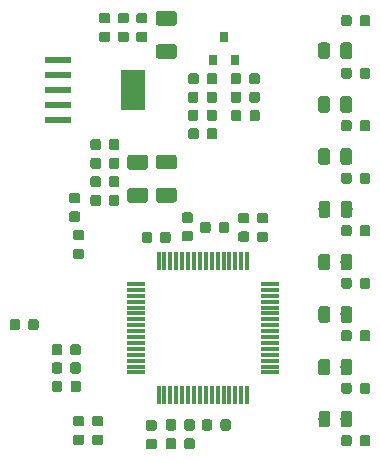
<source format=gbr>
G04 #@! TF.GenerationSoftware,KiCad,Pcbnew,(5.0.0)*
G04 #@! TF.CreationDate,2020-03-24T21:51:59+11:00*
G04 #@! TF.ProjectId,DAQ Board,44415120426F6172642E6B696361645F,rev?*
G04 #@! TF.SameCoordinates,Original*
G04 #@! TF.FileFunction,Paste,Top*
G04 #@! TF.FilePolarity,Positive*
%FSLAX46Y46*%
G04 Gerber Fmt 4.6, Leading zero omitted, Abs format (unit mm)*
G04 Created by KiCad (PCBNEW (5.0.0)) date 03/24/20 21:51:59*
%MOMM*%
%LPD*%
G01*
G04 APERTURE LIST*
%ADD10C,0.100000*%
%ADD11C,0.875000*%
%ADD12C,1.250000*%
%ADD13R,1.500000X0.300000*%
%ADD14R,0.300000X1.500000*%
%ADD15C,0.975000*%
%ADD16R,0.800000X0.900000*%
%ADD17R,2.200000X0.600000*%
%ADD18R,2.150000X3.450000*%
G04 APERTURE END LIST*
D10*
G04 #@! TO.C,C21*
G36*
X99652691Y-91046053D02*
X99673926Y-91049203D01*
X99694750Y-91054419D01*
X99714962Y-91061651D01*
X99734368Y-91070830D01*
X99752781Y-91081866D01*
X99770024Y-91094654D01*
X99785930Y-91109070D01*
X99800346Y-91124976D01*
X99813134Y-91142219D01*
X99824170Y-91160632D01*
X99833349Y-91180038D01*
X99840581Y-91200250D01*
X99845797Y-91221074D01*
X99848947Y-91242309D01*
X99850000Y-91263750D01*
X99850000Y-91776250D01*
X99848947Y-91797691D01*
X99845797Y-91818926D01*
X99840581Y-91839750D01*
X99833349Y-91859962D01*
X99824170Y-91879368D01*
X99813134Y-91897781D01*
X99800346Y-91915024D01*
X99785930Y-91930930D01*
X99770024Y-91945346D01*
X99752781Y-91958134D01*
X99734368Y-91969170D01*
X99714962Y-91978349D01*
X99694750Y-91985581D01*
X99673926Y-91990797D01*
X99652691Y-91993947D01*
X99631250Y-91995000D01*
X99193750Y-91995000D01*
X99172309Y-91993947D01*
X99151074Y-91990797D01*
X99130250Y-91985581D01*
X99110038Y-91978349D01*
X99090632Y-91969170D01*
X99072219Y-91958134D01*
X99054976Y-91945346D01*
X99039070Y-91930930D01*
X99024654Y-91915024D01*
X99011866Y-91897781D01*
X99000830Y-91879368D01*
X98991651Y-91859962D01*
X98984419Y-91839750D01*
X98979203Y-91818926D01*
X98976053Y-91797691D01*
X98975000Y-91776250D01*
X98975000Y-91263750D01*
X98976053Y-91242309D01*
X98979203Y-91221074D01*
X98984419Y-91200250D01*
X98991651Y-91180038D01*
X99000830Y-91160632D01*
X99011866Y-91142219D01*
X99024654Y-91124976D01*
X99039070Y-91109070D01*
X99054976Y-91094654D01*
X99072219Y-91081866D01*
X99090632Y-91070830D01*
X99110038Y-91061651D01*
X99130250Y-91054419D01*
X99151074Y-91049203D01*
X99172309Y-91046053D01*
X99193750Y-91045000D01*
X99631250Y-91045000D01*
X99652691Y-91046053D01*
X99652691Y-91046053D01*
G37*
D11*
X99412500Y-91520000D03*
D10*
G36*
X101227691Y-91046053D02*
X101248926Y-91049203D01*
X101269750Y-91054419D01*
X101289962Y-91061651D01*
X101309368Y-91070830D01*
X101327781Y-91081866D01*
X101345024Y-91094654D01*
X101360930Y-91109070D01*
X101375346Y-91124976D01*
X101388134Y-91142219D01*
X101399170Y-91160632D01*
X101408349Y-91180038D01*
X101415581Y-91200250D01*
X101420797Y-91221074D01*
X101423947Y-91242309D01*
X101425000Y-91263750D01*
X101425000Y-91776250D01*
X101423947Y-91797691D01*
X101420797Y-91818926D01*
X101415581Y-91839750D01*
X101408349Y-91859962D01*
X101399170Y-91879368D01*
X101388134Y-91897781D01*
X101375346Y-91915024D01*
X101360930Y-91930930D01*
X101345024Y-91945346D01*
X101327781Y-91958134D01*
X101309368Y-91969170D01*
X101289962Y-91978349D01*
X101269750Y-91985581D01*
X101248926Y-91990797D01*
X101227691Y-91993947D01*
X101206250Y-91995000D01*
X100768750Y-91995000D01*
X100747309Y-91993947D01*
X100726074Y-91990797D01*
X100705250Y-91985581D01*
X100685038Y-91978349D01*
X100665632Y-91969170D01*
X100647219Y-91958134D01*
X100629976Y-91945346D01*
X100614070Y-91930930D01*
X100599654Y-91915024D01*
X100586866Y-91897781D01*
X100575830Y-91879368D01*
X100566651Y-91859962D01*
X100559419Y-91839750D01*
X100554203Y-91818926D01*
X100551053Y-91797691D01*
X100550000Y-91776250D01*
X100550000Y-91263750D01*
X100551053Y-91242309D01*
X100554203Y-91221074D01*
X100559419Y-91200250D01*
X100566651Y-91180038D01*
X100575830Y-91160632D01*
X100586866Y-91142219D01*
X100599654Y-91124976D01*
X100614070Y-91109070D01*
X100629976Y-91094654D01*
X100647219Y-91081866D01*
X100665632Y-91070830D01*
X100685038Y-91061651D01*
X100705250Y-91054419D01*
X100726074Y-91049203D01*
X100747309Y-91046053D01*
X100768750Y-91045000D01*
X101206250Y-91045000D01*
X101227691Y-91046053D01*
X101227691Y-91046053D01*
G37*
D11*
X100987500Y-91520000D03*
G04 #@! TD*
D10*
G04 #@! TO.C,C15*
G36*
X101217691Y-87946053D02*
X101238926Y-87949203D01*
X101259750Y-87954419D01*
X101279962Y-87961651D01*
X101299368Y-87970830D01*
X101317781Y-87981866D01*
X101335024Y-87994654D01*
X101350930Y-88009070D01*
X101365346Y-88024976D01*
X101378134Y-88042219D01*
X101389170Y-88060632D01*
X101398349Y-88080038D01*
X101405581Y-88100250D01*
X101410797Y-88121074D01*
X101413947Y-88142309D01*
X101415000Y-88163750D01*
X101415000Y-88676250D01*
X101413947Y-88697691D01*
X101410797Y-88718926D01*
X101405581Y-88739750D01*
X101398349Y-88759962D01*
X101389170Y-88779368D01*
X101378134Y-88797781D01*
X101365346Y-88815024D01*
X101350930Y-88830930D01*
X101335024Y-88845346D01*
X101317781Y-88858134D01*
X101299368Y-88869170D01*
X101279962Y-88878349D01*
X101259750Y-88885581D01*
X101238926Y-88890797D01*
X101217691Y-88893947D01*
X101196250Y-88895000D01*
X100758750Y-88895000D01*
X100737309Y-88893947D01*
X100716074Y-88890797D01*
X100695250Y-88885581D01*
X100675038Y-88878349D01*
X100655632Y-88869170D01*
X100637219Y-88858134D01*
X100619976Y-88845346D01*
X100604070Y-88830930D01*
X100589654Y-88815024D01*
X100576866Y-88797781D01*
X100565830Y-88779368D01*
X100556651Y-88759962D01*
X100549419Y-88739750D01*
X100544203Y-88718926D01*
X100541053Y-88697691D01*
X100540000Y-88676250D01*
X100540000Y-88163750D01*
X100541053Y-88142309D01*
X100544203Y-88121074D01*
X100549419Y-88100250D01*
X100556651Y-88080038D01*
X100565830Y-88060632D01*
X100576866Y-88042219D01*
X100589654Y-88024976D01*
X100604070Y-88009070D01*
X100619976Y-87994654D01*
X100637219Y-87981866D01*
X100655632Y-87970830D01*
X100675038Y-87961651D01*
X100695250Y-87954419D01*
X100716074Y-87949203D01*
X100737309Y-87946053D01*
X100758750Y-87945000D01*
X101196250Y-87945000D01*
X101217691Y-87946053D01*
X101217691Y-87946053D01*
G37*
D11*
X100977500Y-88420000D03*
D10*
G36*
X99642691Y-87946053D02*
X99663926Y-87949203D01*
X99684750Y-87954419D01*
X99704962Y-87961651D01*
X99724368Y-87970830D01*
X99742781Y-87981866D01*
X99760024Y-87994654D01*
X99775930Y-88009070D01*
X99790346Y-88024976D01*
X99803134Y-88042219D01*
X99814170Y-88060632D01*
X99823349Y-88080038D01*
X99830581Y-88100250D01*
X99835797Y-88121074D01*
X99838947Y-88142309D01*
X99840000Y-88163750D01*
X99840000Y-88676250D01*
X99838947Y-88697691D01*
X99835797Y-88718926D01*
X99830581Y-88739750D01*
X99823349Y-88759962D01*
X99814170Y-88779368D01*
X99803134Y-88797781D01*
X99790346Y-88815024D01*
X99775930Y-88830930D01*
X99760024Y-88845346D01*
X99742781Y-88858134D01*
X99724368Y-88869170D01*
X99704962Y-88878349D01*
X99684750Y-88885581D01*
X99663926Y-88890797D01*
X99642691Y-88893947D01*
X99621250Y-88895000D01*
X99183750Y-88895000D01*
X99162309Y-88893947D01*
X99141074Y-88890797D01*
X99120250Y-88885581D01*
X99100038Y-88878349D01*
X99080632Y-88869170D01*
X99062219Y-88858134D01*
X99044976Y-88845346D01*
X99029070Y-88830930D01*
X99014654Y-88815024D01*
X99001866Y-88797781D01*
X98990830Y-88779368D01*
X98981651Y-88759962D01*
X98974419Y-88739750D01*
X98969203Y-88718926D01*
X98966053Y-88697691D01*
X98965000Y-88676250D01*
X98965000Y-88163750D01*
X98966053Y-88142309D01*
X98969203Y-88121074D01*
X98974419Y-88100250D01*
X98981651Y-88080038D01*
X98990830Y-88060632D01*
X99001866Y-88042219D01*
X99014654Y-88024976D01*
X99029070Y-88009070D01*
X99044976Y-87994654D01*
X99062219Y-87981866D01*
X99080632Y-87970830D01*
X99100038Y-87961651D01*
X99120250Y-87954419D01*
X99141074Y-87949203D01*
X99162309Y-87946053D01*
X99183750Y-87945000D01*
X99621250Y-87945000D01*
X99642691Y-87946053D01*
X99642691Y-87946053D01*
G37*
D11*
X99402500Y-88420000D03*
G04 #@! TD*
D10*
G04 #@! TO.C,C18*
G36*
X101217691Y-89486053D02*
X101238926Y-89489203D01*
X101259750Y-89494419D01*
X101279962Y-89501651D01*
X101299368Y-89510830D01*
X101317781Y-89521866D01*
X101335024Y-89534654D01*
X101350930Y-89549070D01*
X101365346Y-89564976D01*
X101378134Y-89582219D01*
X101389170Y-89600632D01*
X101398349Y-89620038D01*
X101405581Y-89640250D01*
X101410797Y-89661074D01*
X101413947Y-89682309D01*
X101415000Y-89703750D01*
X101415000Y-90216250D01*
X101413947Y-90237691D01*
X101410797Y-90258926D01*
X101405581Y-90279750D01*
X101398349Y-90299962D01*
X101389170Y-90319368D01*
X101378134Y-90337781D01*
X101365346Y-90355024D01*
X101350930Y-90370930D01*
X101335024Y-90385346D01*
X101317781Y-90398134D01*
X101299368Y-90409170D01*
X101279962Y-90418349D01*
X101259750Y-90425581D01*
X101238926Y-90430797D01*
X101217691Y-90433947D01*
X101196250Y-90435000D01*
X100758750Y-90435000D01*
X100737309Y-90433947D01*
X100716074Y-90430797D01*
X100695250Y-90425581D01*
X100675038Y-90418349D01*
X100655632Y-90409170D01*
X100637219Y-90398134D01*
X100619976Y-90385346D01*
X100604070Y-90370930D01*
X100589654Y-90355024D01*
X100576866Y-90337781D01*
X100565830Y-90319368D01*
X100556651Y-90299962D01*
X100549419Y-90279750D01*
X100544203Y-90258926D01*
X100541053Y-90237691D01*
X100540000Y-90216250D01*
X100540000Y-89703750D01*
X100541053Y-89682309D01*
X100544203Y-89661074D01*
X100549419Y-89640250D01*
X100556651Y-89620038D01*
X100565830Y-89600632D01*
X100576866Y-89582219D01*
X100589654Y-89564976D01*
X100604070Y-89549070D01*
X100619976Y-89534654D01*
X100637219Y-89521866D01*
X100655632Y-89510830D01*
X100675038Y-89501651D01*
X100695250Y-89494419D01*
X100716074Y-89489203D01*
X100737309Y-89486053D01*
X100758750Y-89485000D01*
X101196250Y-89485000D01*
X101217691Y-89486053D01*
X101217691Y-89486053D01*
G37*
D11*
X100977500Y-89960000D03*
D10*
G36*
X99642691Y-89486053D02*
X99663926Y-89489203D01*
X99684750Y-89494419D01*
X99704962Y-89501651D01*
X99724368Y-89510830D01*
X99742781Y-89521866D01*
X99760024Y-89534654D01*
X99775930Y-89549070D01*
X99790346Y-89564976D01*
X99803134Y-89582219D01*
X99814170Y-89600632D01*
X99823349Y-89620038D01*
X99830581Y-89640250D01*
X99835797Y-89661074D01*
X99838947Y-89682309D01*
X99840000Y-89703750D01*
X99840000Y-90216250D01*
X99838947Y-90237691D01*
X99835797Y-90258926D01*
X99830581Y-90279750D01*
X99823349Y-90299962D01*
X99814170Y-90319368D01*
X99803134Y-90337781D01*
X99790346Y-90355024D01*
X99775930Y-90370930D01*
X99760024Y-90385346D01*
X99742781Y-90398134D01*
X99724368Y-90409170D01*
X99704962Y-90418349D01*
X99684750Y-90425581D01*
X99663926Y-90430797D01*
X99642691Y-90433947D01*
X99621250Y-90435000D01*
X99183750Y-90435000D01*
X99162309Y-90433947D01*
X99141074Y-90430797D01*
X99120250Y-90425581D01*
X99100038Y-90418349D01*
X99080632Y-90409170D01*
X99062219Y-90398134D01*
X99044976Y-90385346D01*
X99029070Y-90370930D01*
X99014654Y-90355024D01*
X99001866Y-90337781D01*
X98990830Y-90319368D01*
X98981651Y-90299962D01*
X98974419Y-90279750D01*
X98969203Y-90258926D01*
X98966053Y-90237691D01*
X98965000Y-90216250D01*
X98965000Y-89703750D01*
X98966053Y-89682309D01*
X98969203Y-89661074D01*
X98974419Y-89640250D01*
X98981651Y-89620038D01*
X98990830Y-89600632D01*
X99001866Y-89582219D01*
X99014654Y-89564976D01*
X99029070Y-89549070D01*
X99044976Y-89534654D01*
X99062219Y-89521866D01*
X99080632Y-89510830D01*
X99100038Y-89501651D01*
X99120250Y-89494419D01*
X99141074Y-89489203D01*
X99162309Y-89486053D01*
X99183750Y-89485000D01*
X99621250Y-89485000D01*
X99642691Y-89486053D01*
X99642691Y-89486053D01*
G37*
D11*
X99402500Y-89960000D03*
G04 #@! TD*
D10*
G04 #@! TO.C,C28*
G36*
X100672691Y-98976053D02*
X100693926Y-98979203D01*
X100714750Y-98984419D01*
X100734962Y-98991651D01*
X100754368Y-99000830D01*
X100772781Y-99011866D01*
X100790024Y-99024654D01*
X100805930Y-99039070D01*
X100820346Y-99054976D01*
X100833134Y-99072219D01*
X100844170Y-99090632D01*
X100853349Y-99110038D01*
X100860581Y-99130250D01*
X100865797Y-99151074D01*
X100868947Y-99172309D01*
X100870000Y-99193750D01*
X100870000Y-99706250D01*
X100868947Y-99727691D01*
X100865797Y-99748926D01*
X100860581Y-99769750D01*
X100853349Y-99789962D01*
X100844170Y-99809368D01*
X100833134Y-99827781D01*
X100820346Y-99845024D01*
X100805930Y-99860930D01*
X100790024Y-99875346D01*
X100772781Y-99888134D01*
X100754368Y-99899170D01*
X100734962Y-99908349D01*
X100714750Y-99915581D01*
X100693926Y-99920797D01*
X100672691Y-99923947D01*
X100651250Y-99925000D01*
X100213750Y-99925000D01*
X100192309Y-99923947D01*
X100171074Y-99920797D01*
X100150250Y-99915581D01*
X100130038Y-99908349D01*
X100110632Y-99899170D01*
X100092219Y-99888134D01*
X100074976Y-99875346D01*
X100059070Y-99860930D01*
X100044654Y-99845024D01*
X100031866Y-99827781D01*
X100020830Y-99809368D01*
X100011651Y-99789962D01*
X100004419Y-99769750D01*
X99999203Y-99748926D01*
X99996053Y-99727691D01*
X99995000Y-99706250D01*
X99995000Y-99193750D01*
X99996053Y-99172309D01*
X99999203Y-99151074D01*
X100004419Y-99130250D01*
X100011651Y-99110038D01*
X100020830Y-99090632D01*
X100031866Y-99072219D01*
X100044654Y-99054976D01*
X100059070Y-99039070D01*
X100074976Y-99024654D01*
X100092219Y-99011866D01*
X100110632Y-99000830D01*
X100130038Y-98991651D01*
X100150250Y-98984419D01*
X100171074Y-98979203D01*
X100192309Y-98976053D01*
X100213750Y-98975000D01*
X100651250Y-98975000D01*
X100672691Y-98976053D01*
X100672691Y-98976053D01*
G37*
D11*
X100432500Y-99450000D03*
D10*
G36*
X102247691Y-98976053D02*
X102268926Y-98979203D01*
X102289750Y-98984419D01*
X102309962Y-98991651D01*
X102329368Y-99000830D01*
X102347781Y-99011866D01*
X102365024Y-99024654D01*
X102380930Y-99039070D01*
X102395346Y-99054976D01*
X102408134Y-99072219D01*
X102419170Y-99090632D01*
X102428349Y-99110038D01*
X102435581Y-99130250D01*
X102440797Y-99151074D01*
X102443947Y-99172309D01*
X102445000Y-99193750D01*
X102445000Y-99706250D01*
X102443947Y-99727691D01*
X102440797Y-99748926D01*
X102435581Y-99769750D01*
X102428349Y-99789962D01*
X102419170Y-99809368D01*
X102408134Y-99827781D01*
X102395346Y-99845024D01*
X102380930Y-99860930D01*
X102365024Y-99875346D01*
X102347781Y-99888134D01*
X102329368Y-99899170D01*
X102309962Y-99908349D01*
X102289750Y-99915581D01*
X102268926Y-99920797D01*
X102247691Y-99923947D01*
X102226250Y-99925000D01*
X101788750Y-99925000D01*
X101767309Y-99923947D01*
X101746074Y-99920797D01*
X101725250Y-99915581D01*
X101705038Y-99908349D01*
X101685632Y-99899170D01*
X101667219Y-99888134D01*
X101649976Y-99875346D01*
X101634070Y-99860930D01*
X101619654Y-99845024D01*
X101606866Y-99827781D01*
X101595830Y-99809368D01*
X101586651Y-99789962D01*
X101579419Y-99769750D01*
X101574203Y-99748926D01*
X101571053Y-99727691D01*
X101570000Y-99706250D01*
X101570000Y-99193750D01*
X101571053Y-99172309D01*
X101574203Y-99151074D01*
X101579419Y-99130250D01*
X101586651Y-99110038D01*
X101595830Y-99090632D01*
X101606866Y-99072219D01*
X101619654Y-99054976D01*
X101634070Y-99039070D01*
X101649976Y-99024654D01*
X101667219Y-99011866D01*
X101685632Y-99000830D01*
X101705038Y-98991651D01*
X101725250Y-98984419D01*
X101746074Y-98979203D01*
X101767309Y-98976053D01*
X101788750Y-98975000D01*
X102226250Y-98975000D01*
X102247691Y-98976053D01*
X102247691Y-98976053D01*
G37*
D11*
X102007500Y-99450000D03*
G04 #@! TD*
D10*
G04 #@! TO.C,C3*
G36*
X95339504Y-96106204D02*
X95363773Y-96109804D01*
X95387571Y-96115765D01*
X95410671Y-96124030D01*
X95432849Y-96134520D01*
X95453893Y-96147133D01*
X95473598Y-96161747D01*
X95491777Y-96178223D01*
X95508253Y-96196402D01*
X95522867Y-96216107D01*
X95535480Y-96237151D01*
X95545970Y-96259329D01*
X95554235Y-96282429D01*
X95560196Y-96306227D01*
X95563796Y-96330496D01*
X95565000Y-96355000D01*
X95565000Y-97105000D01*
X95563796Y-97129504D01*
X95560196Y-97153773D01*
X95554235Y-97177571D01*
X95545970Y-97200671D01*
X95535480Y-97222849D01*
X95522867Y-97243893D01*
X95508253Y-97263598D01*
X95491777Y-97281777D01*
X95473598Y-97298253D01*
X95453893Y-97312867D01*
X95432849Y-97325480D01*
X95410671Y-97335970D01*
X95387571Y-97344235D01*
X95363773Y-97350196D01*
X95339504Y-97353796D01*
X95315000Y-97355000D01*
X94065000Y-97355000D01*
X94040496Y-97353796D01*
X94016227Y-97350196D01*
X93992429Y-97344235D01*
X93969329Y-97335970D01*
X93947151Y-97325480D01*
X93926107Y-97312867D01*
X93906402Y-97298253D01*
X93888223Y-97281777D01*
X93871747Y-97263598D01*
X93857133Y-97243893D01*
X93844520Y-97222849D01*
X93834030Y-97200671D01*
X93825765Y-97177571D01*
X93819804Y-97153773D01*
X93816204Y-97129504D01*
X93815000Y-97105000D01*
X93815000Y-96355000D01*
X93816204Y-96330496D01*
X93819804Y-96306227D01*
X93825765Y-96282429D01*
X93834030Y-96259329D01*
X93844520Y-96237151D01*
X93857133Y-96216107D01*
X93871747Y-96196402D01*
X93888223Y-96178223D01*
X93906402Y-96161747D01*
X93926107Y-96147133D01*
X93947151Y-96134520D01*
X93969329Y-96124030D01*
X93992429Y-96115765D01*
X94016227Y-96109804D01*
X94040496Y-96106204D01*
X94065000Y-96105000D01*
X95315000Y-96105000D01*
X95339504Y-96106204D01*
X95339504Y-96106204D01*
G37*
D12*
X94690000Y-96730000D03*
D10*
G36*
X95339504Y-93306204D02*
X95363773Y-93309804D01*
X95387571Y-93315765D01*
X95410671Y-93324030D01*
X95432849Y-93334520D01*
X95453893Y-93347133D01*
X95473598Y-93361747D01*
X95491777Y-93378223D01*
X95508253Y-93396402D01*
X95522867Y-93416107D01*
X95535480Y-93437151D01*
X95545970Y-93459329D01*
X95554235Y-93482429D01*
X95560196Y-93506227D01*
X95563796Y-93530496D01*
X95565000Y-93555000D01*
X95565000Y-94305000D01*
X95563796Y-94329504D01*
X95560196Y-94353773D01*
X95554235Y-94377571D01*
X95545970Y-94400671D01*
X95535480Y-94422849D01*
X95522867Y-94443893D01*
X95508253Y-94463598D01*
X95491777Y-94481777D01*
X95473598Y-94498253D01*
X95453893Y-94512867D01*
X95432849Y-94525480D01*
X95410671Y-94535970D01*
X95387571Y-94544235D01*
X95363773Y-94550196D01*
X95339504Y-94553796D01*
X95315000Y-94555000D01*
X94065000Y-94555000D01*
X94040496Y-94553796D01*
X94016227Y-94550196D01*
X93992429Y-94544235D01*
X93969329Y-94535970D01*
X93947151Y-94525480D01*
X93926107Y-94512867D01*
X93906402Y-94498253D01*
X93888223Y-94481777D01*
X93871747Y-94463598D01*
X93857133Y-94443893D01*
X93844520Y-94422849D01*
X93834030Y-94400671D01*
X93825765Y-94377571D01*
X93819804Y-94353773D01*
X93816204Y-94329504D01*
X93815000Y-94305000D01*
X93815000Y-93555000D01*
X93816204Y-93530496D01*
X93819804Y-93506227D01*
X93825765Y-93482429D01*
X93834030Y-93459329D01*
X93844520Y-93437151D01*
X93857133Y-93416107D01*
X93871747Y-93396402D01*
X93888223Y-93378223D01*
X93906402Y-93361747D01*
X93926107Y-93347133D01*
X93947151Y-93334520D01*
X93969329Y-93324030D01*
X93992429Y-93315765D01*
X94016227Y-93309804D01*
X94040496Y-93306204D01*
X94065000Y-93305000D01*
X95315000Y-93305000D01*
X95339504Y-93306204D01*
X95339504Y-93306204D01*
G37*
D12*
X94690000Y-93930000D03*
G04 #@! TD*
D10*
G04 #@! TO.C,C2*
G36*
X95327263Y-82879571D02*
X95348498Y-82882721D01*
X95369322Y-82887937D01*
X95389534Y-82895169D01*
X95408940Y-82904348D01*
X95427353Y-82915384D01*
X95444596Y-82928172D01*
X95460502Y-82942588D01*
X95474918Y-82958494D01*
X95487706Y-82975737D01*
X95498742Y-82994150D01*
X95507921Y-83013556D01*
X95515153Y-83033768D01*
X95520369Y-83054592D01*
X95523519Y-83075827D01*
X95524572Y-83097268D01*
X95524572Y-83534768D01*
X95523519Y-83556209D01*
X95520369Y-83577444D01*
X95515153Y-83598268D01*
X95507921Y-83618480D01*
X95498742Y-83637886D01*
X95487706Y-83656299D01*
X95474918Y-83673542D01*
X95460502Y-83689448D01*
X95444596Y-83703864D01*
X95427353Y-83716652D01*
X95408940Y-83727688D01*
X95389534Y-83736867D01*
X95369322Y-83744099D01*
X95348498Y-83749315D01*
X95327263Y-83752465D01*
X95305822Y-83753518D01*
X94793322Y-83753518D01*
X94771881Y-83752465D01*
X94750646Y-83749315D01*
X94729822Y-83744099D01*
X94709610Y-83736867D01*
X94690204Y-83727688D01*
X94671791Y-83716652D01*
X94654548Y-83703864D01*
X94638642Y-83689448D01*
X94624226Y-83673542D01*
X94611438Y-83656299D01*
X94600402Y-83637886D01*
X94591223Y-83618480D01*
X94583991Y-83598268D01*
X94578775Y-83577444D01*
X94575625Y-83556209D01*
X94574572Y-83534768D01*
X94574572Y-83097268D01*
X94575625Y-83075827D01*
X94578775Y-83054592D01*
X94583991Y-83033768D01*
X94591223Y-83013556D01*
X94600402Y-82994150D01*
X94611438Y-82975737D01*
X94624226Y-82958494D01*
X94638642Y-82942588D01*
X94654548Y-82928172D01*
X94671791Y-82915384D01*
X94690204Y-82904348D01*
X94709610Y-82895169D01*
X94729822Y-82887937D01*
X94750646Y-82882721D01*
X94771881Y-82879571D01*
X94793322Y-82878518D01*
X95305822Y-82878518D01*
X95327263Y-82879571D01*
X95327263Y-82879571D01*
G37*
D11*
X95049572Y-83316018D03*
D10*
G36*
X95327263Y-81304571D02*
X95348498Y-81307721D01*
X95369322Y-81312937D01*
X95389534Y-81320169D01*
X95408940Y-81329348D01*
X95427353Y-81340384D01*
X95444596Y-81353172D01*
X95460502Y-81367588D01*
X95474918Y-81383494D01*
X95487706Y-81400737D01*
X95498742Y-81419150D01*
X95507921Y-81438556D01*
X95515153Y-81458768D01*
X95520369Y-81479592D01*
X95523519Y-81500827D01*
X95524572Y-81522268D01*
X95524572Y-81959768D01*
X95523519Y-81981209D01*
X95520369Y-82002444D01*
X95515153Y-82023268D01*
X95507921Y-82043480D01*
X95498742Y-82062886D01*
X95487706Y-82081299D01*
X95474918Y-82098542D01*
X95460502Y-82114448D01*
X95444596Y-82128864D01*
X95427353Y-82141652D01*
X95408940Y-82152688D01*
X95389534Y-82161867D01*
X95369322Y-82169099D01*
X95348498Y-82174315D01*
X95327263Y-82177465D01*
X95305822Y-82178518D01*
X94793322Y-82178518D01*
X94771881Y-82177465D01*
X94750646Y-82174315D01*
X94729822Y-82169099D01*
X94709610Y-82161867D01*
X94690204Y-82152688D01*
X94671791Y-82141652D01*
X94654548Y-82128864D01*
X94638642Y-82114448D01*
X94624226Y-82098542D01*
X94611438Y-82081299D01*
X94600402Y-82062886D01*
X94591223Y-82043480D01*
X94583991Y-82023268D01*
X94578775Y-82002444D01*
X94575625Y-81981209D01*
X94574572Y-81959768D01*
X94574572Y-81522268D01*
X94575625Y-81500827D01*
X94578775Y-81479592D01*
X94583991Y-81458768D01*
X94591223Y-81438556D01*
X94600402Y-81419150D01*
X94611438Y-81400737D01*
X94624226Y-81383494D01*
X94638642Y-81367588D01*
X94654548Y-81353172D01*
X94671791Y-81340384D01*
X94690204Y-81329348D01*
X94709610Y-81320169D01*
X94729822Y-81312937D01*
X94750646Y-81307721D01*
X94771881Y-81304571D01*
X94793322Y-81303518D01*
X95305822Y-81303518D01*
X95327263Y-81304571D01*
X95327263Y-81304571D01*
G37*
D11*
X95049572Y-81741018D03*
G04 #@! TD*
D10*
G04 #@! TO.C,C4*
G36*
X93757263Y-81304571D02*
X93778498Y-81307721D01*
X93799322Y-81312937D01*
X93819534Y-81320169D01*
X93838940Y-81329348D01*
X93857353Y-81340384D01*
X93874596Y-81353172D01*
X93890502Y-81367588D01*
X93904918Y-81383494D01*
X93917706Y-81400737D01*
X93928742Y-81419150D01*
X93937921Y-81438556D01*
X93945153Y-81458768D01*
X93950369Y-81479592D01*
X93953519Y-81500827D01*
X93954572Y-81522268D01*
X93954572Y-81959768D01*
X93953519Y-81981209D01*
X93950369Y-82002444D01*
X93945153Y-82023268D01*
X93937921Y-82043480D01*
X93928742Y-82062886D01*
X93917706Y-82081299D01*
X93904918Y-82098542D01*
X93890502Y-82114448D01*
X93874596Y-82128864D01*
X93857353Y-82141652D01*
X93838940Y-82152688D01*
X93819534Y-82161867D01*
X93799322Y-82169099D01*
X93778498Y-82174315D01*
X93757263Y-82177465D01*
X93735822Y-82178518D01*
X93223322Y-82178518D01*
X93201881Y-82177465D01*
X93180646Y-82174315D01*
X93159822Y-82169099D01*
X93139610Y-82161867D01*
X93120204Y-82152688D01*
X93101791Y-82141652D01*
X93084548Y-82128864D01*
X93068642Y-82114448D01*
X93054226Y-82098542D01*
X93041438Y-82081299D01*
X93030402Y-82062886D01*
X93021223Y-82043480D01*
X93013991Y-82023268D01*
X93008775Y-82002444D01*
X93005625Y-81981209D01*
X93004572Y-81959768D01*
X93004572Y-81522268D01*
X93005625Y-81500827D01*
X93008775Y-81479592D01*
X93013991Y-81458768D01*
X93021223Y-81438556D01*
X93030402Y-81419150D01*
X93041438Y-81400737D01*
X93054226Y-81383494D01*
X93068642Y-81367588D01*
X93084548Y-81353172D01*
X93101791Y-81340384D01*
X93120204Y-81329348D01*
X93139610Y-81320169D01*
X93159822Y-81312937D01*
X93180646Y-81307721D01*
X93201881Y-81304571D01*
X93223322Y-81303518D01*
X93735822Y-81303518D01*
X93757263Y-81304571D01*
X93757263Y-81304571D01*
G37*
D11*
X93479572Y-81741018D03*
D10*
G36*
X93757263Y-82879571D02*
X93778498Y-82882721D01*
X93799322Y-82887937D01*
X93819534Y-82895169D01*
X93838940Y-82904348D01*
X93857353Y-82915384D01*
X93874596Y-82928172D01*
X93890502Y-82942588D01*
X93904918Y-82958494D01*
X93917706Y-82975737D01*
X93928742Y-82994150D01*
X93937921Y-83013556D01*
X93945153Y-83033768D01*
X93950369Y-83054592D01*
X93953519Y-83075827D01*
X93954572Y-83097268D01*
X93954572Y-83534768D01*
X93953519Y-83556209D01*
X93950369Y-83577444D01*
X93945153Y-83598268D01*
X93937921Y-83618480D01*
X93928742Y-83637886D01*
X93917706Y-83656299D01*
X93904918Y-83673542D01*
X93890502Y-83689448D01*
X93874596Y-83703864D01*
X93857353Y-83716652D01*
X93838940Y-83727688D01*
X93819534Y-83736867D01*
X93799322Y-83744099D01*
X93778498Y-83749315D01*
X93757263Y-83752465D01*
X93735822Y-83753518D01*
X93223322Y-83753518D01*
X93201881Y-83752465D01*
X93180646Y-83749315D01*
X93159822Y-83744099D01*
X93139610Y-83736867D01*
X93120204Y-83727688D01*
X93101791Y-83716652D01*
X93084548Y-83703864D01*
X93068642Y-83689448D01*
X93054226Y-83673542D01*
X93041438Y-83656299D01*
X93030402Y-83637886D01*
X93021223Y-83618480D01*
X93013991Y-83598268D01*
X93008775Y-83577444D01*
X93005625Y-83556209D01*
X93004572Y-83534768D01*
X93004572Y-83097268D01*
X93005625Y-83075827D01*
X93008775Y-83054592D01*
X93013991Y-83033768D01*
X93021223Y-83013556D01*
X93030402Y-82994150D01*
X93041438Y-82975737D01*
X93054226Y-82958494D01*
X93068642Y-82942588D01*
X93084548Y-82928172D01*
X93101791Y-82915384D01*
X93120204Y-82904348D01*
X93139610Y-82895169D01*
X93159822Y-82887937D01*
X93180646Y-82882721D01*
X93201881Y-82879571D01*
X93223322Y-82878518D01*
X93735822Y-82878518D01*
X93757263Y-82879571D01*
X93757263Y-82879571D01*
G37*
D11*
X93479572Y-83316018D03*
G04 #@! TD*
D10*
G04 #@! TO.C,C6*
G36*
X92177263Y-82879571D02*
X92198498Y-82882721D01*
X92219322Y-82887937D01*
X92239534Y-82895169D01*
X92258940Y-82904348D01*
X92277353Y-82915384D01*
X92294596Y-82928172D01*
X92310502Y-82942588D01*
X92324918Y-82958494D01*
X92337706Y-82975737D01*
X92348742Y-82994150D01*
X92357921Y-83013556D01*
X92365153Y-83033768D01*
X92370369Y-83054592D01*
X92373519Y-83075827D01*
X92374572Y-83097268D01*
X92374572Y-83534768D01*
X92373519Y-83556209D01*
X92370369Y-83577444D01*
X92365153Y-83598268D01*
X92357921Y-83618480D01*
X92348742Y-83637886D01*
X92337706Y-83656299D01*
X92324918Y-83673542D01*
X92310502Y-83689448D01*
X92294596Y-83703864D01*
X92277353Y-83716652D01*
X92258940Y-83727688D01*
X92239534Y-83736867D01*
X92219322Y-83744099D01*
X92198498Y-83749315D01*
X92177263Y-83752465D01*
X92155822Y-83753518D01*
X91643322Y-83753518D01*
X91621881Y-83752465D01*
X91600646Y-83749315D01*
X91579822Y-83744099D01*
X91559610Y-83736867D01*
X91540204Y-83727688D01*
X91521791Y-83716652D01*
X91504548Y-83703864D01*
X91488642Y-83689448D01*
X91474226Y-83673542D01*
X91461438Y-83656299D01*
X91450402Y-83637886D01*
X91441223Y-83618480D01*
X91433991Y-83598268D01*
X91428775Y-83577444D01*
X91425625Y-83556209D01*
X91424572Y-83534768D01*
X91424572Y-83097268D01*
X91425625Y-83075827D01*
X91428775Y-83054592D01*
X91433991Y-83033768D01*
X91441223Y-83013556D01*
X91450402Y-82994150D01*
X91461438Y-82975737D01*
X91474226Y-82958494D01*
X91488642Y-82942588D01*
X91504548Y-82928172D01*
X91521791Y-82915384D01*
X91540204Y-82904348D01*
X91559610Y-82895169D01*
X91579822Y-82887937D01*
X91600646Y-82882721D01*
X91621881Y-82879571D01*
X91643322Y-82878518D01*
X92155822Y-82878518D01*
X92177263Y-82879571D01*
X92177263Y-82879571D01*
G37*
D11*
X91899572Y-83316018D03*
D10*
G36*
X92177263Y-81304571D02*
X92198498Y-81307721D01*
X92219322Y-81312937D01*
X92239534Y-81320169D01*
X92258940Y-81329348D01*
X92277353Y-81340384D01*
X92294596Y-81353172D01*
X92310502Y-81367588D01*
X92324918Y-81383494D01*
X92337706Y-81400737D01*
X92348742Y-81419150D01*
X92357921Y-81438556D01*
X92365153Y-81458768D01*
X92370369Y-81479592D01*
X92373519Y-81500827D01*
X92374572Y-81522268D01*
X92374572Y-81959768D01*
X92373519Y-81981209D01*
X92370369Y-82002444D01*
X92365153Y-82023268D01*
X92357921Y-82043480D01*
X92348742Y-82062886D01*
X92337706Y-82081299D01*
X92324918Y-82098542D01*
X92310502Y-82114448D01*
X92294596Y-82128864D01*
X92277353Y-82141652D01*
X92258940Y-82152688D01*
X92239534Y-82161867D01*
X92219322Y-82169099D01*
X92198498Y-82174315D01*
X92177263Y-82177465D01*
X92155822Y-82178518D01*
X91643322Y-82178518D01*
X91621881Y-82177465D01*
X91600646Y-82174315D01*
X91579822Y-82169099D01*
X91559610Y-82161867D01*
X91540204Y-82152688D01*
X91521791Y-82141652D01*
X91504548Y-82128864D01*
X91488642Y-82114448D01*
X91474226Y-82098542D01*
X91461438Y-82081299D01*
X91450402Y-82062886D01*
X91441223Y-82043480D01*
X91433991Y-82023268D01*
X91428775Y-82002444D01*
X91425625Y-81981209D01*
X91424572Y-81959768D01*
X91424572Y-81522268D01*
X91425625Y-81500827D01*
X91428775Y-81479592D01*
X91433991Y-81458768D01*
X91441223Y-81438556D01*
X91450402Y-81419150D01*
X91461438Y-81400737D01*
X91474226Y-81383494D01*
X91488642Y-81367588D01*
X91504548Y-81353172D01*
X91521791Y-81340384D01*
X91540204Y-81329348D01*
X91559610Y-81320169D01*
X91579822Y-81312937D01*
X91600646Y-81307721D01*
X91621881Y-81304571D01*
X91643322Y-81303518D01*
X92155822Y-81303518D01*
X92177263Y-81304571D01*
X92177263Y-81304571D01*
G37*
D11*
X91899572Y-81741018D03*
G04 #@! TD*
D10*
G04 #@! TO.C,C5*
G36*
X103271209Y-89526481D02*
X103292444Y-89529631D01*
X103313268Y-89534847D01*
X103333480Y-89542079D01*
X103352886Y-89551258D01*
X103371299Y-89562294D01*
X103388542Y-89575082D01*
X103404448Y-89589498D01*
X103418864Y-89605404D01*
X103431652Y-89622647D01*
X103442688Y-89641060D01*
X103451867Y-89660466D01*
X103459099Y-89680678D01*
X103464315Y-89701502D01*
X103467465Y-89722737D01*
X103468518Y-89744178D01*
X103468518Y-90256678D01*
X103467465Y-90278119D01*
X103464315Y-90299354D01*
X103459099Y-90320178D01*
X103451867Y-90340390D01*
X103442688Y-90359796D01*
X103431652Y-90378209D01*
X103418864Y-90395452D01*
X103404448Y-90411358D01*
X103388542Y-90425774D01*
X103371299Y-90438562D01*
X103352886Y-90449598D01*
X103333480Y-90458777D01*
X103313268Y-90466009D01*
X103292444Y-90471225D01*
X103271209Y-90474375D01*
X103249768Y-90475428D01*
X102812268Y-90475428D01*
X102790827Y-90474375D01*
X102769592Y-90471225D01*
X102748768Y-90466009D01*
X102728556Y-90458777D01*
X102709150Y-90449598D01*
X102690737Y-90438562D01*
X102673494Y-90425774D01*
X102657588Y-90411358D01*
X102643172Y-90395452D01*
X102630384Y-90378209D01*
X102619348Y-90359796D01*
X102610169Y-90340390D01*
X102602937Y-90320178D01*
X102597721Y-90299354D01*
X102594571Y-90278119D01*
X102593518Y-90256678D01*
X102593518Y-89744178D01*
X102594571Y-89722737D01*
X102597721Y-89701502D01*
X102602937Y-89680678D01*
X102610169Y-89660466D01*
X102619348Y-89641060D01*
X102630384Y-89622647D01*
X102643172Y-89605404D01*
X102657588Y-89589498D01*
X102673494Y-89575082D01*
X102690737Y-89562294D01*
X102709150Y-89551258D01*
X102728556Y-89542079D01*
X102748768Y-89534847D01*
X102769592Y-89529631D01*
X102790827Y-89526481D01*
X102812268Y-89525428D01*
X103249768Y-89525428D01*
X103271209Y-89526481D01*
X103271209Y-89526481D01*
G37*
D11*
X103031018Y-90000428D03*
D10*
G36*
X104846209Y-89526481D02*
X104867444Y-89529631D01*
X104888268Y-89534847D01*
X104908480Y-89542079D01*
X104927886Y-89551258D01*
X104946299Y-89562294D01*
X104963542Y-89575082D01*
X104979448Y-89589498D01*
X104993864Y-89605404D01*
X105006652Y-89622647D01*
X105017688Y-89641060D01*
X105026867Y-89660466D01*
X105034099Y-89680678D01*
X105039315Y-89701502D01*
X105042465Y-89722737D01*
X105043518Y-89744178D01*
X105043518Y-90256678D01*
X105042465Y-90278119D01*
X105039315Y-90299354D01*
X105034099Y-90320178D01*
X105026867Y-90340390D01*
X105017688Y-90359796D01*
X105006652Y-90378209D01*
X104993864Y-90395452D01*
X104979448Y-90411358D01*
X104963542Y-90425774D01*
X104946299Y-90438562D01*
X104927886Y-90449598D01*
X104908480Y-90458777D01*
X104888268Y-90466009D01*
X104867444Y-90471225D01*
X104846209Y-90474375D01*
X104824768Y-90475428D01*
X104387268Y-90475428D01*
X104365827Y-90474375D01*
X104344592Y-90471225D01*
X104323768Y-90466009D01*
X104303556Y-90458777D01*
X104284150Y-90449598D01*
X104265737Y-90438562D01*
X104248494Y-90425774D01*
X104232588Y-90411358D01*
X104218172Y-90395452D01*
X104205384Y-90378209D01*
X104194348Y-90359796D01*
X104185169Y-90340390D01*
X104177937Y-90320178D01*
X104172721Y-90299354D01*
X104169571Y-90278119D01*
X104168518Y-90256678D01*
X104168518Y-89744178D01*
X104169571Y-89722737D01*
X104172721Y-89701502D01*
X104177937Y-89680678D01*
X104185169Y-89660466D01*
X104194348Y-89641060D01*
X104205384Y-89622647D01*
X104218172Y-89605404D01*
X104232588Y-89589498D01*
X104248494Y-89575082D01*
X104265737Y-89562294D01*
X104284150Y-89551258D01*
X104303556Y-89542079D01*
X104323768Y-89534847D01*
X104344592Y-89529631D01*
X104365827Y-89526481D01*
X104387268Y-89525428D01*
X104824768Y-89525428D01*
X104846209Y-89526481D01*
X104846209Y-89526481D01*
G37*
D11*
X104606018Y-90000428D03*
G04 #@! TD*
D10*
G04 #@! TO.C,C7*
G36*
X104836209Y-87946481D02*
X104857444Y-87949631D01*
X104878268Y-87954847D01*
X104898480Y-87962079D01*
X104917886Y-87971258D01*
X104936299Y-87982294D01*
X104953542Y-87995082D01*
X104969448Y-88009498D01*
X104983864Y-88025404D01*
X104996652Y-88042647D01*
X105007688Y-88061060D01*
X105016867Y-88080466D01*
X105024099Y-88100678D01*
X105029315Y-88121502D01*
X105032465Y-88142737D01*
X105033518Y-88164178D01*
X105033518Y-88676678D01*
X105032465Y-88698119D01*
X105029315Y-88719354D01*
X105024099Y-88740178D01*
X105016867Y-88760390D01*
X105007688Y-88779796D01*
X104996652Y-88798209D01*
X104983864Y-88815452D01*
X104969448Y-88831358D01*
X104953542Y-88845774D01*
X104936299Y-88858562D01*
X104917886Y-88869598D01*
X104898480Y-88878777D01*
X104878268Y-88886009D01*
X104857444Y-88891225D01*
X104836209Y-88894375D01*
X104814768Y-88895428D01*
X104377268Y-88895428D01*
X104355827Y-88894375D01*
X104334592Y-88891225D01*
X104313768Y-88886009D01*
X104293556Y-88878777D01*
X104274150Y-88869598D01*
X104255737Y-88858562D01*
X104238494Y-88845774D01*
X104222588Y-88831358D01*
X104208172Y-88815452D01*
X104195384Y-88798209D01*
X104184348Y-88779796D01*
X104175169Y-88760390D01*
X104167937Y-88740178D01*
X104162721Y-88719354D01*
X104159571Y-88698119D01*
X104158518Y-88676678D01*
X104158518Y-88164178D01*
X104159571Y-88142737D01*
X104162721Y-88121502D01*
X104167937Y-88100678D01*
X104175169Y-88080466D01*
X104184348Y-88061060D01*
X104195384Y-88042647D01*
X104208172Y-88025404D01*
X104222588Y-88009498D01*
X104238494Y-87995082D01*
X104255737Y-87982294D01*
X104274150Y-87971258D01*
X104293556Y-87962079D01*
X104313768Y-87954847D01*
X104334592Y-87949631D01*
X104355827Y-87946481D01*
X104377268Y-87945428D01*
X104814768Y-87945428D01*
X104836209Y-87946481D01*
X104836209Y-87946481D01*
G37*
D11*
X104596018Y-88420428D03*
D10*
G36*
X103261209Y-87946481D02*
X103282444Y-87949631D01*
X103303268Y-87954847D01*
X103323480Y-87962079D01*
X103342886Y-87971258D01*
X103361299Y-87982294D01*
X103378542Y-87995082D01*
X103394448Y-88009498D01*
X103408864Y-88025404D01*
X103421652Y-88042647D01*
X103432688Y-88061060D01*
X103441867Y-88080466D01*
X103449099Y-88100678D01*
X103454315Y-88121502D01*
X103457465Y-88142737D01*
X103458518Y-88164178D01*
X103458518Y-88676678D01*
X103457465Y-88698119D01*
X103454315Y-88719354D01*
X103449099Y-88740178D01*
X103441867Y-88760390D01*
X103432688Y-88779796D01*
X103421652Y-88798209D01*
X103408864Y-88815452D01*
X103394448Y-88831358D01*
X103378542Y-88845774D01*
X103361299Y-88858562D01*
X103342886Y-88869598D01*
X103323480Y-88878777D01*
X103303268Y-88886009D01*
X103282444Y-88891225D01*
X103261209Y-88894375D01*
X103239768Y-88895428D01*
X102802268Y-88895428D01*
X102780827Y-88894375D01*
X102759592Y-88891225D01*
X102738768Y-88886009D01*
X102718556Y-88878777D01*
X102699150Y-88869598D01*
X102680737Y-88858562D01*
X102663494Y-88845774D01*
X102647588Y-88831358D01*
X102633172Y-88815452D01*
X102620384Y-88798209D01*
X102609348Y-88779796D01*
X102600169Y-88760390D01*
X102592937Y-88740178D01*
X102587721Y-88719354D01*
X102584571Y-88698119D01*
X102583518Y-88676678D01*
X102583518Y-88164178D01*
X102584571Y-88142737D01*
X102587721Y-88121502D01*
X102592937Y-88100678D01*
X102600169Y-88080466D01*
X102609348Y-88061060D01*
X102620384Y-88042647D01*
X102633172Y-88025404D01*
X102647588Y-88009498D01*
X102663494Y-87995082D01*
X102680737Y-87982294D01*
X102699150Y-87971258D01*
X102718556Y-87962079D01*
X102738768Y-87954847D01*
X102759592Y-87949631D01*
X102780827Y-87946481D01*
X102802268Y-87945428D01*
X103239768Y-87945428D01*
X103261209Y-87946481D01*
X103261209Y-87946481D01*
G37*
D11*
X103021018Y-88420428D03*
G04 #@! TD*
D10*
G04 #@! TO.C,C8*
G36*
X103251209Y-86386481D02*
X103272444Y-86389631D01*
X103293268Y-86394847D01*
X103313480Y-86402079D01*
X103332886Y-86411258D01*
X103351299Y-86422294D01*
X103368542Y-86435082D01*
X103384448Y-86449498D01*
X103398864Y-86465404D01*
X103411652Y-86482647D01*
X103422688Y-86501060D01*
X103431867Y-86520466D01*
X103439099Y-86540678D01*
X103444315Y-86561502D01*
X103447465Y-86582737D01*
X103448518Y-86604178D01*
X103448518Y-87116678D01*
X103447465Y-87138119D01*
X103444315Y-87159354D01*
X103439099Y-87180178D01*
X103431867Y-87200390D01*
X103422688Y-87219796D01*
X103411652Y-87238209D01*
X103398864Y-87255452D01*
X103384448Y-87271358D01*
X103368542Y-87285774D01*
X103351299Y-87298562D01*
X103332886Y-87309598D01*
X103313480Y-87318777D01*
X103293268Y-87326009D01*
X103272444Y-87331225D01*
X103251209Y-87334375D01*
X103229768Y-87335428D01*
X102792268Y-87335428D01*
X102770827Y-87334375D01*
X102749592Y-87331225D01*
X102728768Y-87326009D01*
X102708556Y-87318777D01*
X102689150Y-87309598D01*
X102670737Y-87298562D01*
X102653494Y-87285774D01*
X102637588Y-87271358D01*
X102623172Y-87255452D01*
X102610384Y-87238209D01*
X102599348Y-87219796D01*
X102590169Y-87200390D01*
X102582937Y-87180178D01*
X102577721Y-87159354D01*
X102574571Y-87138119D01*
X102573518Y-87116678D01*
X102573518Y-86604178D01*
X102574571Y-86582737D01*
X102577721Y-86561502D01*
X102582937Y-86540678D01*
X102590169Y-86520466D01*
X102599348Y-86501060D01*
X102610384Y-86482647D01*
X102623172Y-86465404D01*
X102637588Y-86449498D01*
X102653494Y-86435082D01*
X102670737Y-86422294D01*
X102689150Y-86411258D01*
X102708556Y-86402079D01*
X102728768Y-86394847D01*
X102749592Y-86389631D01*
X102770827Y-86386481D01*
X102792268Y-86385428D01*
X103229768Y-86385428D01*
X103251209Y-86386481D01*
X103251209Y-86386481D01*
G37*
D11*
X103011018Y-86860428D03*
D10*
G36*
X104826209Y-86386481D02*
X104847444Y-86389631D01*
X104868268Y-86394847D01*
X104888480Y-86402079D01*
X104907886Y-86411258D01*
X104926299Y-86422294D01*
X104943542Y-86435082D01*
X104959448Y-86449498D01*
X104973864Y-86465404D01*
X104986652Y-86482647D01*
X104997688Y-86501060D01*
X105006867Y-86520466D01*
X105014099Y-86540678D01*
X105019315Y-86561502D01*
X105022465Y-86582737D01*
X105023518Y-86604178D01*
X105023518Y-87116678D01*
X105022465Y-87138119D01*
X105019315Y-87159354D01*
X105014099Y-87180178D01*
X105006867Y-87200390D01*
X104997688Y-87219796D01*
X104986652Y-87238209D01*
X104973864Y-87255452D01*
X104959448Y-87271358D01*
X104943542Y-87285774D01*
X104926299Y-87298562D01*
X104907886Y-87309598D01*
X104888480Y-87318777D01*
X104868268Y-87326009D01*
X104847444Y-87331225D01*
X104826209Y-87334375D01*
X104804768Y-87335428D01*
X104367268Y-87335428D01*
X104345827Y-87334375D01*
X104324592Y-87331225D01*
X104303768Y-87326009D01*
X104283556Y-87318777D01*
X104264150Y-87309598D01*
X104245737Y-87298562D01*
X104228494Y-87285774D01*
X104212588Y-87271358D01*
X104198172Y-87255452D01*
X104185384Y-87238209D01*
X104174348Y-87219796D01*
X104165169Y-87200390D01*
X104157937Y-87180178D01*
X104152721Y-87159354D01*
X104149571Y-87138119D01*
X104148518Y-87116678D01*
X104148518Y-86604178D01*
X104149571Y-86582737D01*
X104152721Y-86561502D01*
X104157937Y-86540678D01*
X104165169Y-86520466D01*
X104174348Y-86501060D01*
X104185384Y-86482647D01*
X104198172Y-86465404D01*
X104212588Y-86449498D01*
X104228494Y-86435082D01*
X104245737Y-86422294D01*
X104264150Y-86411258D01*
X104283556Y-86402079D01*
X104303768Y-86394847D01*
X104324592Y-86389631D01*
X104345827Y-86386481D01*
X104367268Y-86385428D01*
X104804768Y-86385428D01*
X104826209Y-86386481D01*
X104826209Y-86386481D01*
G37*
D11*
X104586018Y-86860428D03*
G04 #@! TD*
D10*
G04 #@! TO.C,C11*
G36*
X91371209Y-91966481D02*
X91392444Y-91969631D01*
X91413268Y-91974847D01*
X91433480Y-91982079D01*
X91452886Y-91991258D01*
X91471299Y-92002294D01*
X91488542Y-92015082D01*
X91504448Y-92029498D01*
X91518864Y-92045404D01*
X91531652Y-92062647D01*
X91542688Y-92081060D01*
X91551867Y-92100466D01*
X91559099Y-92120678D01*
X91564315Y-92141502D01*
X91567465Y-92162737D01*
X91568518Y-92184178D01*
X91568518Y-92696678D01*
X91567465Y-92718119D01*
X91564315Y-92739354D01*
X91559099Y-92760178D01*
X91551867Y-92780390D01*
X91542688Y-92799796D01*
X91531652Y-92818209D01*
X91518864Y-92835452D01*
X91504448Y-92851358D01*
X91488542Y-92865774D01*
X91471299Y-92878562D01*
X91452886Y-92889598D01*
X91433480Y-92898777D01*
X91413268Y-92906009D01*
X91392444Y-92911225D01*
X91371209Y-92914375D01*
X91349768Y-92915428D01*
X90912268Y-92915428D01*
X90890827Y-92914375D01*
X90869592Y-92911225D01*
X90848768Y-92906009D01*
X90828556Y-92898777D01*
X90809150Y-92889598D01*
X90790737Y-92878562D01*
X90773494Y-92865774D01*
X90757588Y-92851358D01*
X90743172Y-92835452D01*
X90730384Y-92818209D01*
X90719348Y-92799796D01*
X90710169Y-92780390D01*
X90702937Y-92760178D01*
X90697721Y-92739354D01*
X90694571Y-92718119D01*
X90693518Y-92696678D01*
X90693518Y-92184178D01*
X90694571Y-92162737D01*
X90697721Y-92141502D01*
X90702937Y-92120678D01*
X90710169Y-92100466D01*
X90719348Y-92081060D01*
X90730384Y-92062647D01*
X90743172Y-92045404D01*
X90757588Y-92029498D01*
X90773494Y-92015082D01*
X90790737Y-92002294D01*
X90809150Y-91991258D01*
X90828556Y-91982079D01*
X90848768Y-91974847D01*
X90869592Y-91969631D01*
X90890827Y-91966481D01*
X90912268Y-91965428D01*
X91349768Y-91965428D01*
X91371209Y-91966481D01*
X91371209Y-91966481D01*
G37*
D11*
X91131018Y-92440428D03*
D10*
G36*
X92946209Y-91966481D02*
X92967444Y-91969631D01*
X92988268Y-91974847D01*
X93008480Y-91982079D01*
X93027886Y-91991258D01*
X93046299Y-92002294D01*
X93063542Y-92015082D01*
X93079448Y-92029498D01*
X93093864Y-92045404D01*
X93106652Y-92062647D01*
X93117688Y-92081060D01*
X93126867Y-92100466D01*
X93134099Y-92120678D01*
X93139315Y-92141502D01*
X93142465Y-92162737D01*
X93143518Y-92184178D01*
X93143518Y-92696678D01*
X93142465Y-92718119D01*
X93139315Y-92739354D01*
X93134099Y-92760178D01*
X93126867Y-92780390D01*
X93117688Y-92799796D01*
X93106652Y-92818209D01*
X93093864Y-92835452D01*
X93079448Y-92851358D01*
X93063542Y-92865774D01*
X93046299Y-92878562D01*
X93027886Y-92889598D01*
X93008480Y-92898777D01*
X92988268Y-92906009D01*
X92967444Y-92911225D01*
X92946209Y-92914375D01*
X92924768Y-92915428D01*
X92487268Y-92915428D01*
X92465827Y-92914375D01*
X92444592Y-92911225D01*
X92423768Y-92906009D01*
X92403556Y-92898777D01*
X92384150Y-92889598D01*
X92365737Y-92878562D01*
X92348494Y-92865774D01*
X92332588Y-92851358D01*
X92318172Y-92835452D01*
X92305384Y-92818209D01*
X92294348Y-92799796D01*
X92285169Y-92780390D01*
X92277937Y-92760178D01*
X92272721Y-92739354D01*
X92269571Y-92718119D01*
X92268518Y-92696678D01*
X92268518Y-92184178D01*
X92269571Y-92162737D01*
X92272721Y-92141502D01*
X92277937Y-92120678D01*
X92285169Y-92100466D01*
X92294348Y-92081060D01*
X92305384Y-92062647D01*
X92318172Y-92045404D01*
X92332588Y-92029498D01*
X92348494Y-92015082D01*
X92365737Y-92002294D01*
X92384150Y-91991258D01*
X92403556Y-91982079D01*
X92423768Y-91974847D01*
X92444592Y-91969631D01*
X92465827Y-91966481D01*
X92487268Y-91965428D01*
X92924768Y-91965428D01*
X92946209Y-91966481D01*
X92946209Y-91966481D01*
G37*
D11*
X92706018Y-92440428D03*
G04 #@! TD*
D10*
G04 #@! TO.C,C14*
G36*
X91371209Y-93546481D02*
X91392444Y-93549631D01*
X91413268Y-93554847D01*
X91433480Y-93562079D01*
X91452886Y-93571258D01*
X91471299Y-93582294D01*
X91488542Y-93595082D01*
X91504448Y-93609498D01*
X91518864Y-93625404D01*
X91531652Y-93642647D01*
X91542688Y-93661060D01*
X91551867Y-93680466D01*
X91559099Y-93700678D01*
X91564315Y-93721502D01*
X91567465Y-93742737D01*
X91568518Y-93764178D01*
X91568518Y-94276678D01*
X91567465Y-94298119D01*
X91564315Y-94319354D01*
X91559099Y-94340178D01*
X91551867Y-94360390D01*
X91542688Y-94379796D01*
X91531652Y-94398209D01*
X91518864Y-94415452D01*
X91504448Y-94431358D01*
X91488542Y-94445774D01*
X91471299Y-94458562D01*
X91452886Y-94469598D01*
X91433480Y-94478777D01*
X91413268Y-94486009D01*
X91392444Y-94491225D01*
X91371209Y-94494375D01*
X91349768Y-94495428D01*
X90912268Y-94495428D01*
X90890827Y-94494375D01*
X90869592Y-94491225D01*
X90848768Y-94486009D01*
X90828556Y-94478777D01*
X90809150Y-94469598D01*
X90790737Y-94458562D01*
X90773494Y-94445774D01*
X90757588Y-94431358D01*
X90743172Y-94415452D01*
X90730384Y-94398209D01*
X90719348Y-94379796D01*
X90710169Y-94360390D01*
X90702937Y-94340178D01*
X90697721Y-94319354D01*
X90694571Y-94298119D01*
X90693518Y-94276678D01*
X90693518Y-93764178D01*
X90694571Y-93742737D01*
X90697721Y-93721502D01*
X90702937Y-93700678D01*
X90710169Y-93680466D01*
X90719348Y-93661060D01*
X90730384Y-93642647D01*
X90743172Y-93625404D01*
X90757588Y-93609498D01*
X90773494Y-93595082D01*
X90790737Y-93582294D01*
X90809150Y-93571258D01*
X90828556Y-93562079D01*
X90848768Y-93554847D01*
X90869592Y-93549631D01*
X90890827Y-93546481D01*
X90912268Y-93545428D01*
X91349768Y-93545428D01*
X91371209Y-93546481D01*
X91371209Y-93546481D01*
G37*
D11*
X91131018Y-94020428D03*
D10*
G36*
X92946209Y-93546481D02*
X92967444Y-93549631D01*
X92988268Y-93554847D01*
X93008480Y-93562079D01*
X93027886Y-93571258D01*
X93046299Y-93582294D01*
X93063542Y-93595082D01*
X93079448Y-93609498D01*
X93093864Y-93625404D01*
X93106652Y-93642647D01*
X93117688Y-93661060D01*
X93126867Y-93680466D01*
X93134099Y-93700678D01*
X93139315Y-93721502D01*
X93142465Y-93742737D01*
X93143518Y-93764178D01*
X93143518Y-94276678D01*
X93142465Y-94298119D01*
X93139315Y-94319354D01*
X93134099Y-94340178D01*
X93126867Y-94360390D01*
X93117688Y-94379796D01*
X93106652Y-94398209D01*
X93093864Y-94415452D01*
X93079448Y-94431358D01*
X93063542Y-94445774D01*
X93046299Y-94458562D01*
X93027886Y-94469598D01*
X93008480Y-94478777D01*
X92988268Y-94486009D01*
X92967444Y-94491225D01*
X92946209Y-94494375D01*
X92924768Y-94495428D01*
X92487268Y-94495428D01*
X92465827Y-94494375D01*
X92444592Y-94491225D01*
X92423768Y-94486009D01*
X92403556Y-94478777D01*
X92384150Y-94469598D01*
X92365737Y-94458562D01*
X92348494Y-94445774D01*
X92332588Y-94431358D01*
X92318172Y-94415452D01*
X92305384Y-94398209D01*
X92294348Y-94379796D01*
X92285169Y-94360390D01*
X92277937Y-94340178D01*
X92272721Y-94319354D01*
X92269571Y-94298119D01*
X92268518Y-94276678D01*
X92268518Y-93764178D01*
X92269571Y-93742737D01*
X92272721Y-93721502D01*
X92277937Y-93700678D01*
X92285169Y-93680466D01*
X92294348Y-93661060D01*
X92305384Y-93642647D01*
X92318172Y-93625404D01*
X92332588Y-93609498D01*
X92348494Y-93595082D01*
X92365737Y-93582294D01*
X92384150Y-93571258D01*
X92403556Y-93562079D01*
X92423768Y-93554847D01*
X92444592Y-93549631D01*
X92465827Y-93546481D01*
X92487268Y-93545428D01*
X92924768Y-93545428D01*
X92946209Y-93546481D01*
X92946209Y-93546481D01*
G37*
D11*
X92706018Y-94020428D03*
G04 #@! TD*
D10*
G04 #@! TO.C,C17*
G36*
X92946209Y-95106481D02*
X92967444Y-95109631D01*
X92988268Y-95114847D01*
X93008480Y-95122079D01*
X93027886Y-95131258D01*
X93046299Y-95142294D01*
X93063542Y-95155082D01*
X93079448Y-95169498D01*
X93093864Y-95185404D01*
X93106652Y-95202647D01*
X93117688Y-95221060D01*
X93126867Y-95240466D01*
X93134099Y-95260678D01*
X93139315Y-95281502D01*
X93142465Y-95302737D01*
X93143518Y-95324178D01*
X93143518Y-95836678D01*
X93142465Y-95858119D01*
X93139315Y-95879354D01*
X93134099Y-95900178D01*
X93126867Y-95920390D01*
X93117688Y-95939796D01*
X93106652Y-95958209D01*
X93093864Y-95975452D01*
X93079448Y-95991358D01*
X93063542Y-96005774D01*
X93046299Y-96018562D01*
X93027886Y-96029598D01*
X93008480Y-96038777D01*
X92988268Y-96046009D01*
X92967444Y-96051225D01*
X92946209Y-96054375D01*
X92924768Y-96055428D01*
X92487268Y-96055428D01*
X92465827Y-96054375D01*
X92444592Y-96051225D01*
X92423768Y-96046009D01*
X92403556Y-96038777D01*
X92384150Y-96029598D01*
X92365737Y-96018562D01*
X92348494Y-96005774D01*
X92332588Y-95991358D01*
X92318172Y-95975452D01*
X92305384Y-95958209D01*
X92294348Y-95939796D01*
X92285169Y-95920390D01*
X92277937Y-95900178D01*
X92272721Y-95879354D01*
X92269571Y-95858119D01*
X92268518Y-95836678D01*
X92268518Y-95324178D01*
X92269571Y-95302737D01*
X92272721Y-95281502D01*
X92277937Y-95260678D01*
X92285169Y-95240466D01*
X92294348Y-95221060D01*
X92305384Y-95202647D01*
X92318172Y-95185404D01*
X92332588Y-95169498D01*
X92348494Y-95155082D01*
X92365737Y-95142294D01*
X92384150Y-95131258D01*
X92403556Y-95122079D01*
X92423768Y-95114847D01*
X92444592Y-95109631D01*
X92465827Y-95106481D01*
X92487268Y-95105428D01*
X92924768Y-95105428D01*
X92946209Y-95106481D01*
X92946209Y-95106481D01*
G37*
D11*
X92706018Y-95580428D03*
D10*
G36*
X91371209Y-95106481D02*
X91392444Y-95109631D01*
X91413268Y-95114847D01*
X91433480Y-95122079D01*
X91452886Y-95131258D01*
X91471299Y-95142294D01*
X91488542Y-95155082D01*
X91504448Y-95169498D01*
X91518864Y-95185404D01*
X91531652Y-95202647D01*
X91542688Y-95221060D01*
X91551867Y-95240466D01*
X91559099Y-95260678D01*
X91564315Y-95281502D01*
X91567465Y-95302737D01*
X91568518Y-95324178D01*
X91568518Y-95836678D01*
X91567465Y-95858119D01*
X91564315Y-95879354D01*
X91559099Y-95900178D01*
X91551867Y-95920390D01*
X91542688Y-95939796D01*
X91531652Y-95958209D01*
X91518864Y-95975452D01*
X91504448Y-95991358D01*
X91488542Y-96005774D01*
X91471299Y-96018562D01*
X91452886Y-96029598D01*
X91433480Y-96038777D01*
X91413268Y-96046009D01*
X91392444Y-96051225D01*
X91371209Y-96054375D01*
X91349768Y-96055428D01*
X90912268Y-96055428D01*
X90890827Y-96054375D01*
X90869592Y-96051225D01*
X90848768Y-96046009D01*
X90828556Y-96038777D01*
X90809150Y-96029598D01*
X90790737Y-96018562D01*
X90773494Y-96005774D01*
X90757588Y-95991358D01*
X90743172Y-95975452D01*
X90730384Y-95958209D01*
X90719348Y-95939796D01*
X90710169Y-95920390D01*
X90702937Y-95900178D01*
X90697721Y-95879354D01*
X90694571Y-95858119D01*
X90693518Y-95836678D01*
X90693518Y-95324178D01*
X90694571Y-95302737D01*
X90697721Y-95281502D01*
X90702937Y-95260678D01*
X90710169Y-95240466D01*
X90719348Y-95221060D01*
X90730384Y-95202647D01*
X90743172Y-95185404D01*
X90757588Y-95169498D01*
X90773494Y-95155082D01*
X90790737Y-95142294D01*
X90809150Y-95131258D01*
X90828556Y-95122079D01*
X90848768Y-95114847D01*
X90869592Y-95109631D01*
X90890827Y-95106481D01*
X90912268Y-95105428D01*
X91349768Y-95105428D01*
X91371209Y-95106481D01*
X91371209Y-95106481D01*
G37*
D11*
X91131018Y-95580428D03*
G04 #@! TD*
D10*
G04 #@! TO.C,C19*
G36*
X91378709Y-96686481D02*
X91399944Y-96689631D01*
X91420768Y-96694847D01*
X91440980Y-96702079D01*
X91460386Y-96711258D01*
X91478799Y-96722294D01*
X91496042Y-96735082D01*
X91511948Y-96749498D01*
X91526364Y-96765404D01*
X91539152Y-96782647D01*
X91550188Y-96801060D01*
X91559367Y-96820466D01*
X91566599Y-96840678D01*
X91571815Y-96861502D01*
X91574965Y-96882737D01*
X91576018Y-96904178D01*
X91576018Y-97416678D01*
X91574965Y-97438119D01*
X91571815Y-97459354D01*
X91566599Y-97480178D01*
X91559367Y-97500390D01*
X91550188Y-97519796D01*
X91539152Y-97538209D01*
X91526364Y-97555452D01*
X91511948Y-97571358D01*
X91496042Y-97585774D01*
X91478799Y-97598562D01*
X91460386Y-97609598D01*
X91440980Y-97618777D01*
X91420768Y-97626009D01*
X91399944Y-97631225D01*
X91378709Y-97634375D01*
X91357268Y-97635428D01*
X90919768Y-97635428D01*
X90898327Y-97634375D01*
X90877092Y-97631225D01*
X90856268Y-97626009D01*
X90836056Y-97618777D01*
X90816650Y-97609598D01*
X90798237Y-97598562D01*
X90780994Y-97585774D01*
X90765088Y-97571358D01*
X90750672Y-97555452D01*
X90737884Y-97538209D01*
X90726848Y-97519796D01*
X90717669Y-97500390D01*
X90710437Y-97480178D01*
X90705221Y-97459354D01*
X90702071Y-97438119D01*
X90701018Y-97416678D01*
X90701018Y-96904178D01*
X90702071Y-96882737D01*
X90705221Y-96861502D01*
X90710437Y-96840678D01*
X90717669Y-96820466D01*
X90726848Y-96801060D01*
X90737884Y-96782647D01*
X90750672Y-96765404D01*
X90765088Y-96749498D01*
X90780994Y-96735082D01*
X90798237Y-96722294D01*
X90816650Y-96711258D01*
X90836056Y-96702079D01*
X90856268Y-96694847D01*
X90877092Y-96689631D01*
X90898327Y-96686481D01*
X90919768Y-96685428D01*
X91357268Y-96685428D01*
X91378709Y-96686481D01*
X91378709Y-96686481D01*
G37*
D11*
X91138518Y-97160428D03*
D10*
G36*
X92953709Y-96686481D02*
X92974944Y-96689631D01*
X92995768Y-96694847D01*
X93015980Y-96702079D01*
X93035386Y-96711258D01*
X93053799Y-96722294D01*
X93071042Y-96735082D01*
X93086948Y-96749498D01*
X93101364Y-96765404D01*
X93114152Y-96782647D01*
X93125188Y-96801060D01*
X93134367Y-96820466D01*
X93141599Y-96840678D01*
X93146815Y-96861502D01*
X93149965Y-96882737D01*
X93151018Y-96904178D01*
X93151018Y-97416678D01*
X93149965Y-97438119D01*
X93146815Y-97459354D01*
X93141599Y-97480178D01*
X93134367Y-97500390D01*
X93125188Y-97519796D01*
X93114152Y-97538209D01*
X93101364Y-97555452D01*
X93086948Y-97571358D01*
X93071042Y-97585774D01*
X93053799Y-97598562D01*
X93035386Y-97609598D01*
X93015980Y-97618777D01*
X92995768Y-97626009D01*
X92974944Y-97631225D01*
X92953709Y-97634375D01*
X92932268Y-97635428D01*
X92494768Y-97635428D01*
X92473327Y-97634375D01*
X92452092Y-97631225D01*
X92431268Y-97626009D01*
X92411056Y-97618777D01*
X92391650Y-97609598D01*
X92373237Y-97598562D01*
X92355994Y-97585774D01*
X92340088Y-97571358D01*
X92325672Y-97555452D01*
X92312884Y-97538209D01*
X92301848Y-97519796D01*
X92292669Y-97500390D01*
X92285437Y-97480178D01*
X92280221Y-97459354D01*
X92277071Y-97438119D01*
X92276018Y-97416678D01*
X92276018Y-96904178D01*
X92277071Y-96882737D01*
X92280221Y-96861502D01*
X92285437Y-96840678D01*
X92292669Y-96820466D01*
X92301848Y-96801060D01*
X92312884Y-96782647D01*
X92325672Y-96765404D01*
X92340088Y-96749498D01*
X92355994Y-96735082D01*
X92373237Y-96722294D01*
X92391650Y-96711258D01*
X92411056Y-96702079D01*
X92431268Y-96694847D01*
X92452092Y-96689631D01*
X92473327Y-96686481D01*
X92494768Y-96685428D01*
X92932268Y-96685428D01*
X92953709Y-96686481D01*
X92953709Y-96686481D01*
G37*
D11*
X92713518Y-97160428D03*
G04 #@! TD*
D10*
G04 #@! TO.C,C12*
G36*
X101227691Y-86396053D02*
X101248926Y-86399203D01*
X101269750Y-86404419D01*
X101289962Y-86411651D01*
X101309368Y-86420830D01*
X101327781Y-86431866D01*
X101345024Y-86444654D01*
X101360930Y-86459070D01*
X101375346Y-86474976D01*
X101388134Y-86492219D01*
X101399170Y-86510632D01*
X101408349Y-86530038D01*
X101415581Y-86550250D01*
X101420797Y-86571074D01*
X101423947Y-86592309D01*
X101425000Y-86613750D01*
X101425000Y-87126250D01*
X101423947Y-87147691D01*
X101420797Y-87168926D01*
X101415581Y-87189750D01*
X101408349Y-87209962D01*
X101399170Y-87229368D01*
X101388134Y-87247781D01*
X101375346Y-87265024D01*
X101360930Y-87280930D01*
X101345024Y-87295346D01*
X101327781Y-87308134D01*
X101309368Y-87319170D01*
X101289962Y-87328349D01*
X101269750Y-87335581D01*
X101248926Y-87340797D01*
X101227691Y-87343947D01*
X101206250Y-87345000D01*
X100768750Y-87345000D01*
X100747309Y-87343947D01*
X100726074Y-87340797D01*
X100705250Y-87335581D01*
X100685038Y-87328349D01*
X100665632Y-87319170D01*
X100647219Y-87308134D01*
X100629976Y-87295346D01*
X100614070Y-87280930D01*
X100599654Y-87265024D01*
X100586866Y-87247781D01*
X100575830Y-87229368D01*
X100566651Y-87209962D01*
X100559419Y-87189750D01*
X100554203Y-87168926D01*
X100551053Y-87147691D01*
X100550000Y-87126250D01*
X100550000Y-86613750D01*
X100551053Y-86592309D01*
X100554203Y-86571074D01*
X100559419Y-86550250D01*
X100566651Y-86530038D01*
X100575830Y-86510632D01*
X100586866Y-86492219D01*
X100599654Y-86474976D01*
X100614070Y-86459070D01*
X100629976Y-86444654D01*
X100647219Y-86431866D01*
X100665632Y-86420830D01*
X100685038Y-86411651D01*
X100705250Y-86404419D01*
X100726074Y-86399203D01*
X100747309Y-86396053D01*
X100768750Y-86395000D01*
X101206250Y-86395000D01*
X101227691Y-86396053D01*
X101227691Y-86396053D01*
G37*
D11*
X100987500Y-86870000D03*
D10*
G36*
X99652691Y-86396053D02*
X99673926Y-86399203D01*
X99694750Y-86404419D01*
X99714962Y-86411651D01*
X99734368Y-86420830D01*
X99752781Y-86431866D01*
X99770024Y-86444654D01*
X99785930Y-86459070D01*
X99800346Y-86474976D01*
X99813134Y-86492219D01*
X99824170Y-86510632D01*
X99833349Y-86530038D01*
X99840581Y-86550250D01*
X99845797Y-86571074D01*
X99848947Y-86592309D01*
X99850000Y-86613750D01*
X99850000Y-87126250D01*
X99848947Y-87147691D01*
X99845797Y-87168926D01*
X99840581Y-87189750D01*
X99833349Y-87209962D01*
X99824170Y-87229368D01*
X99813134Y-87247781D01*
X99800346Y-87265024D01*
X99785930Y-87280930D01*
X99770024Y-87295346D01*
X99752781Y-87308134D01*
X99734368Y-87319170D01*
X99714962Y-87328349D01*
X99694750Y-87335581D01*
X99673926Y-87340797D01*
X99652691Y-87343947D01*
X99631250Y-87345000D01*
X99193750Y-87345000D01*
X99172309Y-87343947D01*
X99151074Y-87340797D01*
X99130250Y-87335581D01*
X99110038Y-87328349D01*
X99090632Y-87319170D01*
X99072219Y-87308134D01*
X99054976Y-87295346D01*
X99039070Y-87280930D01*
X99024654Y-87265024D01*
X99011866Y-87247781D01*
X99000830Y-87229368D01*
X98991651Y-87209962D01*
X98984419Y-87189750D01*
X98979203Y-87168926D01*
X98976053Y-87147691D01*
X98975000Y-87126250D01*
X98975000Y-86613750D01*
X98976053Y-86592309D01*
X98979203Y-86571074D01*
X98984419Y-86550250D01*
X98991651Y-86530038D01*
X99000830Y-86510632D01*
X99011866Y-86492219D01*
X99024654Y-86474976D01*
X99039070Y-86459070D01*
X99054976Y-86444654D01*
X99072219Y-86431866D01*
X99090632Y-86420830D01*
X99110038Y-86411651D01*
X99130250Y-86404419D01*
X99151074Y-86399203D01*
X99172309Y-86396053D01*
X99193750Y-86395000D01*
X99631250Y-86395000D01*
X99652691Y-86396053D01*
X99652691Y-86396053D01*
G37*
D11*
X99412500Y-86870000D03*
G04 #@! TD*
D10*
G04 #@! TO.C,C1*
G36*
X97769076Y-81124722D02*
X97793345Y-81128322D01*
X97817143Y-81134283D01*
X97840243Y-81142548D01*
X97862421Y-81153038D01*
X97883465Y-81165651D01*
X97903170Y-81180265D01*
X97921349Y-81196741D01*
X97937825Y-81214920D01*
X97952439Y-81234625D01*
X97965052Y-81255669D01*
X97975542Y-81277847D01*
X97983807Y-81300947D01*
X97989768Y-81324745D01*
X97993368Y-81349014D01*
X97994572Y-81373518D01*
X97994572Y-82123518D01*
X97993368Y-82148022D01*
X97989768Y-82172291D01*
X97983807Y-82196089D01*
X97975542Y-82219189D01*
X97965052Y-82241367D01*
X97952439Y-82262411D01*
X97937825Y-82282116D01*
X97921349Y-82300295D01*
X97903170Y-82316771D01*
X97883465Y-82331385D01*
X97862421Y-82343998D01*
X97840243Y-82354488D01*
X97817143Y-82362753D01*
X97793345Y-82368714D01*
X97769076Y-82372314D01*
X97744572Y-82373518D01*
X96494572Y-82373518D01*
X96470068Y-82372314D01*
X96445799Y-82368714D01*
X96422001Y-82362753D01*
X96398901Y-82354488D01*
X96376723Y-82343998D01*
X96355679Y-82331385D01*
X96335974Y-82316771D01*
X96317795Y-82300295D01*
X96301319Y-82282116D01*
X96286705Y-82262411D01*
X96274092Y-82241367D01*
X96263602Y-82219189D01*
X96255337Y-82196089D01*
X96249376Y-82172291D01*
X96245776Y-82148022D01*
X96244572Y-82123518D01*
X96244572Y-81373518D01*
X96245776Y-81349014D01*
X96249376Y-81324745D01*
X96255337Y-81300947D01*
X96263602Y-81277847D01*
X96274092Y-81255669D01*
X96286705Y-81234625D01*
X96301319Y-81214920D01*
X96317795Y-81196741D01*
X96335974Y-81180265D01*
X96355679Y-81165651D01*
X96376723Y-81153038D01*
X96398901Y-81142548D01*
X96422001Y-81134283D01*
X96445799Y-81128322D01*
X96470068Y-81124722D01*
X96494572Y-81123518D01*
X97744572Y-81123518D01*
X97769076Y-81124722D01*
X97769076Y-81124722D01*
G37*
D12*
X97119572Y-81748518D03*
D10*
G36*
X97769076Y-83924722D02*
X97793345Y-83928322D01*
X97817143Y-83934283D01*
X97840243Y-83942548D01*
X97862421Y-83953038D01*
X97883465Y-83965651D01*
X97903170Y-83980265D01*
X97921349Y-83996741D01*
X97937825Y-84014920D01*
X97952439Y-84034625D01*
X97965052Y-84055669D01*
X97975542Y-84077847D01*
X97983807Y-84100947D01*
X97989768Y-84124745D01*
X97993368Y-84149014D01*
X97994572Y-84173518D01*
X97994572Y-84923518D01*
X97993368Y-84948022D01*
X97989768Y-84972291D01*
X97983807Y-84996089D01*
X97975542Y-85019189D01*
X97965052Y-85041367D01*
X97952439Y-85062411D01*
X97937825Y-85082116D01*
X97921349Y-85100295D01*
X97903170Y-85116771D01*
X97883465Y-85131385D01*
X97862421Y-85143998D01*
X97840243Y-85154488D01*
X97817143Y-85162753D01*
X97793345Y-85168714D01*
X97769076Y-85172314D01*
X97744572Y-85173518D01*
X96494572Y-85173518D01*
X96470068Y-85172314D01*
X96445799Y-85168714D01*
X96422001Y-85162753D01*
X96398901Y-85154488D01*
X96376723Y-85143998D01*
X96355679Y-85131385D01*
X96335974Y-85116771D01*
X96317795Y-85100295D01*
X96301319Y-85082116D01*
X96286705Y-85062411D01*
X96274092Y-85041367D01*
X96263602Y-85019189D01*
X96255337Y-84996089D01*
X96249376Y-84972291D01*
X96245776Y-84948022D01*
X96244572Y-84923518D01*
X96244572Y-84173518D01*
X96245776Y-84149014D01*
X96249376Y-84124745D01*
X96255337Y-84100947D01*
X96263602Y-84077847D01*
X96274092Y-84055669D01*
X96286705Y-84034625D01*
X96301319Y-84014920D01*
X96317795Y-83996741D01*
X96335974Y-83980265D01*
X96355679Y-83965651D01*
X96376723Y-83953038D01*
X96398901Y-83942548D01*
X96422001Y-83934283D01*
X96445799Y-83928322D01*
X96470068Y-83924722D01*
X96494572Y-83923518D01*
X97744572Y-83923518D01*
X97769076Y-83924722D01*
X97769076Y-83924722D01*
G37*
D12*
X97119572Y-84548518D03*
G04 #@! TD*
D13*
G04 #@! TO.C,ADC1*
X105862928Y-111733482D03*
X105862928Y-111233482D03*
X105862928Y-110733482D03*
X105862928Y-110233482D03*
X105862928Y-109733482D03*
X105862928Y-109233482D03*
X105862928Y-108733482D03*
X105862928Y-108233482D03*
X105862928Y-107733482D03*
X105862928Y-107233482D03*
X105862928Y-106733482D03*
X105862928Y-106233482D03*
X105862928Y-105733482D03*
X105862928Y-105233482D03*
X105862928Y-104733482D03*
X105862928Y-104233482D03*
D14*
X103962928Y-102333482D03*
X103462928Y-102333482D03*
X102962928Y-102333482D03*
X102462928Y-102333482D03*
X101962928Y-102333482D03*
X101462928Y-102333482D03*
X100962928Y-102333482D03*
X100462928Y-102333482D03*
X99962928Y-102333482D03*
X99462928Y-102333482D03*
X98962928Y-102333482D03*
X98462928Y-102333482D03*
X97962928Y-102333482D03*
X97462928Y-102333482D03*
X96962928Y-102333482D03*
X96462928Y-102333482D03*
D13*
X94562928Y-104233482D03*
X94562928Y-104733482D03*
X94562928Y-105233482D03*
X94562928Y-105733482D03*
X94562928Y-106233482D03*
X94562928Y-106733482D03*
X94562928Y-107233482D03*
X94562928Y-107733482D03*
X94562928Y-108233482D03*
X94562928Y-108733482D03*
X94562928Y-109233482D03*
X94562928Y-109733482D03*
X94562928Y-110233482D03*
X94562928Y-110733482D03*
X94562928Y-111233482D03*
X94562928Y-111733482D03*
D14*
X96462928Y-113633482D03*
X96962928Y-113633482D03*
X97462928Y-113633482D03*
X97962928Y-113633482D03*
X98462928Y-113633482D03*
X98962928Y-113633482D03*
X99462928Y-113633482D03*
X99962928Y-113633482D03*
X100462928Y-113633482D03*
X100962928Y-113633482D03*
X101462928Y-113633482D03*
X101962928Y-113633482D03*
X102462928Y-113633482D03*
X102962928Y-113633482D03*
X103462928Y-113633482D03*
X103962928Y-113633482D03*
G04 #@! TD*
D10*
G04 #@! TO.C,C10*
G36*
X110747970Y-110587196D02*
X110771631Y-110590706D01*
X110794835Y-110596518D01*
X110817357Y-110604576D01*
X110838981Y-110614804D01*
X110859498Y-110627101D01*
X110878711Y-110641351D01*
X110896435Y-110657415D01*
X110912499Y-110675139D01*
X110926749Y-110694352D01*
X110939046Y-110714869D01*
X110949274Y-110736493D01*
X110957332Y-110759015D01*
X110963144Y-110782219D01*
X110966654Y-110805880D01*
X110967828Y-110829772D01*
X110967828Y-111742272D01*
X110966654Y-111766164D01*
X110963144Y-111789825D01*
X110957332Y-111813029D01*
X110949274Y-111835551D01*
X110939046Y-111857175D01*
X110926749Y-111877692D01*
X110912499Y-111896905D01*
X110896435Y-111914629D01*
X110878711Y-111930693D01*
X110859498Y-111944943D01*
X110838981Y-111957240D01*
X110817357Y-111967468D01*
X110794835Y-111975526D01*
X110771631Y-111981338D01*
X110747970Y-111984848D01*
X110724078Y-111986022D01*
X110236578Y-111986022D01*
X110212686Y-111984848D01*
X110189025Y-111981338D01*
X110165821Y-111975526D01*
X110143299Y-111967468D01*
X110121675Y-111957240D01*
X110101158Y-111944943D01*
X110081945Y-111930693D01*
X110064221Y-111914629D01*
X110048157Y-111896905D01*
X110033907Y-111877692D01*
X110021610Y-111857175D01*
X110011382Y-111835551D01*
X110003324Y-111813029D01*
X109997512Y-111789825D01*
X109994002Y-111766164D01*
X109992828Y-111742272D01*
X109992828Y-110829772D01*
X109994002Y-110805880D01*
X109997512Y-110782219D01*
X110003324Y-110759015D01*
X110011382Y-110736493D01*
X110021610Y-110714869D01*
X110033907Y-110694352D01*
X110048157Y-110675139D01*
X110064221Y-110657415D01*
X110081945Y-110641351D01*
X110101158Y-110627101D01*
X110121675Y-110614804D01*
X110143299Y-110604576D01*
X110165821Y-110596518D01*
X110189025Y-110590706D01*
X110212686Y-110587196D01*
X110236578Y-110586022D01*
X110724078Y-110586022D01*
X110747970Y-110587196D01*
X110747970Y-110587196D01*
G37*
D15*
X110480328Y-111286022D03*
D10*
G36*
X112622970Y-110587196D02*
X112646631Y-110590706D01*
X112669835Y-110596518D01*
X112692357Y-110604576D01*
X112713981Y-110614804D01*
X112734498Y-110627101D01*
X112753711Y-110641351D01*
X112771435Y-110657415D01*
X112787499Y-110675139D01*
X112801749Y-110694352D01*
X112814046Y-110714869D01*
X112824274Y-110736493D01*
X112832332Y-110759015D01*
X112838144Y-110782219D01*
X112841654Y-110805880D01*
X112842828Y-110829772D01*
X112842828Y-111742272D01*
X112841654Y-111766164D01*
X112838144Y-111789825D01*
X112832332Y-111813029D01*
X112824274Y-111835551D01*
X112814046Y-111857175D01*
X112801749Y-111877692D01*
X112787499Y-111896905D01*
X112771435Y-111914629D01*
X112753711Y-111930693D01*
X112734498Y-111944943D01*
X112713981Y-111957240D01*
X112692357Y-111967468D01*
X112669835Y-111975526D01*
X112646631Y-111981338D01*
X112622970Y-111984848D01*
X112599078Y-111986022D01*
X112111578Y-111986022D01*
X112087686Y-111984848D01*
X112064025Y-111981338D01*
X112040821Y-111975526D01*
X112018299Y-111967468D01*
X111996675Y-111957240D01*
X111976158Y-111944943D01*
X111956945Y-111930693D01*
X111939221Y-111914629D01*
X111923157Y-111896905D01*
X111908907Y-111877692D01*
X111896610Y-111857175D01*
X111886382Y-111835551D01*
X111878324Y-111813029D01*
X111872512Y-111789825D01*
X111869002Y-111766164D01*
X111867828Y-111742272D01*
X111867828Y-110829772D01*
X111869002Y-110805880D01*
X111872512Y-110782219D01*
X111878324Y-110759015D01*
X111886382Y-110736493D01*
X111896610Y-110714869D01*
X111908907Y-110694352D01*
X111923157Y-110675139D01*
X111939221Y-110657415D01*
X111956945Y-110641351D01*
X111976158Y-110627101D01*
X111996675Y-110614804D01*
X112018299Y-110604576D01*
X112040821Y-110596518D01*
X112064025Y-110590706D01*
X112087686Y-110587196D01*
X112111578Y-110586022D01*
X112599078Y-110586022D01*
X112622970Y-110587196D01*
X112622970Y-110587196D01*
G37*
D15*
X112355328Y-111286022D03*
G04 #@! TD*
D10*
G04 #@! TO.C,C13*
G36*
X112633370Y-106121876D02*
X112657031Y-106125386D01*
X112680235Y-106131198D01*
X112702757Y-106139256D01*
X112724381Y-106149484D01*
X112744898Y-106161781D01*
X112764111Y-106176031D01*
X112781835Y-106192095D01*
X112797899Y-106209819D01*
X112812149Y-106229032D01*
X112824446Y-106249549D01*
X112834674Y-106271173D01*
X112842732Y-106293695D01*
X112848544Y-106316899D01*
X112852054Y-106340560D01*
X112853228Y-106364452D01*
X112853228Y-107276952D01*
X112852054Y-107300844D01*
X112848544Y-107324505D01*
X112842732Y-107347709D01*
X112834674Y-107370231D01*
X112824446Y-107391855D01*
X112812149Y-107412372D01*
X112797899Y-107431585D01*
X112781835Y-107449309D01*
X112764111Y-107465373D01*
X112744898Y-107479623D01*
X112724381Y-107491920D01*
X112702757Y-107502148D01*
X112680235Y-107510206D01*
X112657031Y-107516018D01*
X112633370Y-107519528D01*
X112609478Y-107520702D01*
X112121978Y-107520702D01*
X112098086Y-107519528D01*
X112074425Y-107516018D01*
X112051221Y-107510206D01*
X112028699Y-107502148D01*
X112007075Y-107491920D01*
X111986558Y-107479623D01*
X111967345Y-107465373D01*
X111949621Y-107449309D01*
X111933557Y-107431585D01*
X111919307Y-107412372D01*
X111907010Y-107391855D01*
X111896782Y-107370231D01*
X111888724Y-107347709D01*
X111882912Y-107324505D01*
X111879402Y-107300844D01*
X111878228Y-107276952D01*
X111878228Y-106364452D01*
X111879402Y-106340560D01*
X111882912Y-106316899D01*
X111888724Y-106293695D01*
X111896782Y-106271173D01*
X111907010Y-106249549D01*
X111919307Y-106229032D01*
X111933557Y-106209819D01*
X111949621Y-106192095D01*
X111967345Y-106176031D01*
X111986558Y-106161781D01*
X112007075Y-106149484D01*
X112028699Y-106139256D01*
X112051221Y-106131198D01*
X112074425Y-106125386D01*
X112098086Y-106121876D01*
X112121978Y-106120702D01*
X112609478Y-106120702D01*
X112633370Y-106121876D01*
X112633370Y-106121876D01*
G37*
D15*
X112365728Y-106820702D03*
D10*
G36*
X110758370Y-106121876D02*
X110782031Y-106125386D01*
X110805235Y-106131198D01*
X110827757Y-106139256D01*
X110849381Y-106149484D01*
X110869898Y-106161781D01*
X110889111Y-106176031D01*
X110906835Y-106192095D01*
X110922899Y-106209819D01*
X110937149Y-106229032D01*
X110949446Y-106249549D01*
X110959674Y-106271173D01*
X110967732Y-106293695D01*
X110973544Y-106316899D01*
X110977054Y-106340560D01*
X110978228Y-106364452D01*
X110978228Y-107276952D01*
X110977054Y-107300844D01*
X110973544Y-107324505D01*
X110967732Y-107347709D01*
X110959674Y-107370231D01*
X110949446Y-107391855D01*
X110937149Y-107412372D01*
X110922899Y-107431585D01*
X110906835Y-107449309D01*
X110889111Y-107465373D01*
X110869898Y-107479623D01*
X110849381Y-107491920D01*
X110827757Y-107502148D01*
X110805235Y-107510206D01*
X110782031Y-107516018D01*
X110758370Y-107519528D01*
X110734478Y-107520702D01*
X110246978Y-107520702D01*
X110223086Y-107519528D01*
X110199425Y-107516018D01*
X110176221Y-107510206D01*
X110153699Y-107502148D01*
X110132075Y-107491920D01*
X110111558Y-107479623D01*
X110092345Y-107465373D01*
X110074621Y-107449309D01*
X110058557Y-107431585D01*
X110044307Y-107412372D01*
X110032010Y-107391855D01*
X110021782Y-107370231D01*
X110013724Y-107347709D01*
X110007912Y-107324505D01*
X110004402Y-107300844D01*
X110003228Y-107276952D01*
X110003228Y-106364452D01*
X110004402Y-106340560D01*
X110007912Y-106316899D01*
X110013724Y-106293695D01*
X110021782Y-106271173D01*
X110032010Y-106249549D01*
X110044307Y-106229032D01*
X110058557Y-106209819D01*
X110074621Y-106192095D01*
X110092345Y-106176031D01*
X110111558Y-106161781D01*
X110132075Y-106149484D01*
X110153699Y-106139256D01*
X110176221Y-106131198D01*
X110199425Y-106125386D01*
X110223086Y-106121876D01*
X110246978Y-106120702D01*
X110734478Y-106120702D01*
X110758370Y-106121876D01*
X110758370Y-106121876D01*
G37*
D15*
X110490728Y-106820702D03*
G04 #@! TD*
D10*
G04 #@! TO.C,C9*
G36*
X110760910Y-114968696D02*
X110784571Y-114972206D01*
X110807775Y-114978018D01*
X110830297Y-114986076D01*
X110851921Y-114996304D01*
X110872438Y-115008601D01*
X110891651Y-115022851D01*
X110909375Y-115038915D01*
X110925439Y-115056639D01*
X110939689Y-115075852D01*
X110951986Y-115096369D01*
X110962214Y-115117993D01*
X110970272Y-115140515D01*
X110976084Y-115163719D01*
X110979594Y-115187380D01*
X110980768Y-115211272D01*
X110980768Y-116123772D01*
X110979594Y-116147664D01*
X110976084Y-116171325D01*
X110970272Y-116194529D01*
X110962214Y-116217051D01*
X110951986Y-116238675D01*
X110939689Y-116259192D01*
X110925439Y-116278405D01*
X110909375Y-116296129D01*
X110891651Y-116312193D01*
X110872438Y-116326443D01*
X110851921Y-116338740D01*
X110830297Y-116348968D01*
X110807775Y-116357026D01*
X110784571Y-116362838D01*
X110760910Y-116366348D01*
X110737018Y-116367522D01*
X110249518Y-116367522D01*
X110225626Y-116366348D01*
X110201965Y-116362838D01*
X110178761Y-116357026D01*
X110156239Y-116348968D01*
X110134615Y-116338740D01*
X110114098Y-116326443D01*
X110094885Y-116312193D01*
X110077161Y-116296129D01*
X110061097Y-116278405D01*
X110046847Y-116259192D01*
X110034550Y-116238675D01*
X110024322Y-116217051D01*
X110016264Y-116194529D01*
X110010452Y-116171325D01*
X110006942Y-116147664D01*
X110005768Y-116123772D01*
X110005768Y-115211272D01*
X110006942Y-115187380D01*
X110010452Y-115163719D01*
X110016264Y-115140515D01*
X110024322Y-115117993D01*
X110034550Y-115096369D01*
X110046847Y-115075852D01*
X110061097Y-115056639D01*
X110077161Y-115038915D01*
X110094885Y-115022851D01*
X110114098Y-115008601D01*
X110134615Y-114996304D01*
X110156239Y-114986076D01*
X110178761Y-114978018D01*
X110201965Y-114972206D01*
X110225626Y-114968696D01*
X110249518Y-114967522D01*
X110737018Y-114967522D01*
X110760910Y-114968696D01*
X110760910Y-114968696D01*
G37*
D15*
X110493268Y-115667522D03*
D10*
G36*
X112635910Y-114968696D02*
X112659571Y-114972206D01*
X112682775Y-114978018D01*
X112705297Y-114986076D01*
X112726921Y-114996304D01*
X112747438Y-115008601D01*
X112766651Y-115022851D01*
X112784375Y-115038915D01*
X112800439Y-115056639D01*
X112814689Y-115075852D01*
X112826986Y-115096369D01*
X112837214Y-115117993D01*
X112845272Y-115140515D01*
X112851084Y-115163719D01*
X112854594Y-115187380D01*
X112855768Y-115211272D01*
X112855768Y-116123772D01*
X112854594Y-116147664D01*
X112851084Y-116171325D01*
X112845272Y-116194529D01*
X112837214Y-116217051D01*
X112826986Y-116238675D01*
X112814689Y-116259192D01*
X112800439Y-116278405D01*
X112784375Y-116296129D01*
X112766651Y-116312193D01*
X112747438Y-116326443D01*
X112726921Y-116338740D01*
X112705297Y-116348968D01*
X112682775Y-116357026D01*
X112659571Y-116362838D01*
X112635910Y-116366348D01*
X112612018Y-116367522D01*
X112124518Y-116367522D01*
X112100626Y-116366348D01*
X112076965Y-116362838D01*
X112053761Y-116357026D01*
X112031239Y-116348968D01*
X112009615Y-116338740D01*
X111989098Y-116326443D01*
X111969885Y-116312193D01*
X111952161Y-116296129D01*
X111936097Y-116278405D01*
X111921847Y-116259192D01*
X111909550Y-116238675D01*
X111899322Y-116217051D01*
X111891264Y-116194529D01*
X111885452Y-116171325D01*
X111881942Y-116147664D01*
X111880768Y-116123772D01*
X111880768Y-115211272D01*
X111881942Y-115187380D01*
X111885452Y-115163719D01*
X111891264Y-115140515D01*
X111899322Y-115117993D01*
X111909550Y-115096369D01*
X111921847Y-115075852D01*
X111936097Y-115056639D01*
X111952161Y-115038915D01*
X111969885Y-115022851D01*
X111989098Y-115008601D01*
X112009615Y-114996304D01*
X112031239Y-114986076D01*
X112053761Y-114978018D01*
X112076965Y-114972206D01*
X112100626Y-114968696D01*
X112124518Y-114967522D01*
X112612018Y-114967522D01*
X112635910Y-114968696D01*
X112635910Y-114968696D01*
G37*
D15*
X112368268Y-115667522D03*
G04 #@! TD*
D10*
G04 #@! TO.C,C22*
G36*
X112620910Y-92751316D02*
X112644571Y-92754826D01*
X112667775Y-92760638D01*
X112690297Y-92768696D01*
X112711921Y-92778924D01*
X112732438Y-92791221D01*
X112751651Y-92805471D01*
X112769375Y-92821535D01*
X112785439Y-92839259D01*
X112799689Y-92858472D01*
X112811986Y-92878989D01*
X112822214Y-92900613D01*
X112830272Y-92923135D01*
X112836084Y-92946339D01*
X112839594Y-92970000D01*
X112840768Y-92993892D01*
X112840768Y-93906392D01*
X112839594Y-93930284D01*
X112836084Y-93953945D01*
X112830272Y-93977149D01*
X112822214Y-93999671D01*
X112811986Y-94021295D01*
X112799689Y-94041812D01*
X112785439Y-94061025D01*
X112769375Y-94078749D01*
X112751651Y-94094813D01*
X112732438Y-94109063D01*
X112711921Y-94121360D01*
X112690297Y-94131588D01*
X112667775Y-94139646D01*
X112644571Y-94145458D01*
X112620910Y-94148968D01*
X112597018Y-94150142D01*
X112109518Y-94150142D01*
X112085626Y-94148968D01*
X112061965Y-94145458D01*
X112038761Y-94139646D01*
X112016239Y-94131588D01*
X111994615Y-94121360D01*
X111974098Y-94109063D01*
X111954885Y-94094813D01*
X111937161Y-94078749D01*
X111921097Y-94061025D01*
X111906847Y-94041812D01*
X111894550Y-94021295D01*
X111884322Y-93999671D01*
X111876264Y-93977149D01*
X111870452Y-93953945D01*
X111866942Y-93930284D01*
X111865768Y-93906392D01*
X111865768Y-92993892D01*
X111866942Y-92970000D01*
X111870452Y-92946339D01*
X111876264Y-92923135D01*
X111884322Y-92900613D01*
X111894550Y-92878989D01*
X111906847Y-92858472D01*
X111921097Y-92839259D01*
X111937161Y-92821535D01*
X111954885Y-92805471D01*
X111974098Y-92791221D01*
X111994615Y-92778924D01*
X112016239Y-92768696D01*
X112038761Y-92760638D01*
X112061965Y-92754826D01*
X112085626Y-92751316D01*
X112109518Y-92750142D01*
X112597018Y-92750142D01*
X112620910Y-92751316D01*
X112620910Y-92751316D01*
G37*
D15*
X112353268Y-93450142D03*
D10*
G36*
X110745910Y-92751316D02*
X110769571Y-92754826D01*
X110792775Y-92760638D01*
X110815297Y-92768696D01*
X110836921Y-92778924D01*
X110857438Y-92791221D01*
X110876651Y-92805471D01*
X110894375Y-92821535D01*
X110910439Y-92839259D01*
X110924689Y-92858472D01*
X110936986Y-92878989D01*
X110947214Y-92900613D01*
X110955272Y-92923135D01*
X110961084Y-92946339D01*
X110964594Y-92970000D01*
X110965768Y-92993892D01*
X110965768Y-93906392D01*
X110964594Y-93930284D01*
X110961084Y-93953945D01*
X110955272Y-93977149D01*
X110947214Y-93999671D01*
X110936986Y-94021295D01*
X110924689Y-94041812D01*
X110910439Y-94061025D01*
X110894375Y-94078749D01*
X110876651Y-94094813D01*
X110857438Y-94109063D01*
X110836921Y-94121360D01*
X110815297Y-94131588D01*
X110792775Y-94139646D01*
X110769571Y-94145458D01*
X110745910Y-94148968D01*
X110722018Y-94150142D01*
X110234518Y-94150142D01*
X110210626Y-94148968D01*
X110186965Y-94145458D01*
X110163761Y-94139646D01*
X110141239Y-94131588D01*
X110119615Y-94121360D01*
X110099098Y-94109063D01*
X110079885Y-94094813D01*
X110062161Y-94078749D01*
X110046097Y-94061025D01*
X110031847Y-94041812D01*
X110019550Y-94021295D01*
X110009322Y-93999671D01*
X110001264Y-93977149D01*
X109995452Y-93953945D01*
X109991942Y-93930284D01*
X109990768Y-93906392D01*
X109990768Y-92993892D01*
X109991942Y-92970000D01*
X109995452Y-92946339D01*
X110001264Y-92923135D01*
X110009322Y-92900613D01*
X110019550Y-92878989D01*
X110031847Y-92858472D01*
X110046097Y-92839259D01*
X110062161Y-92821535D01*
X110079885Y-92805471D01*
X110099098Y-92791221D01*
X110119615Y-92778924D01*
X110141239Y-92768696D01*
X110163761Y-92760638D01*
X110186965Y-92754826D01*
X110210626Y-92751316D01*
X110234518Y-92750142D01*
X110722018Y-92750142D01*
X110745910Y-92751316D01*
X110745910Y-92751316D01*
G37*
D15*
X110478268Y-93450142D03*
G04 #@! TD*
D10*
G04 #@! TO.C,C26*
G36*
X102383619Y-115701035D02*
X102404854Y-115704185D01*
X102425678Y-115709401D01*
X102445890Y-115716633D01*
X102465296Y-115725812D01*
X102483709Y-115736848D01*
X102500952Y-115749636D01*
X102516858Y-115764052D01*
X102531274Y-115779958D01*
X102544062Y-115797201D01*
X102555098Y-115815614D01*
X102564277Y-115835020D01*
X102571509Y-115855232D01*
X102576725Y-115876056D01*
X102579875Y-115897291D01*
X102580928Y-115918732D01*
X102580928Y-116431232D01*
X102579875Y-116452673D01*
X102576725Y-116473908D01*
X102571509Y-116494732D01*
X102564277Y-116514944D01*
X102555098Y-116534350D01*
X102544062Y-116552763D01*
X102531274Y-116570006D01*
X102516858Y-116585912D01*
X102500952Y-116600328D01*
X102483709Y-116613116D01*
X102465296Y-116624152D01*
X102445890Y-116633331D01*
X102425678Y-116640563D01*
X102404854Y-116645779D01*
X102383619Y-116648929D01*
X102362178Y-116649982D01*
X101924678Y-116649982D01*
X101903237Y-116648929D01*
X101882002Y-116645779D01*
X101861178Y-116640563D01*
X101840966Y-116633331D01*
X101821560Y-116624152D01*
X101803147Y-116613116D01*
X101785904Y-116600328D01*
X101769998Y-116585912D01*
X101755582Y-116570006D01*
X101742794Y-116552763D01*
X101731758Y-116534350D01*
X101722579Y-116514944D01*
X101715347Y-116494732D01*
X101710131Y-116473908D01*
X101706981Y-116452673D01*
X101705928Y-116431232D01*
X101705928Y-115918732D01*
X101706981Y-115897291D01*
X101710131Y-115876056D01*
X101715347Y-115855232D01*
X101722579Y-115835020D01*
X101731758Y-115815614D01*
X101742794Y-115797201D01*
X101755582Y-115779958D01*
X101769998Y-115764052D01*
X101785904Y-115749636D01*
X101803147Y-115736848D01*
X101821560Y-115725812D01*
X101840966Y-115716633D01*
X101861178Y-115709401D01*
X101882002Y-115704185D01*
X101903237Y-115701035D01*
X101924678Y-115699982D01*
X102362178Y-115699982D01*
X102383619Y-115701035D01*
X102383619Y-115701035D01*
G37*
D11*
X102143428Y-116174982D03*
D10*
G36*
X100808619Y-115701035D02*
X100829854Y-115704185D01*
X100850678Y-115709401D01*
X100870890Y-115716633D01*
X100890296Y-115725812D01*
X100908709Y-115736848D01*
X100925952Y-115749636D01*
X100941858Y-115764052D01*
X100956274Y-115779958D01*
X100969062Y-115797201D01*
X100980098Y-115815614D01*
X100989277Y-115835020D01*
X100996509Y-115855232D01*
X101001725Y-115876056D01*
X101004875Y-115897291D01*
X101005928Y-115918732D01*
X101005928Y-116431232D01*
X101004875Y-116452673D01*
X101001725Y-116473908D01*
X100996509Y-116494732D01*
X100989277Y-116514944D01*
X100980098Y-116534350D01*
X100969062Y-116552763D01*
X100956274Y-116570006D01*
X100941858Y-116585912D01*
X100925952Y-116600328D01*
X100908709Y-116613116D01*
X100890296Y-116624152D01*
X100870890Y-116633331D01*
X100850678Y-116640563D01*
X100829854Y-116645779D01*
X100808619Y-116648929D01*
X100787178Y-116649982D01*
X100349678Y-116649982D01*
X100328237Y-116648929D01*
X100307002Y-116645779D01*
X100286178Y-116640563D01*
X100265966Y-116633331D01*
X100246560Y-116624152D01*
X100228147Y-116613116D01*
X100210904Y-116600328D01*
X100194998Y-116585912D01*
X100180582Y-116570006D01*
X100167794Y-116552763D01*
X100156758Y-116534350D01*
X100147579Y-116514944D01*
X100140347Y-116494732D01*
X100135131Y-116473908D01*
X100131981Y-116452673D01*
X100130928Y-116431232D01*
X100130928Y-115918732D01*
X100131981Y-115897291D01*
X100135131Y-115876056D01*
X100140347Y-115855232D01*
X100147579Y-115835020D01*
X100156758Y-115815614D01*
X100167794Y-115797201D01*
X100180582Y-115779958D01*
X100194998Y-115764052D01*
X100210904Y-115749636D01*
X100228147Y-115736848D01*
X100246560Y-115725812D01*
X100265966Y-115716633D01*
X100286178Y-115709401D01*
X100307002Y-115704185D01*
X100328237Y-115701035D01*
X100349678Y-115699982D01*
X100787178Y-115699982D01*
X100808619Y-115701035D01*
X100808619Y-115701035D01*
G37*
D11*
X100568428Y-116174982D03*
G04 #@! TD*
D10*
G04 #@! TO.C,C29*
G36*
X105548119Y-99805035D02*
X105569354Y-99808185D01*
X105590178Y-99813401D01*
X105610390Y-99820633D01*
X105629796Y-99829812D01*
X105648209Y-99840848D01*
X105665452Y-99853636D01*
X105681358Y-99868052D01*
X105695774Y-99883958D01*
X105708562Y-99901201D01*
X105719598Y-99919614D01*
X105728777Y-99939020D01*
X105736009Y-99959232D01*
X105741225Y-99980056D01*
X105744375Y-100001291D01*
X105745428Y-100022732D01*
X105745428Y-100460232D01*
X105744375Y-100481673D01*
X105741225Y-100502908D01*
X105736009Y-100523732D01*
X105728777Y-100543944D01*
X105719598Y-100563350D01*
X105708562Y-100581763D01*
X105695774Y-100599006D01*
X105681358Y-100614912D01*
X105665452Y-100629328D01*
X105648209Y-100642116D01*
X105629796Y-100653152D01*
X105610390Y-100662331D01*
X105590178Y-100669563D01*
X105569354Y-100674779D01*
X105548119Y-100677929D01*
X105526678Y-100678982D01*
X105014178Y-100678982D01*
X104992737Y-100677929D01*
X104971502Y-100674779D01*
X104950678Y-100669563D01*
X104930466Y-100662331D01*
X104911060Y-100653152D01*
X104892647Y-100642116D01*
X104875404Y-100629328D01*
X104859498Y-100614912D01*
X104845082Y-100599006D01*
X104832294Y-100581763D01*
X104821258Y-100563350D01*
X104812079Y-100543944D01*
X104804847Y-100523732D01*
X104799631Y-100502908D01*
X104796481Y-100481673D01*
X104795428Y-100460232D01*
X104795428Y-100022732D01*
X104796481Y-100001291D01*
X104799631Y-99980056D01*
X104804847Y-99959232D01*
X104812079Y-99939020D01*
X104821258Y-99919614D01*
X104832294Y-99901201D01*
X104845082Y-99883958D01*
X104859498Y-99868052D01*
X104875404Y-99853636D01*
X104892647Y-99840848D01*
X104911060Y-99829812D01*
X104930466Y-99820633D01*
X104950678Y-99813401D01*
X104971502Y-99808185D01*
X104992737Y-99805035D01*
X105014178Y-99803982D01*
X105526678Y-99803982D01*
X105548119Y-99805035D01*
X105548119Y-99805035D01*
G37*
D11*
X105270428Y-100241482D03*
D10*
G36*
X105548119Y-98230035D02*
X105569354Y-98233185D01*
X105590178Y-98238401D01*
X105610390Y-98245633D01*
X105629796Y-98254812D01*
X105648209Y-98265848D01*
X105665452Y-98278636D01*
X105681358Y-98293052D01*
X105695774Y-98308958D01*
X105708562Y-98326201D01*
X105719598Y-98344614D01*
X105728777Y-98364020D01*
X105736009Y-98384232D01*
X105741225Y-98405056D01*
X105744375Y-98426291D01*
X105745428Y-98447732D01*
X105745428Y-98885232D01*
X105744375Y-98906673D01*
X105741225Y-98927908D01*
X105736009Y-98948732D01*
X105728777Y-98968944D01*
X105719598Y-98988350D01*
X105708562Y-99006763D01*
X105695774Y-99024006D01*
X105681358Y-99039912D01*
X105665452Y-99054328D01*
X105648209Y-99067116D01*
X105629796Y-99078152D01*
X105610390Y-99087331D01*
X105590178Y-99094563D01*
X105569354Y-99099779D01*
X105548119Y-99102929D01*
X105526678Y-99103982D01*
X105014178Y-99103982D01*
X104992737Y-99102929D01*
X104971502Y-99099779D01*
X104950678Y-99094563D01*
X104930466Y-99087331D01*
X104911060Y-99078152D01*
X104892647Y-99067116D01*
X104875404Y-99054328D01*
X104859498Y-99039912D01*
X104845082Y-99024006D01*
X104832294Y-99006763D01*
X104821258Y-98988350D01*
X104812079Y-98968944D01*
X104804847Y-98948732D01*
X104799631Y-98927908D01*
X104796481Y-98906673D01*
X104795428Y-98885232D01*
X104795428Y-98447732D01*
X104796481Y-98426291D01*
X104799631Y-98405056D01*
X104804847Y-98384232D01*
X104812079Y-98364020D01*
X104821258Y-98344614D01*
X104832294Y-98326201D01*
X104845082Y-98308958D01*
X104859498Y-98293052D01*
X104875404Y-98278636D01*
X104892647Y-98265848D01*
X104911060Y-98254812D01*
X104930466Y-98245633D01*
X104950678Y-98238401D01*
X104971502Y-98233185D01*
X104992737Y-98230035D01*
X105014178Y-98228982D01*
X105526678Y-98228982D01*
X105548119Y-98230035D01*
X105548119Y-98230035D01*
G37*
D11*
X105270428Y-98666482D03*
G04 #@! TD*
D10*
G04 #@! TO.C,C27*
G36*
X103958119Y-99795035D02*
X103979354Y-99798185D01*
X104000178Y-99803401D01*
X104020390Y-99810633D01*
X104039796Y-99819812D01*
X104058209Y-99830848D01*
X104075452Y-99843636D01*
X104091358Y-99858052D01*
X104105774Y-99873958D01*
X104118562Y-99891201D01*
X104129598Y-99909614D01*
X104138777Y-99929020D01*
X104146009Y-99949232D01*
X104151225Y-99970056D01*
X104154375Y-99991291D01*
X104155428Y-100012732D01*
X104155428Y-100450232D01*
X104154375Y-100471673D01*
X104151225Y-100492908D01*
X104146009Y-100513732D01*
X104138777Y-100533944D01*
X104129598Y-100553350D01*
X104118562Y-100571763D01*
X104105774Y-100589006D01*
X104091358Y-100604912D01*
X104075452Y-100619328D01*
X104058209Y-100632116D01*
X104039796Y-100643152D01*
X104020390Y-100652331D01*
X104000178Y-100659563D01*
X103979354Y-100664779D01*
X103958119Y-100667929D01*
X103936678Y-100668982D01*
X103424178Y-100668982D01*
X103402737Y-100667929D01*
X103381502Y-100664779D01*
X103360678Y-100659563D01*
X103340466Y-100652331D01*
X103321060Y-100643152D01*
X103302647Y-100632116D01*
X103285404Y-100619328D01*
X103269498Y-100604912D01*
X103255082Y-100589006D01*
X103242294Y-100571763D01*
X103231258Y-100553350D01*
X103222079Y-100533944D01*
X103214847Y-100513732D01*
X103209631Y-100492908D01*
X103206481Y-100471673D01*
X103205428Y-100450232D01*
X103205428Y-100012732D01*
X103206481Y-99991291D01*
X103209631Y-99970056D01*
X103214847Y-99949232D01*
X103222079Y-99929020D01*
X103231258Y-99909614D01*
X103242294Y-99891201D01*
X103255082Y-99873958D01*
X103269498Y-99858052D01*
X103285404Y-99843636D01*
X103302647Y-99830848D01*
X103321060Y-99819812D01*
X103340466Y-99810633D01*
X103360678Y-99803401D01*
X103381502Y-99798185D01*
X103402737Y-99795035D01*
X103424178Y-99793982D01*
X103936678Y-99793982D01*
X103958119Y-99795035D01*
X103958119Y-99795035D01*
G37*
D11*
X103680428Y-100231482D03*
D10*
G36*
X103958119Y-98220035D02*
X103979354Y-98223185D01*
X104000178Y-98228401D01*
X104020390Y-98235633D01*
X104039796Y-98244812D01*
X104058209Y-98255848D01*
X104075452Y-98268636D01*
X104091358Y-98283052D01*
X104105774Y-98298958D01*
X104118562Y-98316201D01*
X104129598Y-98334614D01*
X104138777Y-98354020D01*
X104146009Y-98374232D01*
X104151225Y-98395056D01*
X104154375Y-98416291D01*
X104155428Y-98437732D01*
X104155428Y-98875232D01*
X104154375Y-98896673D01*
X104151225Y-98917908D01*
X104146009Y-98938732D01*
X104138777Y-98958944D01*
X104129598Y-98978350D01*
X104118562Y-98996763D01*
X104105774Y-99014006D01*
X104091358Y-99029912D01*
X104075452Y-99044328D01*
X104058209Y-99057116D01*
X104039796Y-99068152D01*
X104020390Y-99077331D01*
X104000178Y-99084563D01*
X103979354Y-99089779D01*
X103958119Y-99092929D01*
X103936678Y-99093982D01*
X103424178Y-99093982D01*
X103402737Y-99092929D01*
X103381502Y-99089779D01*
X103360678Y-99084563D01*
X103340466Y-99077331D01*
X103321060Y-99068152D01*
X103302647Y-99057116D01*
X103285404Y-99044328D01*
X103269498Y-99029912D01*
X103255082Y-99014006D01*
X103242294Y-98996763D01*
X103231258Y-98978350D01*
X103222079Y-98958944D01*
X103214847Y-98938732D01*
X103209631Y-98917908D01*
X103206481Y-98896673D01*
X103205428Y-98875232D01*
X103205428Y-98437732D01*
X103206481Y-98416291D01*
X103209631Y-98395056D01*
X103214847Y-98374232D01*
X103222079Y-98354020D01*
X103231258Y-98334614D01*
X103242294Y-98316201D01*
X103255082Y-98298958D01*
X103269498Y-98283052D01*
X103285404Y-98268636D01*
X103302647Y-98255848D01*
X103321060Y-98244812D01*
X103340466Y-98235633D01*
X103360678Y-98228401D01*
X103381502Y-98223185D01*
X103402737Y-98220035D01*
X103424178Y-98218982D01*
X103936678Y-98218982D01*
X103958119Y-98220035D01*
X103958119Y-98220035D01*
G37*
D11*
X103680428Y-98656482D03*
G04 #@! TD*
D10*
G04 #@! TO.C,C25*
G36*
X99178119Y-98187535D02*
X99199354Y-98190685D01*
X99220178Y-98195901D01*
X99240390Y-98203133D01*
X99259796Y-98212312D01*
X99278209Y-98223348D01*
X99295452Y-98236136D01*
X99311358Y-98250552D01*
X99325774Y-98266458D01*
X99338562Y-98283701D01*
X99349598Y-98302114D01*
X99358777Y-98321520D01*
X99366009Y-98341732D01*
X99371225Y-98362556D01*
X99374375Y-98383791D01*
X99375428Y-98405232D01*
X99375428Y-98842732D01*
X99374375Y-98864173D01*
X99371225Y-98885408D01*
X99366009Y-98906232D01*
X99358777Y-98926444D01*
X99349598Y-98945850D01*
X99338562Y-98964263D01*
X99325774Y-98981506D01*
X99311358Y-98997412D01*
X99295452Y-99011828D01*
X99278209Y-99024616D01*
X99259796Y-99035652D01*
X99240390Y-99044831D01*
X99220178Y-99052063D01*
X99199354Y-99057279D01*
X99178119Y-99060429D01*
X99156678Y-99061482D01*
X98644178Y-99061482D01*
X98622737Y-99060429D01*
X98601502Y-99057279D01*
X98580678Y-99052063D01*
X98560466Y-99044831D01*
X98541060Y-99035652D01*
X98522647Y-99024616D01*
X98505404Y-99011828D01*
X98489498Y-98997412D01*
X98475082Y-98981506D01*
X98462294Y-98964263D01*
X98451258Y-98945850D01*
X98442079Y-98926444D01*
X98434847Y-98906232D01*
X98429631Y-98885408D01*
X98426481Y-98864173D01*
X98425428Y-98842732D01*
X98425428Y-98405232D01*
X98426481Y-98383791D01*
X98429631Y-98362556D01*
X98434847Y-98341732D01*
X98442079Y-98321520D01*
X98451258Y-98302114D01*
X98462294Y-98283701D01*
X98475082Y-98266458D01*
X98489498Y-98250552D01*
X98505404Y-98236136D01*
X98522647Y-98223348D01*
X98541060Y-98212312D01*
X98560466Y-98203133D01*
X98580678Y-98195901D01*
X98601502Y-98190685D01*
X98622737Y-98187535D01*
X98644178Y-98186482D01*
X99156678Y-98186482D01*
X99178119Y-98187535D01*
X99178119Y-98187535D01*
G37*
D11*
X98900428Y-98623982D03*
D10*
G36*
X99178119Y-99762535D02*
X99199354Y-99765685D01*
X99220178Y-99770901D01*
X99240390Y-99778133D01*
X99259796Y-99787312D01*
X99278209Y-99798348D01*
X99295452Y-99811136D01*
X99311358Y-99825552D01*
X99325774Y-99841458D01*
X99338562Y-99858701D01*
X99349598Y-99877114D01*
X99358777Y-99896520D01*
X99366009Y-99916732D01*
X99371225Y-99937556D01*
X99374375Y-99958791D01*
X99375428Y-99980232D01*
X99375428Y-100417732D01*
X99374375Y-100439173D01*
X99371225Y-100460408D01*
X99366009Y-100481232D01*
X99358777Y-100501444D01*
X99349598Y-100520850D01*
X99338562Y-100539263D01*
X99325774Y-100556506D01*
X99311358Y-100572412D01*
X99295452Y-100586828D01*
X99278209Y-100599616D01*
X99259796Y-100610652D01*
X99240390Y-100619831D01*
X99220178Y-100627063D01*
X99199354Y-100632279D01*
X99178119Y-100635429D01*
X99156678Y-100636482D01*
X98644178Y-100636482D01*
X98622737Y-100635429D01*
X98601502Y-100632279D01*
X98580678Y-100627063D01*
X98560466Y-100619831D01*
X98541060Y-100610652D01*
X98522647Y-100599616D01*
X98505404Y-100586828D01*
X98489498Y-100572412D01*
X98475082Y-100556506D01*
X98462294Y-100539263D01*
X98451258Y-100520850D01*
X98442079Y-100501444D01*
X98434847Y-100481232D01*
X98429631Y-100460408D01*
X98426481Y-100439173D01*
X98425428Y-100417732D01*
X98425428Y-99980232D01*
X98426481Y-99958791D01*
X98429631Y-99937556D01*
X98434847Y-99916732D01*
X98442079Y-99896520D01*
X98451258Y-99877114D01*
X98462294Y-99858701D01*
X98475082Y-99841458D01*
X98489498Y-99825552D01*
X98505404Y-99811136D01*
X98522647Y-99798348D01*
X98541060Y-99787312D01*
X98560466Y-99778133D01*
X98580678Y-99770901D01*
X98601502Y-99765685D01*
X98622737Y-99762535D01*
X98644178Y-99761482D01*
X99156678Y-99761482D01*
X99178119Y-99762535D01*
X99178119Y-99762535D01*
G37*
D11*
X98900428Y-100198982D03*
G04 #@! TD*
D10*
G04 #@! TO.C,C31*
G36*
X97779504Y-93296204D02*
X97803773Y-93299804D01*
X97827571Y-93305765D01*
X97850671Y-93314030D01*
X97872849Y-93324520D01*
X97893893Y-93337133D01*
X97913598Y-93351747D01*
X97931777Y-93368223D01*
X97948253Y-93386402D01*
X97962867Y-93406107D01*
X97975480Y-93427151D01*
X97985970Y-93449329D01*
X97994235Y-93472429D01*
X98000196Y-93496227D01*
X98003796Y-93520496D01*
X98005000Y-93545000D01*
X98005000Y-94295000D01*
X98003796Y-94319504D01*
X98000196Y-94343773D01*
X97994235Y-94367571D01*
X97985970Y-94390671D01*
X97975480Y-94412849D01*
X97962867Y-94433893D01*
X97948253Y-94453598D01*
X97931777Y-94471777D01*
X97913598Y-94488253D01*
X97893893Y-94502867D01*
X97872849Y-94515480D01*
X97850671Y-94525970D01*
X97827571Y-94534235D01*
X97803773Y-94540196D01*
X97779504Y-94543796D01*
X97755000Y-94545000D01*
X96505000Y-94545000D01*
X96480496Y-94543796D01*
X96456227Y-94540196D01*
X96432429Y-94534235D01*
X96409329Y-94525970D01*
X96387151Y-94515480D01*
X96366107Y-94502867D01*
X96346402Y-94488253D01*
X96328223Y-94471777D01*
X96311747Y-94453598D01*
X96297133Y-94433893D01*
X96284520Y-94412849D01*
X96274030Y-94390671D01*
X96265765Y-94367571D01*
X96259804Y-94343773D01*
X96256204Y-94319504D01*
X96255000Y-94295000D01*
X96255000Y-93545000D01*
X96256204Y-93520496D01*
X96259804Y-93496227D01*
X96265765Y-93472429D01*
X96274030Y-93449329D01*
X96284520Y-93427151D01*
X96297133Y-93406107D01*
X96311747Y-93386402D01*
X96328223Y-93368223D01*
X96346402Y-93351747D01*
X96366107Y-93337133D01*
X96387151Y-93324520D01*
X96409329Y-93314030D01*
X96432429Y-93305765D01*
X96456227Y-93299804D01*
X96480496Y-93296204D01*
X96505000Y-93295000D01*
X97755000Y-93295000D01*
X97779504Y-93296204D01*
X97779504Y-93296204D01*
G37*
D12*
X97130000Y-93920000D03*
D10*
G36*
X97779504Y-96096204D02*
X97803773Y-96099804D01*
X97827571Y-96105765D01*
X97850671Y-96114030D01*
X97872849Y-96124520D01*
X97893893Y-96137133D01*
X97913598Y-96151747D01*
X97931777Y-96168223D01*
X97948253Y-96186402D01*
X97962867Y-96206107D01*
X97975480Y-96227151D01*
X97985970Y-96249329D01*
X97994235Y-96272429D01*
X98000196Y-96296227D01*
X98003796Y-96320496D01*
X98005000Y-96345000D01*
X98005000Y-97095000D01*
X98003796Y-97119504D01*
X98000196Y-97143773D01*
X97994235Y-97167571D01*
X97985970Y-97190671D01*
X97975480Y-97212849D01*
X97962867Y-97233893D01*
X97948253Y-97253598D01*
X97931777Y-97271777D01*
X97913598Y-97288253D01*
X97893893Y-97302867D01*
X97872849Y-97315480D01*
X97850671Y-97325970D01*
X97827571Y-97334235D01*
X97803773Y-97340196D01*
X97779504Y-97343796D01*
X97755000Y-97345000D01*
X96505000Y-97345000D01*
X96480496Y-97343796D01*
X96456227Y-97340196D01*
X96432429Y-97334235D01*
X96409329Y-97325970D01*
X96387151Y-97315480D01*
X96366107Y-97302867D01*
X96346402Y-97288253D01*
X96328223Y-97271777D01*
X96311747Y-97253598D01*
X96297133Y-97233893D01*
X96284520Y-97212849D01*
X96274030Y-97190671D01*
X96265765Y-97167571D01*
X96259804Y-97143773D01*
X96256204Y-97119504D01*
X96255000Y-97095000D01*
X96255000Y-96345000D01*
X96256204Y-96320496D01*
X96259804Y-96296227D01*
X96265765Y-96272429D01*
X96274030Y-96249329D01*
X96284520Y-96227151D01*
X96297133Y-96206107D01*
X96311747Y-96186402D01*
X96328223Y-96168223D01*
X96346402Y-96151747D01*
X96366107Y-96137133D01*
X96387151Y-96124520D01*
X96409329Y-96114030D01*
X96432429Y-96105765D01*
X96456227Y-96099804D01*
X96480496Y-96096204D01*
X96505000Y-96095000D01*
X97755000Y-96095000D01*
X97779504Y-96096204D01*
X97779504Y-96096204D01*
G37*
D12*
X97130000Y-96720000D03*
G04 #@! TD*
D10*
G04 #@! TO.C,C32*
G36*
X96117691Y-115776053D02*
X96138926Y-115779203D01*
X96159750Y-115784419D01*
X96179962Y-115791651D01*
X96199368Y-115800830D01*
X96217781Y-115811866D01*
X96235024Y-115824654D01*
X96250930Y-115839070D01*
X96265346Y-115854976D01*
X96278134Y-115872219D01*
X96289170Y-115890632D01*
X96298349Y-115910038D01*
X96305581Y-115930250D01*
X96310797Y-115951074D01*
X96313947Y-115972309D01*
X96315000Y-115993750D01*
X96315000Y-116431250D01*
X96313947Y-116452691D01*
X96310797Y-116473926D01*
X96305581Y-116494750D01*
X96298349Y-116514962D01*
X96289170Y-116534368D01*
X96278134Y-116552781D01*
X96265346Y-116570024D01*
X96250930Y-116585930D01*
X96235024Y-116600346D01*
X96217781Y-116613134D01*
X96199368Y-116624170D01*
X96179962Y-116633349D01*
X96159750Y-116640581D01*
X96138926Y-116645797D01*
X96117691Y-116648947D01*
X96096250Y-116650000D01*
X95583750Y-116650000D01*
X95562309Y-116648947D01*
X95541074Y-116645797D01*
X95520250Y-116640581D01*
X95500038Y-116633349D01*
X95480632Y-116624170D01*
X95462219Y-116613134D01*
X95444976Y-116600346D01*
X95429070Y-116585930D01*
X95414654Y-116570024D01*
X95401866Y-116552781D01*
X95390830Y-116534368D01*
X95381651Y-116514962D01*
X95374419Y-116494750D01*
X95369203Y-116473926D01*
X95366053Y-116452691D01*
X95365000Y-116431250D01*
X95365000Y-115993750D01*
X95366053Y-115972309D01*
X95369203Y-115951074D01*
X95374419Y-115930250D01*
X95381651Y-115910038D01*
X95390830Y-115890632D01*
X95401866Y-115872219D01*
X95414654Y-115854976D01*
X95429070Y-115839070D01*
X95444976Y-115824654D01*
X95462219Y-115811866D01*
X95480632Y-115800830D01*
X95500038Y-115791651D01*
X95520250Y-115784419D01*
X95541074Y-115779203D01*
X95562309Y-115776053D01*
X95583750Y-115775000D01*
X96096250Y-115775000D01*
X96117691Y-115776053D01*
X96117691Y-115776053D01*
G37*
D11*
X95840000Y-116212500D03*
D10*
G36*
X96117691Y-117351053D02*
X96138926Y-117354203D01*
X96159750Y-117359419D01*
X96179962Y-117366651D01*
X96199368Y-117375830D01*
X96217781Y-117386866D01*
X96235024Y-117399654D01*
X96250930Y-117414070D01*
X96265346Y-117429976D01*
X96278134Y-117447219D01*
X96289170Y-117465632D01*
X96298349Y-117485038D01*
X96305581Y-117505250D01*
X96310797Y-117526074D01*
X96313947Y-117547309D01*
X96315000Y-117568750D01*
X96315000Y-118006250D01*
X96313947Y-118027691D01*
X96310797Y-118048926D01*
X96305581Y-118069750D01*
X96298349Y-118089962D01*
X96289170Y-118109368D01*
X96278134Y-118127781D01*
X96265346Y-118145024D01*
X96250930Y-118160930D01*
X96235024Y-118175346D01*
X96217781Y-118188134D01*
X96199368Y-118199170D01*
X96179962Y-118208349D01*
X96159750Y-118215581D01*
X96138926Y-118220797D01*
X96117691Y-118223947D01*
X96096250Y-118225000D01*
X95583750Y-118225000D01*
X95562309Y-118223947D01*
X95541074Y-118220797D01*
X95520250Y-118215581D01*
X95500038Y-118208349D01*
X95480632Y-118199170D01*
X95462219Y-118188134D01*
X95444976Y-118175346D01*
X95429070Y-118160930D01*
X95414654Y-118145024D01*
X95401866Y-118127781D01*
X95390830Y-118109368D01*
X95381651Y-118089962D01*
X95374419Y-118069750D01*
X95369203Y-118048926D01*
X95366053Y-118027691D01*
X95365000Y-118006250D01*
X95365000Y-117568750D01*
X95366053Y-117547309D01*
X95369203Y-117526074D01*
X95374419Y-117505250D01*
X95381651Y-117485038D01*
X95390830Y-117465632D01*
X95401866Y-117447219D01*
X95414654Y-117429976D01*
X95429070Y-117414070D01*
X95444976Y-117399654D01*
X95462219Y-117386866D01*
X95480632Y-117375830D01*
X95500038Y-117366651D01*
X95520250Y-117359419D01*
X95541074Y-117354203D01*
X95562309Y-117351053D01*
X95583750Y-117350000D01*
X96096250Y-117350000D01*
X96117691Y-117351053D01*
X96117691Y-117351053D01*
G37*
D11*
X95840000Y-117787500D03*
G04 #@! TD*
D10*
G04 #@! TO.C,C20*
G36*
X110768530Y-97224256D02*
X110792191Y-97227766D01*
X110815395Y-97233578D01*
X110837917Y-97241636D01*
X110859541Y-97251864D01*
X110880058Y-97264161D01*
X110899271Y-97278411D01*
X110916995Y-97294475D01*
X110933059Y-97312199D01*
X110947309Y-97331412D01*
X110959606Y-97351929D01*
X110969834Y-97373553D01*
X110977892Y-97396075D01*
X110983704Y-97419279D01*
X110987214Y-97442940D01*
X110988388Y-97466832D01*
X110988388Y-98379332D01*
X110987214Y-98403224D01*
X110983704Y-98426885D01*
X110977892Y-98450089D01*
X110969834Y-98472611D01*
X110959606Y-98494235D01*
X110947309Y-98514752D01*
X110933059Y-98533965D01*
X110916995Y-98551689D01*
X110899271Y-98567753D01*
X110880058Y-98582003D01*
X110859541Y-98594300D01*
X110837917Y-98604528D01*
X110815395Y-98612586D01*
X110792191Y-98618398D01*
X110768530Y-98621908D01*
X110744638Y-98623082D01*
X110257138Y-98623082D01*
X110233246Y-98621908D01*
X110209585Y-98618398D01*
X110186381Y-98612586D01*
X110163859Y-98604528D01*
X110142235Y-98594300D01*
X110121718Y-98582003D01*
X110102505Y-98567753D01*
X110084781Y-98551689D01*
X110068717Y-98533965D01*
X110054467Y-98514752D01*
X110042170Y-98494235D01*
X110031942Y-98472611D01*
X110023884Y-98450089D01*
X110018072Y-98426885D01*
X110014562Y-98403224D01*
X110013388Y-98379332D01*
X110013388Y-97466832D01*
X110014562Y-97442940D01*
X110018072Y-97419279D01*
X110023884Y-97396075D01*
X110031942Y-97373553D01*
X110042170Y-97351929D01*
X110054467Y-97331412D01*
X110068717Y-97312199D01*
X110084781Y-97294475D01*
X110102505Y-97278411D01*
X110121718Y-97264161D01*
X110142235Y-97251864D01*
X110163859Y-97241636D01*
X110186381Y-97233578D01*
X110209585Y-97227766D01*
X110233246Y-97224256D01*
X110257138Y-97223082D01*
X110744638Y-97223082D01*
X110768530Y-97224256D01*
X110768530Y-97224256D01*
G37*
D15*
X110500888Y-97923082D03*
D10*
G36*
X112643530Y-97224256D02*
X112667191Y-97227766D01*
X112690395Y-97233578D01*
X112712917Y-97241636D01*
X112734541Y-97251864D01*
X112755058Y-97264161D01*
X112774271Y-97278411D01*
X112791995Y-97294475D01*
X112808059Y-97312199D01*
X112822309Y-97331412D01*
X112834606Y-97351929D01*
X112844834Y-97373553D01*
X112852892Y-97396075D01*
X112858704Y-97419279D01*
X112862214Y-97442940D01*
X112863388Y-97466832D01*
X112863388Y-98379332D01*
X112862214Y-98403224D01*
X112858704Y-98426885D01*
X112852892Y-98450089D01*
X112844834Y-98472611D01*
X112834606Y-98494235D01*
X112822309Y-98514752D01*
X112808059Y-98533965D01*
X112791995Y-98551689D01*
X112774271Y-98567753D01*
X112755058Y-98582003D01*
X112734541Y-98594300D01*
X112712917Y-98604528D01*
X112690395Y-98612586D01*
X112667191Y-98618398D01*
X112643530Y-98621908D01*
X112619638Y-98623082D01*
X112132138Y-98623082D01*
X112108246Y-98621908D01*
X112084585Y-98618398D01*
X112061381Y-98612586D01*
X112038859Y-98604528D01*
X112017235Y-98594300D01*
X111996718Y-98582003D01*
X111977505Y-98567753D01*
X111959781Y-98551689D01*
X111943717Y-98533965D01*
X111929467Y-98514752D01*
X111917170Y-98494235D01*
X111906942Y-98472611D01*
X111898884Y-98450089D01*
X111893072Y-98426885D01*
X111889562Y-98403224D01*
X111888388Y-98379332D01*
X111888388Y-97466832D01*
X111889562Y-97442940D01*
X111893072Y-97419279D01*
X111898884Y-97396075D01*
X111906942Y-97373553D01*
X111917170Y-97351929D01*
X111929467Y-97331412D01*
X111943717Y-97312199D01*
X111959781Y-97294475D01*
X111977505Y-97278411D01*
X111996718Y-97264161D01*
X112017235Y-97251864D01*
X112038859Y-97241636D01*
X112061381Y-97233578D01*
X112084585Y-97227766D01*
X112108246Y-97224256D01*
X112132138Y-97223082D01*
X112619638Y-97223082D01*
X112643530Y-97224256D01*
X112643530Y-97224256D01*
G37*
D15*
X112375888Y-97923082D03*
G04 #@! TD*
D10*
G04 #@! TO.C,C23*
G36*
X112610510Y-88346956D02*
X112634171Y-88350466D01*
X112657375Y-88356278D01*
X112679897Y-88364336D01*
X112701521Y-88374564D01*
X112722038Y-88386861D01*
X112741251Y-88401111D01*
X112758975Y-88417175D01*
X112775039Y-88434899D01*
X112789289Y-88454112D01*
X112801586Y-88474629D01*
X112811814Y-88496253D01*
X112819872Y-88518775D01*
X112825684Y-88541979D01*
X112829194Y-88565640D01*
X112830368Y-88589532D01*
X112830368Y-89502032D01*
X112829194Y-89525924D01*
X112825684Y-89549585D01*
X112819872Y-89572789D01*
X112811814Y-89595311D01*
X112801586Y-89616935D01*
X112789289Y-89637452D01*
X112775039Y-89656665D01*
X112758975Y-89674389D01*
X112741251Y-89690453D01*
X112722038Y-89704703D01*
X112701521Y-89717000D01*
X112679897Y-89727228D01*
X112657375Y-89735286D01*
X112634171Y-89741098D01*
X112610510Y-89744608D01*
X112586618Y-89745782D01*
X112099118Y-89745782D01*
X112075226Y-89744608D01*
X112051565Y-89741098D01*
X112028361Y-89735286D01*
X112005839Y-89727228D01*
X111984215Y-89717000D01*
X111963698Y-89704703D01*
X111944485Y-89690453D01*
X111926761Y-89674389D01*
X111910697Y-89656665D01*
X111896447Y-89637452D01*
X111884150Y-89616935D01*
X111873922Y-89595311D01*
X111865864Y-89572789D01*
X111860052Y-89549585D01*
X111856542Y-89525924D01*
X111855368Y-89502032D01*
X111855368Y-88589532D01*
X111856542Y-88565640D01*
X111860052Y-88541979D01*
X111865864Y-88518775D01*
X111873922Y-88496253D01*
X111884150Y-88474629D01*
X111896447Y-88454112D01*
X111910697Y-88434899D01*
X111926761Y-88417175D01*
X111944485Y-88401111D01*
X111963698Y-88386861D01*
X111984215Y-88374564D01*
X112005839Y-88364336D01*
X112028361Y-88356278D01*
X112051565Y-88350466D01*
X112075226Y-88346956D01*
X112099118Y-88345782D01*
X112586618Y-88345782D01*
X112610510Y-88346956D01*
X112610510Y-88346956D01*
G37*
D15*
X112342868Y-89045782D03*
D10*
G36*
X110735510Y-88346956D02*
X110759171Y-88350466D01*
X110782375Y-88356278D01*
X110804897Y-88364336D01*
X110826521Y-88374564D01*
X110847038Y-88386861D01*
X110866251Y-88401111D01*
X110883975Y-88417175D01*
X110900039Y-88434899D01*
X110914289Y-88454112D01*
X110926586Y-88474629D01*
X110936814Y-88496253D01*
X110944872Y-88518775D01*
X110950684Y-88541979D01*
X110954194Y-88565640D01*
X110955368Y-88589532D01*
X110955368Y-89502032D01*
X110954194Y-89525924D01*
X110950684Y-89549585D01*
X110944872Y-89572789D01*
X110936814Y-89595311D01*
X110926586Y-89616935D01*
X110914289Y-89637452D01*
X110900039Y-89656665D01*
X110883975Y-89674389D01*
X110866251Y-89690453D01*
X110847038Y-89704703D01*
X110826521Y-89717000D01*
X110804897Y-89727228D01*
X110782375Y-89735286D01*
X110759171Y-89741098D01*
X110735510Y-89744608D01*
X110711618Y-89745782D01*
X110224118Y-89745782D01*
X110200226Y-89744608D01*
X110176565Y-89741098D01*
X110153361Y-89735286D01*
X110130839Y-89727228D01*
X110109215Y-89717000D01*
X110088698Y-89704703D01*
X110069485Y-89690453D01*
X110051761Y-89674389D01*
X110035697Y-89656665D01*
X110021447Y-89637452D01*
X110009150Y-89616935D01*
X109998922Y-89595311D01*
X109990864Y-89572789D01*
X109985052Y-89549585D01*
X109981542Y-89525924D01*
X109980368Y-89502032D01*
X109980368Y-88589532D01*
X109981542Y-88565640D01*
X109985052Y-88541979D01*
X109990864Y-88518775D01*
X109998922Y-88496253D01*
X110009150Y-88474629D01*
X110021447Y-88454112D01*
X110035697Y-88434899D01*
X110051761Y-88417175D01*
X110069485Y-88401111D01*
X110088698Y-88386861D01*
X110109215Y-88374564D01*
X110130839Y-88364336D01*
X110153361Y-88356278D01*
X110176565Y-88350466D01*
X110200226Y-88346956D01*
X110224118Y-88345782D01*
X110711618Y-88345782D01*
X110735510Y-88346956D01*
X110735510Y-88346956D01*
G37*
D15*
X110467868Y-89045782D03*
G04 #@! TD*
D10*
G04 #@! TO.C,C34*
G36*
X95703119Y-99827535D02*
X95724354Y-99830685D01*
X95745178Y-99835901D01*
X95765390Y-99843133D01*
X95784796Y-99852312D01*
X95803209Y-99863348D01*
X95820452Y-99876136D01*
X95836358Y-99890552D01*
X95850774Y-99906458D01*
X95863562Y-99923701D01*
X95874598Y-99942114D01*
X95883777Y-99961520D01*
X95891009Y-99981732D01*
X95896225Y-100002556D01*
X95899375Y-100023791D01*
X95900428Y-100045232D01*
X95900428Y-100557732D01*
X95899375Y-100579173D01*
X95896225Y-100600408D01*
X95891009Y-100621232D01*
X95883777Y-100641444D01*
X95874598Y-100660850D01*
X95863562Y-100679263D01*
X95850774Y-100696506D01*
X95836358Y-100712412D01*
X95820452Y-100726828D01*
X95803209Y-100739616D01*
X95784796Y-100750652D01*
X95765390Y-100759831D01*
X95745178Y-100767063D01*
X95724354Y-100772279D01*
X95703119Y-100775429D01*
X95681678Y-100776482D01*
X95244178Y-100776482D01*
X95222737Y-100775429D01*
X95201502Y-100772279D01*
X95180678Y-100767063D01*
X95160466Y-100759831D01*
X95141060Y-100750652D01*
X95122647Y-100739616D01*
X95105404Y-100726828D01*
X95089498Y-100712412D01*
X95075082Y-100696506D01*
X95062294Y-100679263D01*
X95051258Y-100660850D01*
X95042079Y-100641444D01*
X95034847Y-100621232D01*
X95029631Y-100600408D01*
X95026481Y-100579173D01*
X95025428Y-100557732D01*
X95025428Y-100045232D01*
X95026481Y-100023791D01*
X95029631Y-100002556D01*
X95034847Y-99981732D01*
X95042079Y-99961520D01*
X95051258Y-99942114D01*
X95062294Y-99923701D01*
X95075082Y-99906458D01*
X95089498Y-99890552D01*
X95105404Y-99876136D01*
X95122647Y-99863348D01*
X95141060Y-99852312D01*
X95160466Y-99843133D01*
X95180678Y-99835901D01*
X95201502Y-99830685D01*
X95222737Y-99827535D01*
X95244178Y-99826482D01*
X95681678Y-99826482D01*
X95703119Y-99827535D01*
X95703119Y-99827535D01*
G37*
D11*
X95462928Y-100301482D03*
D10*
G36*
X97278119Y-99827535D02*
X97299354Y-99830685D01*
X97320178Y-99835901D01*
X97340390Y-99843133D01*
X97359796Y-99852312D01*
X97378209Y-99863348D01*
X97395452Y-99876136D01*
X97411358Y-99890552D01*
X97425774Y-99906458D01*
X97438562Y-99923701D01*
X97449598Y-99942114D01*
X97458777Y-99961520D01*
X97466009Y-99981732D01*
X97471225Y-100002556D01*
X97474375Y-100023791D01*
X97475428Y-100045232D01*
X97475428Y-100557732D01*
X97474375Y-100579173D01*
X97471225Y-100600408D01*
X97466009Y-100621232D01*
X97458777Y-100641444D01*
X97449598Y-100660850D01*
X97438562Y-100679263D01*
X97425774Y-100696506D01*
X97411358Y-100712412D01*
X97395452Y-100726828D01*
X97378209Y-100739616D01*
X97359796Y-100750652D01*
X97340390Y-100759831D01*
X97320178Y-100767063D01*
X97299354Y-100772279D01*
X97278119Y-100775429D01*
X97256678Y-100776482D01*
X96819178Y-100776482D01*
X96797737Y-100775429D01*
X96776502Y-100772279D01*
X96755678Y-100767063D01*
X96735466Y-100759831D01*
X96716060Y-100750652D01*
X96697647Y-100739616D01*
X96680404Y-100726828D01*
X96664498Y-100712412D01*
X96650082Y-100696506D01*
X96637294Y-100679263D01*
X96626258Y-100660850D01*
X96617079Y-100641444D01*
X96609847Y-100621232D01*
X96604631Y-100600408D01*
X96601481Y-100579173D01*
X96600428Y-100557732D01*
X96600428Y-100045232D01*
X96601481Y-100023791D01*
X96604631Y-100002556D01*
X96609847Y-99981732D01*
X96617079Y-99961520D01*
X96626258Y-99942114D01*
X96637294Y-99923701D01*
X96650082Y-99906458D01*
X96664498Y-99890552D01*
X96680404Y-99876136D01*
X96697647Y-99863348D01*
X96716060Y-99852312D01*
X96735466Y-99843133D01*
X96755678Y-99835901D01*
X96776502Y-99830685D01*
X96797737Y-99827535D01*
X96819178Y-99826482D01*
X97256678Y-99826482D01*
X97278119Y-99827535D01*
X97278119Y-99827535D01*
G37*
D11*
X97037928Y-100301482D03*
G04 #@! TD*
D10*
G04 #@! TO.C,C16*
G36*
X112633370Y-101676876D02*
X112657031Y-101680386D01*
X112680235Y-101686198D01*
X112702757Y-101694256D01*
X112724381Y-101704484D01*
X112744898Y-101716781D01*
X112764111Y-101731031D01*
X112781835Y-101747095D01*
X112797899Y-101764819D01*
X112812149Y-101784032D01*
X112824446Y-101804549D01*
X112834674Y-101826173D01*
X112842732Y-101848695D01*
X112848544Y-101871899D01*
X112852054Y-101895560D01*
X112853228Y-101919452D01*
X112853228Y-102831952D01*
X112852054Y-102855844D01*
X112848544Y-102879505D01*
X112842732Y-102902709D01*
X112834674Y-102925231D01*
X112824446Y-102946855D01*
X112812149Y-102967372D01*
X112797899Y-102986585D01*
X112781835Y-103004309D01*
X112764111Y-103020373D01*
X112744898Y-103034623D01*
X112724381Y-103046920D01*
X112702757Y-103057148D01*
X112680235Y-103065206D01*
X112657031Y-103071018D01*
X112633370Y-103074528D01*
X112609478Y-103075702D01*
X112121978Y-103075702D01*
X112098086Y-103074528D01*
X112074425Y-103071018D01*
X112051221Y-103065206D01*
X112028699Y-103057148D01*
X112007075Y-103046920D01*
X111986558Y-103034623D01*
X111967345Y-103020373D01*
X111949621Y-103004309D01*
X111933557Y-102986585D01*
X111919307Y-102967372D01*
X111907010Y-102946855D01*
X111896782Y-102925231D01*
X111888724Y-102902709D01*
X111882912Y-102879505D01*
X111879402Y-102855844D01*
X111878228Y-102831952D01*
X111878228Y-101919452D01*
X111879402Y-101895560D01*
X111882912Y-101871899D01*
X111888724Y-101848695D01*
X111896782Y-101826173D01*
X111907010Y-101804549D01*
X111919307Y-101784032D01*
X111933557Y-101764819D01*
X111949621Y-101747095D01*
X111967345Y-101731031D01*
X111986558Y-101716781D01*
X112007075Y-101704484D01*
X112028699Y-101694256D01*
X112051221Y-101686198D01*
X112074425Y-101680386D01*
X112098086Y-101676876D01*
X112121978Y-101675702D01*
X112609478Y-101675702D01*
X112633370Y-101676876D01*
X112633370Y-101676876D01*
G37*
D15*
X112365728Y-102375702D03*
D10*
G36*
X110758370Y-101676876D02*
X110782031Y-101680386D01*
X110805235Y-101686198D01*
X110827757Y-101694256D01*
X110849381Y-101704484D01*
X110869898Y-101716781D01*
X110889111Y-101731031D01*
X110906835Y-101747095D01*
X110922899Y-101764819D01*
X110937149Y-101784032D01*
X110949446Y-101804549D01*
X110959674Y-101826173D01*
X110967732Y-101848695D01*
X110973544Y-101871899D01*
X110977054Y-101895560D01*
X110978228Y-101919452D01*
X110978228Y-102831952D01*
X110977054Y-102855844D01*
X110973544Y-102879505D01*
X110967732Y-102902709D01*
X110959674Y-102925231D01*
X110949446Y-102946855D01*
X110937149Y-102967372D01*
X110922899Y-102986585D01*
X110906835Y-103004309D01*
X110889111Y-103020373D01*
X110869898Y-103034623D01*
X110849381Y-103046920D01*
X110827757Y-103057148D01*
X110805235Y-103065206D01*
X110782031Y-103071018D01*
X110758370Y-103074528D01*
X110734478Y-103075702D01*
X110246978Y-103075702D01*
X110223086Y-103074528D01*
X110199425Y-103071018D01*
X110176221Y-103065206D01*
X110153699Y-103057148D01*
X110132075Y-103046920D01*
X110111558Y-103034623D01*
X110092345Y-103020373D01*
X110074621Y-103004309D01*
X110058557Y-102986585D01*
X110044307Y-102967372D01*
X110032010Y-102946855D01*
X110021782Y-102925231D01*
X110013724Y-102902709D01*
X110007912Y-102879505D01*
X110004402Y-102855844D01*
X110003228Y-102831952D01*
X110003228Y-101919452D01*
X110004402Y-101895560D01*
X110007912Y-101871899D01*
X110013724Y-101848695D01*
X110021782Y-101826173D01*
X110032010Y-101804549D01*
X110044307Y-101784032D01*
X110058557Y-101764819D01*
X110074621Y-101747095D01*
X110092345Y-101731031D01*
X110111558Y-101716781D01*
X110132075Y-101704484D01*
X110153699Y-101694256D01*
X110176221Y-101686198D01*
X110199425Y-101680386D01*
X110223086Y-101676876D01*
X110246978Y-101675702D01*
X110734478Y-101675702D01*
X110758370Y-101676876D01*
X110758370Y-101676876D01*
G37*
D15*
X110490728Y-102375702D03*
G04 #@! TD*
D10*
G04 #@! TO.C,C24*
G36*
X110738290Y-83787656D02*
X110761951Y-83791166D01*
X110785155Y-83796978D01*
X110807677Y-83805036D01*
X110829301Y-83815264D01*
X110849818Y-83827561D01*
X110869031Y-83841811D01*
X110886755Y-83857875D01*
X110902819Y-83875599D01*
X110917069Y-83894812D01*
X110929366Y-83915329D01*
X110939594Y-83936953D01*
X110947652Y-83959475D01*
X110953464Y-83982679D01*
X110956974Y-84006340D01*
X110958148Y-84030232D01*
X110958148Y-84942732D01*
X110956974Y-84966624D01*
X110953464Y-84990285D01*
X110947652Y-85013489D01*
X110939594Y-85036011D01*
X110929366Y-85057635D01*
X110917069Y-85078152D01*
X110902819Y-85097365D01*
X110886755Y-85115089D01*
X110869031Y-85131153D01*
X110849818Y-85145403D01*
X110829301Y-85157700D01*
X110807677Y-85167928D01*
X110785155Y-85175986D01*
X110761951Y-85181798D01*
X110738290Y-85185308D01*
X110714398Y-85186482D01*
X110226898Y-85186482D01*
X110203006Y-85185308D01*
X110179345Y-85181798D01*
X110156141Y-85175986D01*
X110133619Y-85167928D01*
X110111995Y-85157700D01*
X110091478Y-85145403D01*
X110072265Y-85131153D01*
X110054541Y-85115089D01*
X110038477Y-85097365D01*
X110024227Y-85078152D01*
X110011930Y-85057635D01*
X110001702Y-85036011D01*
X109993644Y-85013489D01*
X109987832Y-84990285D01*
X109984322Y-84966624D01*
X109983148Y-84942732D01*
X109983148Y-84030232D01*
X109984322Y-84006340D01*
X109987832Y-83982679D01*
X109993644Y-83959475D01*
X110001702Y-83936953D01*
X110011930Y-83915329D01*
X110024227Y-83894812D01*
X110038477Y-83875599D01*
X110054541Y-83857875D01*
X110072265Y-83841811D01*
X110091478Y-83827561D01*
X110111995Y-83815264D01*
X110133619Y-83805036D01*
X110156141Y-83796978D01*
X110179345Y-83791166D01*
X110203006Y-83787656D01*
X110226898Y-83786482D01*
X110714398Y-83786482D01*
X110738290Y-83787656D01*
X110738290Y-83787656D01*
G37*
D15*
X110470648Y-84486482D03*
D10*
G36*
X112613290Y-83787656D02*
X112636951Y-83791166D01*
X112660155Y-83796978D01*
X112682677Y-83805036D01*
X112704301Y-83815264D01*
X112724818Y-83827561D01*
X112744031Y-83841811D01*
X112761755Y-83857875D01*
X112777819Y-83875599D01*
X112792069Y-83894812D01*
X112804366Y-83915329D01*
X112814594Y-83936953D01*
X112822652Y-83959475D01*
X112828464Y-83982679D01*
X112831974Y-84006340D01*
X112833148Y-84030232D01*
X112833148Y-84942732D01*
X112831974Y-84966624D01*
X112828464Y-84990285D01*
X112822652Y-85013489D01*
X112814594Y-85036011D01*
X112804366Y-85057635D01*
X112792069Y-85078152D01*
X112777819Y-85097365D01*
X112761755Y-85115089D01*
X112744031Y-85131153D01*
X112724818Y-85145403D01*
X112704301Y-85157700D01*
X112682677Y-85167928D01*
X112660155Y-85175986D01*
X112636951Y-85181798D01*
X112613290Y-85185308D01*
X112589398Y-85186482D01*
X112101898Y-85186482D01*
X112078006Y-85185308D01*
X112054345Y-85181798D01*
X112031141Y-85175986D01*
X112008619Y-85167928D01*
X111986995Y-85157700D01*
X111966478Y-85145403D01*
X111947265Y-85131153D01*
X111929541Y-85115089D01*
X111913477Y-85097365D01*
X111899227Y-85078152D01*
X111886930Y-85057635D01*
X111876702Y-85036011D01*
X111868644Y-85013489D01*
X111862832Y-84990285D01*
X111859322Y-84966624D01*
X111858148Y-84942732D01*
X111858148Y-84030232D01*
X111859322Y-84006340D01*
X111862832Y-83982679D01*
X111868644Y-83959475D01*
X111876702Y-83936953D01*
X111886930Y-83915329D01*
X111899227Y-83894812D01*
X111913477Y-83875599D01*
X111929541Y-83857875D01*
X111947265Y-83841811D01*
X111966478Y-83827561D01*
X111986995Y-83815264D01*
X112008619Y-83805036D01*
X112031141Y-83796978D01*
X112054345Y-83791166D01*
X112078006Y-83787656D01*
X112101898Y-83786482D01*
X112589398Y-83786482D01*
X112613290Y-83787656D01*
X112613290Y-83787656D01*
G37*
D15*
X112345648Y-84486482D03*
G04 #@! TD*
D10*
G04 #@! TO.C,C35*
G36*
X91588119Y-115417535D02*
X91609354Y-115420685D01*
X91630178Y-115425901D01*
X91650390Y-115433133D01*
X91669796Y-115442312D01*
X91688209Y-115453348D01*
X91705452Y-115466136D01*
X91721358Y-115480552D01*
X91735774Y-115496458D01*
X91748562Y-115513701D01*
X91759598Y-115532114D01*
X91768777Y-115551520D01*
X91776009Y-115571732D01*
X91781225Y-115592556D01*
X91784375Y-115613791D01*
X91785428Y-115635232D01*
X91785428Y-116072732D01*
X91784375Y-116094173D01*
X91781225Y-116115408D01*
X91776009Y-116136232D01*
X91768777Y-116156444D01*
X91759598Y-116175850D01*
X91748562Y-116194263D01*
X91735774Y-116211506D01*
X91721358Y-116227412D01*
X91705452Y-116241828D01*
X91688209Y-116254616D01*
X91669796Y-116265652D01*
X91650390Y-116274831D01*
X91630178Y-116282063D01*
X91609354Y-116287279D01*
X91588119Y-116290429D01*
X91566678Y-116291482D01*
X91054178Y-116291482D01*
X91032737Y-116290429D01*
X91011502Y-116287279D01*
X90990678Y-116282063D01*
X90970466Y-116274831D01*
X90951060Y-116265652D01*
X90932647Y-116254616D01*
X90915404Y-116241828D01*
X90899498Y-116227412D01*
X90885082Y-116211506D01*
X90872294Y-116194263D01*
X90861258Y-116175850D01*
X90852079Y-116156444D01*
X90844847Y-116136232D01*
X90839631Y-116115408D01*
X90836481Y-116094173D01*
X90835428Y-116072732D01*
X90835428Y-115635232D01*
X90836481Y-115613791D01*
X90839631Y-115592556D01*
X90844847Y-115571732D01*
X90852079Y-115551520D01*
X90861258Y-115532114D01*
X90872294Y-115513701D01*
X90885082Y-115496458D01*
X90899498Y-115480552D01*
X90915404Y-115466136D01*
X90932647Y-115453348D01*
X90951060Y-115442312D01*
X90970466Y-115433133D01*
X90990678Y-115425901D01*
X91011502Y-115420685D01*
X91032737Y-115417535D01*
X91054178Y-115416482D01*
X91566678Y-115416482D01*
X91588119Y-115417535D01*
X91588119Y-115417535D01*
G37*
D11*
X91310428Y-115853982D03*
D10*
G36*
X91588119Y-116992535D02*
X91609354Y-116995685D01*
X91630178Y-117000901D01*
X91650390Y-117008133D01*
X91669796Y-117017312D01*
X91688209Y-117028348D01*
X91705452Y-117041136D01*
X91721358Y-117055552D01*
X91735774Y-117071458D01*
X91748562Y-117088701D01*
X91759598Y-117107114D01*
X91768777Y-117126520D01*
X91776009Y-117146732D01*
X91781225Y-117167556D01*
X91784375Y-117188791D01*
X91785428Y-117210232D01*
X91785428Y-117647732D01*
X91784375Y-117669173D01*
X91781225Y-117690408D01*
X91776009Y-117711232D01*
X91768777Y-117731444D01*
X91759598Y-117750850D01*
X91748562Y-117769263D01*
X91735774Y-117786506D01*
X91721358Y-117802412D01*
X91705452Y-117816828D01*
X91688209Y-117829616D01*
X91669796Y-117840652D01*
X91650390Y-117849831D01*
X91630178Y-117857063D01*
X91609354Y-117862279D01*
X91588119Y-117865429D01*
X91566678Y-117866482D01*
X91054178Y-117866482D01*
X91032737Y-117865429D01*
X91011502Y-117862279D01*
X90990678Y-117857063D01*
X90970466Y-117849831D01*
X90951060Y-117840652D01*
X90932647Y-117829616D01*
X90915404Y-117816828D01*
X90899498Y-117802412D01*
X90885082Y-117786506D01*
X90872294Y-117769263D01*
X90861258Y-117750850D01*
X90852079Y-117731444D01*
X90844847Y-117711232D01*
X90839631Y-117690408D01*
X90836481Y-117669173D01*
X90835428Y-117647732D01*
X90835428Y-117210232D01*
X90836481Y-117188791D01*
X90839631Y-117167556D01*
X90844847Y-117146732D01*
X90852079Y-117126520D01*
X90861258Y-117107114D01*
X90872294Y-117088701D01*
X90885082Y-117071458D01*
X90899498Y-117055552D01*
X90915404Y-117041136D01*
X90932647Y-117028348D01*
X90951060Y-117017312D01*
X90970466Y-117008133D01*
X90990678Y-117000901D01*
X91011502Y-116995685D01*
X91032737Y-116992535D01*
X91054178Y-116991482D01*
X91566678Y-116991482D01*
X91588119Y-116992535D01*
X91588119Y-116992535D01*
G37*
D11*
X91310428Y-117428982D03*
G04 #@! TD*
D10*
G04 #@! TO.C,C36*
G36*
X89978119Y-115415035D02*
X89999354Y-115418185D01*
X90020178Y-115423401D01*
X90040390Y-115430633D01*
X90059796Y-115439812D01*
X90078209Y-115450848D01*
X90095452Y-115463636D01*
X90111358Y-115478052D01*
X90125774Y-115493958D01*
X90138562Y-115511201D01*
X90149598Y-115529614D01*
X90158777Y-115549020D01*
X90166009Y-115569232D01*
X90171225Y-115590056D01*
X90174375Y-115611291D01*
X90175428Y-115632732D01*
X90175428Y-116070232D01*
X90174375Y-116091673D01*
X90171225Y-116112908D01*
X90166009Y-116133732D01*
X90158777Y-116153944D01*
X90149598Y-116173350D01*
X90138562Y-116191763D01*
X90125774Y-116209006D01*
X90111358Y-116224912D01*
X90095452Y-116239328D01*
X90078209Y-116252116D01*
X90059796Y-116263152D01*
X90040390Y-116272331D01*
X90020178Y-116279563D01*
X89999354Y-116284779D01*
X89978119Y-116287929D01*
X89956678Y-116288982D01*
X89444178Y-116288982D01*
X89422737Y-116287929D01*
X89401502Y-116284779D01*
X89380678Y-116279563D01*
X89360466Y-116272331D01*
X89341060Y-116263152D01*
X89322647Y-116252116D01*
X89305404Y-116239328D01*
X89289498Y-116224912D01*
X89275082Y-116209006D01*
X89262294Y-116191763D01*
X89251258Y-116173350D01*
X89242079Y-116153944D01*
X89234847Y-116133732D01*
X89229631Y-116112908D01*
X89226481Y-116091673D01*
X89225428Y-116070232D01*
X89225428Y-115632732D01*
X89226481Y-115611291D01*
X89229631Y-115590056D01*
X89234847Y-115569232D01*
X89242079Y-115549020D01*
X89251258Y-115529614D01*
X89262294Y-115511201D01*
X89275082Y-115493958D01*
X89289498Y-115478052D01*
X89305404Y-115463636D01*
X89322647Y-115450848D01*
X89341060Y-115439812D01*
X89360466Y-115430633D01*
X89380678Y-115423401D01*
X89401502Y-115418185D01*
X89422737Y-115415035D01*
X89444178Y-115413982D01*
X89956678Y-115413982D01*
X89978119Y-115415035D01*
X89978119Y-115415035D01*
G37*
D11*
X89700428Y-115851482D03*
D10*
G36*
X89978119Y-116990035D02*
X89999354Y-116993185D01*
X90020178Y-116998401D01*
X90040390Y-117005633D01*
X90059796Y-117014812D01*
X90078209Y-117025848D01*
X90095452Y-117038636D01*
X90111358Y-117053052D01*
X90125774Y-117068958D01*
X90138562Y-117086201D01*
X90149598Y-117104614D01*
X90158777Y-117124020D01*
X90166009Y-117144232D01*
X90171225Y-117165056D01*
X90174375Y-117186291D01*
X90175428Y-117207732D01*
X90175428Y-117645232D01*
X90174375Y-117666673D01*
X90171225Y-117687908D01*
X90166009Y-117708732D01*
X90158777Y-117728944D01*
X90149598Y-117748350D01*
X90138562Y-117766763D01*
X90125774Y-117784006D01*
X90111358Y-117799912D01*
X90095452Y-117814328D01*
X90078209Y-117827116D01*
X90059796Y-117838152D01*
X90040390Y-117847331D01*
X90020178Y-117854563D01*
X89999354Y-117859779D01*
X89978119Y-117862929D01*
X89956678Y-117863982D01*
X89444178Y-117863982D01*
X89422737Y-117862929D01*
X89401502Y-117859779D01*
X89380678Y-117854563D01*
X89360466Y-117847331D01*
X89341060Y-117838152D01*
X89322647Y-117827116D01*
X89305404Y-117814328D01*
X89289498Y-117799912D01*
X89275082Y-117784006D01*
X89262294Y-117766763D01*
X89251258Y-117748350D01*
X89242079Y-117728944D01*
X89234847Y-117708732D01*
X89229631Y-117687908D01*
X89226481Y-117666673D01*
X89225428Y-117645232D01*
X89225428Y-117207732D01*
X89226481Y-117186291D01*
X89229631Y-117165056D01*
X89234847Y-117144232D01*
X89242079Y-117124020D01*
X89251258Y-117104614D01*
X89262294Y-117086201D01*
X89275082Y-117068958D01*
X89289498Y-117053052D01*
X89305404Y-117038636D01*
X89322647Y-117025848D01*
X89341060Y-117014812D01*
X89360466Y-117005633D01*
X89380678Y-116998401D01*
X89401502Y-116993185D01*
X89422737Y-116990035D01*
X89444178Y-116988982D01*
X89956678Y-116988982D01*
X89978119Y-116990035D01*
X89978119Y-116990035D01*
G37*
D11*
X89700428Y-117426482D03*
G04 #@! TD*
D10*
G04 #@! TO.C,C30*
G36*
X97753119Y-115697535D02*
X97774354Y-115700685D01*
X97795178Y-115705901D01*
X97815390Y-115713133D01*
X97834796Y-115722312D01*
X97853209Y-115733348D01*
X97870452Y-115746136D01*
X97886358Y-115760552D01*
X97900774Y-115776458D01*
X97913562Y-115793701D01*
X97924598Y-115812114D01*
X97933777Y-115831520D01*
X97941009Y-115851732D01*
X97946225Y-115872556D01*
X97949375Y-115893791D01*
X97950428Y-115915232D01*
X97950428Y-116427732D01*
X97949375Y-116449173D01*
X97946225Y-116470408D01*
X97941009Y-116491232D01*
X97933777Y-116511444D01*
X97924598Y-116530850D01*
X97913562Y-116549263D01*
X97900774Y-116566506D01*
X97886358Y-116582412D01*
X97870452Y-116596828D01*
X97853209Y-116609616D01*
X97834796Y-116620652D01*
X97815390Y-116629831D01*
X97795178Y-116637063D01*
X97774354Y-116642279D01*
X97753119Y-116645429D01*
X97731678Y-116646482D01*
X97294178Y-116646482D01*
X97272737Y-116645429D01*
X97251502Y-116642279D01*
X97230678Y-116637063D01*
X97210466Y-116629831D01*
X97191060Y-116620652D01*
X97172647Y-116609616D01*
X97155404Y-116596828D01*
X97139498Y-116582412D01*
X97125082Y-116566506D01*
X97112294Y-116549263D01*
X97101258Y-116530850D01*
X97092079Y-116511444D01*
X97084847Y-116491232D01*
X97079631Y-116470408D01*
X97076481Y-116449173D01*
X97075428Y-116427732D01*
X97075428Y-115915232D01*
X97076481Y-115893791D01*
X97079631Y-115872556D01*
X97084847Y-115851732D01*
X97092079Y-115831520D01*
X97101258Y-115812114D01*
X97112294Y-115793701D01*
X97125082Y-115776458D01*
X97139498Y-115760552D01*
X97155404Y-115746136D01*
X97172647Y-115733348D01*
X97191060Y-115722312D01*
X97210466Y-115713133D01*
X97230678Y-115705901D01*
X97251502Y-115700685D01*
X97272737Y-115697535D01*
X97294178Y-115696482D01*
X97731678Y-115696482D01*
X97753119Y-115697535D01*
X97753119Y-115697535D01*
G37*
D11*
X97512928Y-116171482D03*
D10*
G36*
X99328119Y-115697535D02*
X99349354Y-115700685D01*
X99370178Y-115705901D01*
X99390390Y-115713133D01*
X99409796Y-115722312D01*
X99428209Y-115733348D01*
X99445452Y-115746136D01*
X99461358Y-115760552D01*
X99475774Y-115776458D01*
X99488562Y-115793701D01*
X99499598Y-115812114D01*
X99508777Y-115831520D01*
X99516009Y-115851732D01*
X99521225Y-115872556D01*
X99524375Y-115893791D01*
X99525428Y-115915232D01*
X99525428Y-116427732D01*
X99524375Y-116449173D01*
X99521225Y-116470408D01*
X99516009Y-116491232D01*
X99508777Y-116511444D01*
X99499598Y-116530850D01*
X99488562Y-116549263D01*
X99475774Y-116566506D01*
X99461358Y-116582412D01*
X99445452Y-116596828D01*
X99428209Y-116609616D01*
X99409796Y-116620652D01*
X99390390Y-116629831D01*
X99370178Y-116637063D01*
X99349354Y-116642279D01*
X99328119Y-116645429D01*
X99306678Y-116646482D01*
X98869178Y-116646482D01*
X98847737Y-116645429D01*
X98826502Y-116642279D01*
X98805678Y-116637063D01*
X98785466Y-116629831D01*
X98766060Y-116620652D01*
X98747647Y-116609616D01*
X98730404Y-116596828D01*
X98714498Y-116582412D01*
X98700082Y-116566506D01*
X98687294Y-116549263D01*
X98676258Y-116530850D01*
X98667079Y-116511444D01*
X98659847Y-116491232D01*
X98654631Y-116470408D01*
X98651481Y-116449173D01*
X98650428Y-116427732D01*
X98650428Y-115915232D01*
X98651481Y-115893791D01*
X98654631Y-115872556D01*
X98659847Y-115851732D01*
X98667079Y-115831520D01*
X98676258Y-115812114D01*
X98687294Y-115793701D01*
X98700082Y-115776458D01*
X98714498Y-115760552D01*
X98730404Y-115746136D01*
X98747647Y-115733348D01*
X98766060Y-115722312D01*
X98785466Y-115713133D01*
X98805678Y-115705901D01*
X98826502Y-115700685D01*
X98847737Y-115697535D01*
X98869178Y-115696482D01*
X99306678Y-115696482D01*
X99328119Y-115697535D01*
X99328119Y-115697535D01*
G37*
D11*
X99087928Y-116171482D03*
G04 #@! TD*
D10*
G04 #@! TO.C,C33*
G36*
X97753119Y-117297535D02*
X97774354Y-117300685D01*
X97795178Y-117305901D01*
X97815390Y-117313133D01*
X97834796Y-117322312D01*
X97853209Y-117333348D01*
X97870452Y-117346136D01*
X97886358Y-117360552D01*
X97900774Y-117376458D01*
X97913562Y-117393701D01*
X97924598Y-117412114D01*
X97933777Y-117431520D01*
X97941009Y-117451732D01*
X97946225Y-117472556D01*
X97949375Y-117493791D01*
X97950428Y-117515232D01*
X97950428Y-118027732D01*
X97949375Y-118049173D01*
X97946225Y-118070408D01*
X97941009Y-118091232D01*
X97933777Y-118111444D01*
X97924598Y-118130850D01*
X97913562Y-118149263D01*
X97900774Y-118166506D01*
X97886358Y-118182412D01*
X97870452Y-118196828D01*
X97853209Y-118209616D01*
X97834796Y-118220652D01*
X97815390Y-118229831D01*
X97795178Y-118237063D01*
X97774354Y-118242279D01*
X97753119Y-118245429D01*
X97731678Y-118246482D01*
X97294178Y-118246482D01*
X97272737Y-118245429D01*
X97251502Y-118242279D01*
X97230678Y-118237063D01*
X97210466Y-118229831D01*
X97191060Y-118220652D01*
X97172647Y-118209616D01*
X97155404Y-118196828D01*
X97139498Y-118182412D01*
X97125082Y-118166506D01*
X97112294Y-118149263D01*
X97101258Y-118130850D01*
X97092079Y-118111444D01*
X97084847Y-118091232D01*
X97079631Y-118070408D01*
X97076481Y-118049173D01*
X97075428Y-118027732D01*
X97075428Y-117515232D01*
X97076481Y-117493791D01*
X97079631Y-117472556D01*
X97084847Y-117451732D01*
X97092079Y-117431520D01*
X97101258Y-117412114D01*
X97112294Y-117393701D01*
X97125082Y-117376458D01*
X97139498Y-117360552D01*
X97155404Y-117346136D01*
X97172647Y-117333348D01*
X97191060Y-117322312D01*
X97210466Y-117313133D01*
X97230678Y-117305901D01*
X97251502Y-117300685D01*
X97272737Y-117297535D01*
X97294178Y-117296482D01*
X97731678Y-117296482D01*
X97753119Y-117297535D01*
X97753119Y-117297535D01*
G37*
D11*
X97512928Y-117771482D03*
D10*
G36*
X99328119Y-117297535D02*
X99349354Y-117300685D01*
X99370178Y-117305901D01*
X99390390Y-117313133D01*
X99409796Y-117322312D01*
X99428209Y-117333348D01*
X99445452Y-117346136D01*
X99461358Y-117360552D01*
X99475774Y-117376458D01*
X99488562Y-117393701D01*
X99499598Y-117412114D01*
X99508777Y-117431520D01*
X99516009Y-117451732D01*
X99521225Y-117472556D01*
X99524375Y-117493791D01*
X99525428Y-117515232D01*
X99525428Y-118027732D01*
X99524375Y-118049173D01*
X99521225Y-118070408D01*
X99516009Y-118091232D01*
X99508777Y-118111444D01*
X99499598Y-118130850D01*
X99488562Y-118149263D01*
X99475774Y-118166506D01*
X99461358Y-118182412D01*
X99445452Y-118196828D01*
X99428209Y-118209616D01*
X99409796Y-118220652D01*
X99390390Y-118229831D01*
X99370178Y-118237063D01*
X99349354Y-118242279D01*
X99328119Y-118245429D01*
X99306678Y-118246482D01*
X98869178Y-118246482D01*
X98847737Y-118245429D01*
X98826502Y-118242279D01*
X98805678Y-118237063D01*
X98785466Y-118229831D01*
X98766060Y-118220652D01*
X98747647Y-118209616D01*
X98730404Y-118196828D01*
X98714498Y-118182412D01*
X98700082Y-118166506D01*
X98687294Y-118149263D01*
X98676258Y-118130850D01*
X98667079Y-118111444D01*
X98659847Y-118091232D01*
X98654631Y-118070408D01*
X98651481Y-118049173D01*
X98650428Y-118027732D01*
X98650428Y-117515232D01*
X98651481Y-117493791D01*
X98654631Y-117472556D01*
X98659847Y-117451732D01*
X98667079Y-117431520D01*
X98676258Y-117412114D01*
X98687294Y-117393701D01*
X98700082Y-117376458D01*
X98714498Y-117360552D01*
X98730404Y-117346136D01*
X98747647Y-117333348D01*
X98766060Y-117322312D01*
X98785466Y-117313133D01*
X98805678Y-117305901D01*
X98826502Y-117300685D01*
X98847737Y-117297535D01*
X98869178Y-117296482D01*
X99306678Y-117296482D01*
X99328119Y-117297535D01*
X99328119Y-117297535D01*
G37*
D11*
X99087928Y-117771482D03*
G04 #@! TD*
D10*
G04 #@! TO.C,R13*
G36*
X86107691Y-107206053D02*
X86128926Y-107209203D01*
X86149750Y-107214419D01*
X86169962Y-107221651D01*
X86189368Y-107230830D01*
X86207781Y-107241866D01*
X86225024Y-107254654D01*
X86240930Y-107269070D01*
X86255346Y-107284976D01*
X86268134Y-107302219D01*
X86279170Y-107320632D01*
X86288349Y-107340038D01*
X86295581Y-107360250D01*
X86300797Y-107381074D01*
X86303947Y-107402309D01*
X86305000Y-107423750D01*
X86305000Y-107936250D01*
X86303947Y-107957691D01*
X86300797Y-107978926D01*
X86295581Y-107999750D01*
X86288349Y-108019962D01*
X86279170Y-108039368D01*
X86268134Y-108057781D01*
X86255346Y-108075024D01*
X86240930Y-108090930D01*
X86225024Y-108105346D01*
X86207781Y-108118134D01*
X86189368Y-108129170D01*
X86169962Y-108138349D01*
X86149750Y-108145581D01*
X86128926Y-108150797D01*
X86107691Y-108153947D01*
X86086250Y-108155000D01*
X85648750Y-108155000D01*
X85627309Y-108153947D01*
X85606074Y-108150797D01*
X85585250Y-108145581D01*
X85565038Y-108138349D01*
X85545632Y-108129170D01*
X85527219Y-108118134D01*
X85509976Y-108105346D01*
X85494070Y-108090930D01*
X85479654Y-108075024D01*
X85466866Y-108057781D01*
X85455830Y-108039368D01*
X85446651Y-108019962D01*
X85439419Y-107999750D01*
X85434203Y-107978926D01*
X85431053Y-107957691D01*
X85430000Y-107936250D01*
X85430000Y-107423750D01*
X85431053Y-107402309D01*
X85434203Y-107381074D01*
X85439419Y-107360250D01*
X85446651Y-107340038D01*
X85455830Y-107320632D01*
X85466866Y-107302219D01*
X85479654Y-107284976D01*
X85494070Y-107269070D01*
X85509976Y-107254654D01*
X85527219Y-107241866D01*
X85545632Y-107230830D01*
X85565038Y-107221651D01*
X85585250Y-107214419D01*
X85606074Y-107209203D01*
X85627309Y-107206053D01*
X85648750Y-107205000D01*
X86086250Y-107205000D01*
X86107691Y-107206053D01*
X86107691Y-107206053D01*
G37*
D11*
X85867500Y-107680000D03*
D10*
G36*
X84532691Y-107206053D02*
X84553926Y-107209203D01*
X84574750Y-107214419D01*
X84594962Y-107221651D01*
X84614368Y-107230830D01*
X84632781Y-107241866D01*
X84650024Y-107254654D01*
X84665930Y-107269070D01*
X84680346Y-107284976D01*
X84693134Y-107302219D01*
X84704170Y-107320632D01*
X84713349Y-107340038D01*
X84720581Y-107360250D01*
X84725797Y-107381074D01*
X84728947Y-107402309D01*
X84730000Y-107423750D01*
X84730000Y-107936250D01*
X84728947Y-107957691D01*
X84725797Y-107978926D01*
X84720581Y-107999750D01*
X84713349Y-108019962D01*
X84704170Y-108039368D01*
X84693134Y-108057781D01*
X84680346Y-108075024D01*
X84665930Y-108090930D01*
X84650024Y-108105346D01*
X84632781Y-108118134D01*
X84614368Y-108129170D01*
X84594962Y-108138349D01*
X84574750Y-108145581D01*
X84553926Y-108150797D01*
X84532691Y-108153947D01*
X84511250Y-108155000D01*
X84073750Y-108155000D01*
X84052309Y-108153947D01*
X84031074Y-108150797D01*
X84010250Y-108145581D01*
X83990038Y-108138349D01*
X83970632Y-108129170D01*
X83952219Y-108118134D01*
X83934976Y-108105346D01*
X83919070Y-108090930D01*
X83904654Y-108075024D01*
X83891866Y-108057781D01*
X83880830Y-108039368D01*
X83871651Y-108019962D01*
X83864419Y-107999750D01*
X83859203Y-107978926D01*
X83856053Y-107957691D01*
X83855000Y-107936250D01*
X83855000Y-107423750D01*
X83856053Y-107402309D01*
X83859203Y-107381074D01*
X83864419Y-107360250D01*
X83871651Y-107340038D01*
X83880830Y-107320632D01*
X83891866Y-107302219D01*
X83904654Y-107284976D01*
X83919070Y-107269070D01*
X83934976Y-107254654D01*
X83952219Y-107241866D01*
X83970632Y-107230830D01*
X83990038Y-107221651D01*
X84010250Y-107214419D01*
X84031074Y-107209203D01*
X84052309Y-107206053D01*
X84073750Y-107205000D01*
X84511250Y-107205000D01*
X84532691Y-107206053D01*
X84532691Y-107206053D01*
G37*
D11*
X84292500Y-107680000D03*
G04 #@! TD*
D10*
G04 #@! TO.C,R9*
G36*
X114183119Y-90362535D02*
X114204354Y-90365685D01*
X114225178Y-90370901D01*
X114245390Y-90378133D01*
X114264796Y-90387312D01*
X114283209Y-90398348D01*
X114300452Y-90411136D01*
X114316358Y-90425552D01*
X114330774Y-90441458D01*
X114343562Y-90458701D01*
X114354598Y-90477114D01*
X114363777Y-90496520D01*
X114371009Y-90516732D01*
X114376225Y-90537556D01*
X114379375Y-90558791D01*
X114380428Y-90580232D01*
X114380428Y-91092732D01*
X114379375Y-91114173D01*
X114376225Y-91135408D01*
X114371009Y-91156232D01*
X114363777Y-91176444D01*
X114354598Y-91195850D01*
X114343562Y-91214263D01*
X114330774Y-91231506D01*
X114316358Y-91247412D01*
X114300452Y-91261828D01*
X114283209Y-91274616D01*
X114264796Y-91285652D01*
X114245390Y-91294831D01*
X114225178Y-91302063D01*
X114204354Y-91307279D01*
X114183119Y-91310429D01*
X114161678Y-91311482D01*
X113724178Y-91311482D01*
X113702737Y-91310429D01*
X113681502Y-91307279D01*
X113660678Y-91302063D01*
X113640466Y-91294831D01*
X113621060Y-91285652D01*
X113602647Y-91274616D01*
X113585404Y-91261828D01*
X113569498Y-91247412D01*
X113555082Y-91231506D01*
X113542294Y-91214263D01*
X113531258Y-91195850D01*
X113522079Y-91176444D01*
X113514847Y-91156232D01*
X113509631Y-91135408D01*
X113506481Y-91114173D01*
X113505428Y-91092732D01*
X113505428Y-90580232D01*
X113506481Y-90558791D01*
X113509631Y-90537556D01*
X113514847Y-90516732D01*
X113522079Y-90496520D01*
X113531258Y-90477114D01*
X113542294Y-90458701D01*
X113555082Y-90441458D01*
X113569498Y-90425552D01*
X113585404Y-90411136D01*
X113602647Y-90398348D01*
X113621060Y-90387312D01*
X113640466Y-90378133D01*
X113660678Y-90370901D01*
X113681502Y-90365685D01*
X113702737Y-90362535D01*
X113724178Y-90361482D01*
X114161678Y-90361482D01*
X114183119Y-90362535D01*
X114183119Y-90362535D01*
G37*
D11*
X113942928Y-90836482D03*
D10*
G36*
X112608119Y-90362535D02*
X112629354Y-90365685D01*
X112650178Y-90370901D01*
X112670390Y-90378133D01*
X112689796Y-90387312D01*
X112708209Y-90398348D01*
X112725452Y-90411136D01*
X112741358Y-90425552D01*
X112755774Y-90441458D01*
X112768562Y-90458701D01*
X112779598Y-90477114D01*
X112788777Y-90496520D01*
X112796009Y-90516732D01*
X112801225Y-90537556D01*
X112804375Y-90558791D01*
X112805428Y-90580232D01*
X112805428Y-91092732D01*
X112804375Y-91114173D01*
X112801225Y-91135408D01*
X112796009Y-91156232D01*
X112788777Y-91176444D01*
X112779598Y-91195850D01*
X112768562Y-91214263D01*
X112755774Y-91231506D01*
X112741358Y-91247412D01*
X112725452Y-91261828D01*
X112708209Y-91274616D01*
X112689796Y-91285652D01*
X112670390Y-91294831D01*
X112650178Y-91302063D01*
X112629354Y-91307279D01*
X112608119Y-91310429D01*
X112586678Y-91311482D01*
X112149178Y-91311482D01*
X112127737Y-91310429D01*
X112106502Y-91307279D01*
X112085678Y-91302063D01*
X112065466Y-91294831D01*
X112046060Y-91285652D01*
X112027647Y-91274616D01*
X112010404Y-91261828D01*
X111994498Y-91247412D01*
X111980082Y-91231506D01*
X111967294Y-91214263D01*
X111956258Y-91195850D01*
X111947079Y-91176444D01*
X111939847Y-91156232D01*
X111934631Y-91135408D01*
X111931481Y-91114173D01*
X111930428Y-91092732D01*
X111930428Y-90580232D01*
X111931481Y-90558791D01*
X111934631Y-90537556D01*
X111939847Y-90516732D01*
X111947079Y-90496520D01*
X111956258Y-90477114D01*
X111967294Y-90458701D01*
X111980082Y-90441458D01*
X111994498Y-90425552D01*
X112010404Y-90411136D01*
X112027647Y-90398348D01*
X112046060Y-90387312D01*
X112065466Y-90378133D01*
X112085678Y-90370901D01*
X112106502Y-90365685D01*
X112127737Y-90362535D01*
X112149178Y-90361482D01*
X112586678Y-90361482D01*
X112608119Y-90362535D01*
X112608119Y-90362535D01*
G37*
D11*
X112367928Y-90836482D03*
G04 #@! TD*
D10*
G04 #@! TO.C,R7*
G36*
X112608119Y-99252535D02*
X112629354Y-99255685D01*
X112650178Y-99260901D01*
X112670390Y-99268133D01*
X112689796Y-99277312D01*
X112708209Y-99288348D01*
X112725452Y-99301136D01*
X112741358Y-99315552D01*
X112755774Y-99331458D01*
X112768562Y-99348701D01*
X112779598Y-99367114D01*
X112788777Y-99386520D01*
X112796009Y-99406732D01*
X112801225Y-99427556D01*
X112804375Y-99448791D01*
X112805428Y-99470232D01*
X112805428Y-99982732D01*
X112804375Y-100004173D01*
X112801225Y-100025408D01*
X112796009Y-100046232D01*
X112788777Y-100066444D01*
X112779598Y-100085850D01*
X112768562Y-100104263D01*
X112755774Y-100121506D01*
X112741358Y-100137412D01*
X112725452Y-100151828D01*
X112708209Y-100164616D01*
X112689796Y-100175652D01*
X112670390Y-100184831D01*
X112650178Y-100192063D01*
X112629354Y-100197279D01*
X112608119Y-100200429D01*
X112586678Y-100201482D01*
X112149178Y-100201482D01*
X112127737Y-100200429D01*
X112106502Y-100197279D01*
X112085678Y-100192063D01*
X112065466Y-100184831D01*
X112046060Y-100175652D01*
X112027647Y-100164616D01*
X112010404Y-100151828D01*
X111994498Y-100137412D01*
X111980082Y-100121506D01*
X111967294Y-100104263D01*
X111956258Y-100085850D01*
X111947079Y-100066444D01*
X111939847Y-100046232D01*
X111934631Y-100025408D01*
X111931481Y-100004173D01*
X111930428Y-99982732D01*
X111930428Y-99470232D01*
X111931481Y-99448791D01*
X111934631Y-99427556D01*
X111939847Y-99406732D01*
X111947079Y-99386520D01*
X111956258Y-99367114D01*
X111967294Y-99348701D01*
X111980082Y-99331458D01*
X111994498Y-99315552D01*
X112010404Y-99301136D01*
X112027647Y-99288348D01*
X112046060Y-99277312D01*
X112065466Y-99268133D01*
X112085678Y-99260901D01*
X112106502Y-99255685D01*
X112127737Y-99252535D01*
X112149178Y-99251482D01*
X112586678Y-99251482D01*
X112608119Y-99252535D01*
X112608119Y-99252535D01*
G37*
D11*
X112367928Y-99726482D03*
D10*
G36*
X114183119Y-99252535D02*
X114204354Y-99255685D01*
X114225178Y-99260901D01*
X114245390Y-99268133D01*
X114264796Y-99277312D01*
X114283209Y-99288348D01*
X114300452Y-99301136D01*
X114316358Y-99315552D01*
X114330774Y-99331458D01*
X114343562Y-99348701D01*
X114354598Y-99367114D01*
X114363777Y-99386520D01*
X114371009Y-99406732D01*
X114376225Y-99427556D01*
X114379375Y-99448791D01*
X114380428Y-99470232D01*
X114380428Y-99982732D01*
X114379375Y-100004173D01*
X114376225Y-100025408D01*
X114371009Y-100046232D01*
X114363777Y-100066444D01*
X114354598Y-100085850D01*
X114343562Y-100104263D01*
X114330774Y-100121506D01*
X114316358Y-100137412D01*
X114300452Y-100151828D01*
X114283209Y-100164616D01*
X114264796Y-100175652D01*
X114245390Y-100184831D01*
X114225178Y-100192063D01*
X114204354Y-100197279D01*
X114183119Y-100200429D01*
X114161678Y-100201482D01*
X113724178Y-100201482D01*
X113702737Y-100200429D01*
X113681502Y-100197279D01*
X113660678Y-100192063D01*
X113640466Y-100184831D01*
X113621060Y-100175652D01*
X113602647Y-100164616D01*
X113585404Y-100151828D01*
X113569498Y-100137412D01*
X113555082Y-100121506D01*
X113542294Y-100104263D01*
X113531258Y-100085850D01*
X113522079Y-100066444D01*
X113514847Y-100046232D01*
X113509631Y-100025408D01*
X113506481Y-100004173D01*
X113505428Y-99982732D01*
X113505428Y-99470232D01*
X113506481Y-99448791D01*
X113509631Y-99427556D01*
X113514847Y-99406732D01*
X113522079Y-99386520D01*
X113531258Y-99367114D01*
X113542294Y-99348701D01*
X113555082Y-99331458D01*
X113569498Y-99315552D01*
X113585404Y-99301136D01*
X113602647Y-99288348D01*
X113621060Y-99277312D01*
X113640466Y-99268133D01*
X113660678Y-99260901D01*
X113681502Y-99255685D01*
X113702737Y-99252535D01*
X113724178Y-99251482D01*
X114161678Y-99251482D01*
X114183119Y-99252535D01*
X114183119Y-99252535D01*
G37*
D11*
X113942928Y-99726482D03*
G04 #@! TD*
D10*
G04 #@! TO.C,R11*
G36*
X112608119Y-81472535D02*
X112629354Y-81475685D01*
X112650178Y-81480901D01*
X112670390Y-81488133D01*
X112689796Y-81497312D01*
X112708209Y-81508348D01*
X112725452Y-81521136D01*
X112741358Y-81535552D01*
X112755774Y-81551458D01*
X112768562Y-81568701D01*
X112779598Y-81587114D01*
X112788777Y-81606520D01*
X112796009Y-81626732D01*
X112801225Y-81647556D01*
X112804375Y-81668791D01*
X112805428Y-81690232D01*
X112805428Y-82202732D01*
X112804375Y-82224173D01*
X112801225Y-82245408D01*
X112796009Y-82266232D01*
X112788777Y-82286444D01*
X112779598Y-82305850D01*
X112768562Y-82324263D01*
X112755774Y-82341506D01*
X112741358Y-82357412D01*
X112725452Y-82371828D01*
X112708209Y-82384616D01*
X112689796Y-82395652D01*
X112670390Y-82404831D01*
X112650178Y-82412063D01*
X112629354Y-82417279D01*
X112608119Y-82420429D01*
X112586678Y-82421482D01*
X112149178Y-82421482D01*
X112127737Y-82420429D01*
X112106502Y-82417279D01*
X112085678Y-82412063D01*
X112065466Y-82404831D01*
X112046060Y-82395652D01*
X112027647Y-82384616D01*
X112010404Y-82371828D01*
X111994498Y-82357412D01*
X111980082Y-82341506D01*
X111967294Y-82324263D01*
X111956258Y-82305850D01*
X111947079Y-82286444D01*
X111939847Y-82266232D01*
X111934631Y-82245408D01*
X111931481Y-82224173D01*
X111930428Y-82202732D01*
X111930428Y-81690232D01*
X111931481Y-81668791D01*
X111934631Y-81647556D01*
X111939847Y-81626732D01*
X111947079Y-81606520D01*
X111956258Y-81587114D01*
X111967294Y-81568701D01*
X111980082Y-81551458D01*
X111994498Y-81535552D01*
X112010404Y-81521136D01*
X112027647Y-81508348D01*
X112046060Y-81497312D01*
X112065466Y-81488133D01*
X112085678Y-81480901D01*
X112106502Y-81475685D01*
X112127737Y-81472535D01*
X112149178Y-81471482D01*
X112586678Y-81471482D01*
X112608119Y-81472535D01*
X112608119Y-81472535D01*
G37*
D11*
X112367928Y-81946482D03*
D10*
G36*
X114183119Y-81472535D02*
X114204354Y-81475685D01*
X114225178Y-81480901D01*
X114245390Y-81488133D01*
X114264796Y-81497312D01*
X114283209Y-81508348D01*
X114300452Y-81521136D01*
X114316358Y-81535552D01*
X114330774Y-81551458D01*
X114343562Y-81568701D01*
X114354598Y-81587114D01*
X114363777Y-81606520D01*
X114371009Y-81626732D01*
X114376225Y-81647556D01*
X114379375Y-81668791D01*
X114380428Y-81690232D01*
X114380428Y-82202732D01*
X114379375Y-82224173D01*
X114376225Y-82245408D01*
X114371009Y-82266232D01*
X114363777Y-82286444D01*
X114354598Y-82305850D01*
X114343562Y-82324263D01*
X114330774Y-82341506D01*
X114316358Y-82357412D01*
X114300452Y-82371828D01*
X114283209Y-82384616D01*
X114264796Y-82395652D01*
X114245390Y-82404831D01*
X114225178Y-82412063D01*
X114204354Y-82417279D01*
X114183119Y-82420429D01*
X114161678Y-82421482D01*
X113724178Y-82421482D01*
X113702737Y-82420429D01*
X113681502Y-82417279D01*
X113660678Y-82412063D01*
X113640466Y-82404831D01*
X113621060Y-82395652D01*
X113602647Y-82384616D01*
X113585404Y-82371828D01*
X113569498Y-82357412D01*
X113555082Y-82341506D01*
X113542294Y-82324263D01*
X113531258Y-82305850D01*
X113522079Y-82286444D01*
X113514847Y-82266232D01*
X113509631Y-82245408D01*
X113506481Y-82224173D01*
X113505428Y-82202732D01*
X113505428Y-81690232D01*
X113506481Y-81668791D01*
X113509631Y-81647556D01*
X113514847Y-81626732D01*
X113522079Y-81606520D01*
X113531258Y-81587114D01*
X113542294Y-81568701D01*
X113555082Y-81551458D01*
X113569498Y-81535552D01*
X113585404Y-81521136D01*
X113602647Y-81508348D01*
X113621060Y-81497312D01*
X113640466Y-81488133D01*
X113660678Y-81480901D01*
X113681502Y-81475685D01*
X113702737Y-81472535D01*
X113724178Y-81471482D01*
X114161678Y-81471482D01*
X114183119Y-81472535D01*
X114183119Y-81472535D01*
G37*
D11*
X113942928Y-81946482D03*
G04 #@! TD*
D10*
G04 #@! TO.C,R14*
G36*
X89688119Y-112437535D02*
X89709354Y-112440685D01*
X89730178Y-112445901D01*
X89750390Y-112453133D01*
X89769796Y-112462312D01*
X89788209Y-112473348D01*
X89805452Y-112486136D01*
X89821358Y-112500552D01*
X89835774Y-112516458D01*
X89848562Y-112533701D01*
X89859598Y-112552114D01*
X89868777Y-112571520D01*
X89876009Y-112591732D01*
X89881225Y-112612556D01*
X89884375Y-112633791D01*
X89885428Y-112655232D01*
X89885428Y-113167732D01*
X89884375Y-113189173D01*
X89881225Y-113210408D01*
X89876009Y-113231232D01*
X89868777Y-113251444D01*
X89859598Y-113270850D01*
X89848562Y-113289263D01*
X89835774Y-113306506D01*
X89821358Y-113322412D01*
X89805452Y-113336828D01*
X89788209Y-113349616D01*
X89769796Y-113360652D01*
X89750390Y-113369831D01*
X89730178Y-113377063D01*
X89709354Y-113382279D01*
X89688119Y-113385429D01*
X89666678Y-113386482D01*
X89229178Y-113386482D01*
X89207737Y-113385429D01*
X89186502Y-113382279D01*
X89165678Y-113377063D01*
X89145466Y-113369831D01*
X89126060Y-113360652D01*
X89107647Y-113349616D01*
X89090404Y-113336828D01*
X89074498Y-113322412D01*
X89060082Y-113306506D01*
X89047294Y-113289263D01*
X89036258Y-113270850D01*
X89027079Y-113251444D01*
X89019847Y-113231232D01*
X89014631Y-113210408D01*
X89011481Y-113189173D01*
X89010428Y-113167732D01*
X89010428Y-112655232D01*
X89011481Y-112633791D01*
X89014631Y-112612556D01*
X89019847Y-112591732D01*
X89027079Y-112571520D01*
X89036258Y-112552114D01*
X89047294Y-112533701D01*
X89060082Y-112516458D01*
X89074498Y-112500552D01*
X89090404Y-112486136D01*
X89107647Y-112473348D01*
X89126060Y-112462312D01*
X89145466Y-112453133D01*
X89165678Y-112445901D01*
X89186502Y-112440685D01*
X89207737Y-112437535D01*
X89229178Y-112436482D01*
X89666678Y-112436482D01*
X89688119Y-112437535D01*
X89688119Y-112437535D01*
G37*
D11*
X89447928Y-112911482D03*
D10*
G36*
X88113119Y-112437535D02*
X88134354Y-112440685D01*
X88155178Y-112445901D01*
X88175390Y-112453133D01*
X88194796Y-112462312D01*
X88213209Y-112473348D01*
X88230452Y-112486136D01*
X88246358Y-112500552D01*
X88260774Y-112516458D01*
X88273562Y-112533701D01*
X88284598Y-112552114D01*
X88293777Y-112571520D01*
X88301009Y-112591732D01*
X88306225Y-112612556D01*
X88309375Y-112633791D01*
X88310428Y-112655232D01*
X88310428Y-113167732D01*
X88309375Y-113189173D01*
X88306225Y-113210408D01*
X88301009Y-113231232D01*
X88293777Y-113251444D01*
X88284598Y-113270850D01*
X88273562Y-113289263D01*
X88260774Y-113306506D01*
X88246358Y-113322412D01*
X88230452Y-113336828D01*
X88213209Y-113349616D01*
X88194796Y-113360652D01*
X88175390Y-113369831D01*
X88155178Y-113377063D01*
X88134354Y-113382279D01*
X88113119Y-113385429D01*
X88091678Y-113386482D01*
X87654178Y-113386482D01*
X87632737Y-113385429D01*
X87611502Y-113382279D01*
X87590678Y-113377063D01*
X87570466Y-113369831D01*
X87551060Y-113360652D01*
X87532647Y-113349616D01*
X87515404Y-113336828D01*
X87499498Y-113322412D01*
X87485082Y-113306506D01*
X87472294Y-113289263D01*
X87461258Y-113270850D01*
X87452079Y-113251444D01*
X87444847Y-113231232D01*
X87439631Y-113210408D01*
X87436481Y-113189173D01*
X87435428Y-113167732D01*
X87435428Y-112655232D01*
X87436481Y-112633791D01*
X87439631Y-112612556D01*
X87444847Y-112591732D01*
X87452079Y-112571520D01*
X87461258Y-112552114D01*
X87472294Y-112533701D01*
X87485082Y-112516458D01*
X87499498Y-112500552D01*
X87515404Y-112486136D01*
X87532647Y-112473348D01*
X87551060Y-112462312D01*
X87570466Y-112453133D01*
X87590678Y-112445901D01*
X87611502Y-112440685D01*
X87632737Y-112437535D01*
X87654178Y-112436482D01*
X88091678Y-112436482D01*
X88113119Y-112437535D01*
X88113119Y-112437535D01*
G37*
D11*
X87872928Y-112911482D03*
G04 #@! TD*
D10*
G04 #@! TO.C,R17*
G36*
X88103119Y-109337535D02*
X88124354Y-109340685D01*
X88145178Y-109345901D01*
X88165390Y-109353133D01*
X88184796Y-109362312D01*
X88203209Y-109373348D01*
X88220452Y-109386136D01*
X88236358Y-109400552D01*
X88250774Y-109416458D01*
X88263562Y-109433701D01*
X88274598Y-109452114D01*
X88283777Y-109471520D01*
X88291009Y-109491732D01*
X88296225Y-109512556D01*
X88299375Y-109533791D01*
X88300428Y-109555232D01*
X88300428Y-110067732D01*
X88299375Y-110089173D01*
X88296225Y-110110408D01*
X88291009Y-110131232D01*
X88283777Y-110151444D01*
X88274598Y-110170850D01*
X88263562Y-110189263D01*
X88250774Y-110206506D01*
X88236358Y-110222412D01*
X88220452Y-110236828D01*
X88203209Y-110249616D01*
X88184796Y-110260652D01*
X88165390Y-110269831D01*
X88145178Y-110277063D01*
X88124354Y-110282279D01*
X88103119Y-110285429D01*
X88081678Y-110286482D01*
X87644178Y-110286482D01*
X87622737Y-110285429D01*
X87601502Y-110282279D01*
X87580678Y-110277063D01*
X87560466Y-110269831D01*
X87541060Y-110260652D01*
X87522647Y-110249616D01*
X87505404Y-110236828D01*
X87489498Y-110222412D01*
X87475082Y-110206506D01*
X87462294Y-110189263D01*
X87451258Y-110170850D01*
X87442079Y-110151444D01*
X87434847Y-110131232D01*
X87429631Y-110110408D01*
X87426481Y-110089173D01*
X87425428Y-110067732D01*
X87425428Y-109555232D01*
X87426481Y-109533791D01*
X87429631Y-109512556D01*
X87434847Y-109491732D01*
X87442079Y-109471520D01*
X87451258Y-109452114D01*
X87462294Y-109433701D01*
X87475082Y-109416458D01*
X87489498Y-109400552D01*
X87505404Y-109386136D01*
X87522647Y-109373348D01*
X87541060Y-109362312D01*
X87560466Y-109353133D01*
X87580678Y-109345901D01*
X87601502Y-109340685D01*
X87622737Y-109337535D01*
X87644178Y-109336482D01*
X88081678Y-109336482D01*
X88103119Y-109337535D01*
X88103119Y-109337535D01*
G37*
D11*
X87862928Y-109811482D03*
D10*
G36*
X89678119Y-109337535D02*
X89699354Y-109340685D01*
X89720178Y-109345901D01*
X89740390Y-109353133D01*
X89759796Y-109362312D01*
X89778209Y-109373348D01*
X89795452Y-109386136D01*
X89811358Y-109400552D01*
X89825774Y-109416458D01*
X89838562Y-109433701D01*
X89849598Y-109452114D01*
X89858777Y-109471520D01*
X89866009Y-109491732D01*
X89871225Y-109512556D01*
X89874375Y-109533791D01*
X89875428Y-109555232D01*
X89875428Y-110067732D01*
X89874375Y-110089173D01*
X89871225Y-110110408D01*
X89866009Y-110131232D01*
X89858777Y-110151444D01*
X89849598Y-110170850D01*
X89838562Y-110189263D01*
X89825774Y-110206506D01*
X89811358Y-110222412D01*
X89795452Y-110236828D01*
X89778209Y-110249616D01*
X89759796Y-110260652D01*
X89740390Y-110269831D01*
X89720178Y-110277063D01*
X89699354Y-110282279D01*
X89678119Y-110285429D01*
X89656678Y-110286482D01*
X89219178Y-110286482D01*
X89197737Y-110285429D01*
X89176502Y-110282279D01*
X89155678Y-110277063D01*
X89135466Y-110269831D01*
X89116060Y-110260652D01*
X89097647Y-110249616D01*
X89080404Y-110236828D01*
X89064498Y-110222412D01*
X89050082Y-110206506D01*
X89037294Y-110189263D01*
X89026258Y-110170850D01*
X89017079Y-110151444D01*
X89009847Y-110131232D01*
X89004631Y-110110408D01*
X89001481Y-110089173D01*
X89000428Y-110067732D01*
X89000428Y-109555232D01*
X89001481Y-109533791D01*
X89004631Y-109512556D01*
X89009847Y-109491732D01*
X89017079Y-109471520D01*
X89026258Y-109452114D01*
X89037294Y-109433701D01*
X89050082Y-109416458D01*
X89064498Y-109400552D01*
X89080404Y-109386136D01*
X89097647Y-109373348D01*
X89116060Y-109362312D01*
X89135466Y-109353133D01*
X89155678Y-109345901D01*
X89176502Y-109340685D01*
X89197737Y-109337535D01*
X89219178Y-109336482D01*
X89656678Y-109336482D01*
X89678119Y-109337535D01*
X89678119Y-109337535D01*
G37*
D11*
X89437928Y-109811482D03*
G04 #@! TD*
D10*
G04 #@! TO.C,R5*
G36*
X114183119Y-108142535D02*
X114204354Y-108145685D01*
X114225178Y-108150901D01*
X114245390Y-108158133D01*
X114264796Y-108167312D01*
X114283209Y-108178348D01*
X114300452Y-108191136D01*
X114316358Y-108205552D01*
X114330774Y-108221458D01*
X114343562Y-108238701D01*
X114354598Y-108257114D01*
X114363777Y-108276520D01*
X114371009Y-108296732D01*
X114376225Y-108317556D01*
X114379375Y-108338791D01*
X114380428Y-108360232D01*
X114380428Y-108872732D01*
X114379375Y-108894173D01*
X114376225Y-108915408D01*
X114371009Y-108936232D01*
X114363777Y-108956444D01*
X114354598Y-108975850D01*
X114343562Y-108994263D01*
X114330774Y-109011506D01*
X114316358Y-109027412D01*
X114300452Y-109041828D01*
X114283209Y-109054616D01*
X114264796Y-109065652D01*
X114245390Y-109074831D01*
X114225178Y-109082063D01*
X114204354Y-109087279D01*
X114183119Y-109090429D01*
X114161678Y-109091482D01*
X113724178Y-109091482D01*
X113702737Y-109090429D01*
X113681502Y-109087279D01*
X113660678Y-109082063D01*
X113640466Y-109074831D01*
X113621060Y-109065652D01*
X113602647Y-109054616D01*
X113585404Y-109041828D01*
X113569498Y-109027412D01*
X113555082Y-109011506D01*
X113542294Y-108994263D01*
X113531258Y-108975850D01*
X113522079Y-108956444D01*
X113514847Y-108936232D01*
X113509631Y-108915408D01*
X113506481Y-108894173D01*
X113505428Y-108872732D01*
X113505428Y-108360232D01*
X113506481Y-108338791D01*
X113509631Y-108317556D01*
X113514847Y-108296732D01*
X113522079Y-108276520D01*
X113531258Y-108257114D01*
X113542294Y-108238701D01*
X113555082Y-108221458D01*
X113569498Y-108205552D01*
X113585404Y-108191136D01*
X113602647Y-108178348D01*
X113621060Y-108167312D01*
X113640466Y-108158133D01*
X113660678Y-108150901D01*
X113681502Y-108145685D01*
X113702737Y-108142535D01*
X113724178Y-108141482D01*
X114161678Y-108141482D01*
X114183119Y-108142535D01*
X114183119Y-108142535D01*
G37*
D11*
X113942928Y-108616482D03*
D10*
G36*
X112608119Y-108142535D02*
X112629354Y-108145685D01*
X112650178Y-108150901D01*
X112670390Y-108158133D01*
X112689796Y-108167312D01*
X112708209Y-108178348D01*
X112725452Y-108191136D01*
X112741358Y-108205552D01*
X112755774Y-108221458D01*
X112768562Y-108238701D01*
X112779598Y-108257114D01*
X112788777Y-108276520D01*
X112796009Y-108296732D01*
X112801225Y-108317556D01*
X112804375Y-108338791D01*
X112805428Y-108360232D01*
X112805428Y-108872732D01*
X112804375Y-108894173D01*
X112801225Y-108915408D01*
X112796009Y-108936232D01*
X112788777Y-108956444D01*
X112779598Y-108975850D01*
X112768562Y-108994263D01*
X112755774Y-109011506D01*
X112741358Y-109027412D01*
X112725452Y-109041828D01*
X112708209Y-109054616D01*
X112689796Y-109065652D01*
X112670390Y-109074831D01*
X112650178Y-109082063D01*
X112629354Y-109087279D01*
X112608119Y-109090429D01*
X112586678Y-109091482D01*
X112149178Y-109091482D01*
X112127737Y-109090429D01*
X112106502Y-109087279D01*
X112085678Y-109082063D01*
X112065466Y-109074831D01*
X112046060Y-109065652D01*
X112027647Y-109054616D01*
X112010404Y-109041828D01*
X111994498Y-109027412D01*
X111980082Y-109011506D01*
X111967294Y-108994263D01*
X111956258Y-108975850D01*
X111947079Y-108956444D01*
X111939847Y-108936232D01*
X111934631Y-108915408D01*
X111931481Y-108894173D01*
X111930428Y-108872732D01*
X111930428Y-108360232D01*
X111931481Y-108338791D01*
X111934631Y-108317556D01*
X111939847Y-108296732D01*
X111947079Y-108276520D01*
X111956258Y-108257114D01*
X111967294Y-108238701D01*
X111980082Y-108221458D01*
X111994498Y-108205552D01*
X112010404Y-108191136D01*
X112027647Y-108178348D01*
X112046060Y-108167312D01*
X112065466Y-108158133D01*
X112085678Y-108150901D01*
X112106502Y-108145685D01*
X112127737Y-108142535D01*
X112149178Y-108141482D01*
X112586678Y-108141482D01*
X112608119Y-108142535D01*
X112608119Y-108142535D01*
G37*
D11*
X112367928Y-108616482D03*
G04 #@! TD*
D10*
G04 #@! TO.C,R6*
G36*
X114183119Y-103697535D02*
X114204354Y-103700685D01*
X114225178Y-103705901D01*
X114245390Y-103713133D01*
X114264796Y-103722312D01*
X114283209Y-103733348D01*
X114300452Y-103746136D01*
X114316358Y-103760552D01*
X114330774Y-103776458D01*
X114343562Y-103793701D01*
X114354598Y-103812114D01*
X114363777Y-103831520D01*
X114371009Y-103851732D01*
X114376225Y-103872556D01*
X114379375Y-103893791D01*
X114380428Y-103915232D01*
X114380428Y-104427732D01*
X114379375Y-104449173D01*
X114376225Y-104470408D01*
X114371009Y-104491232D01*
X114363777Y-104511444D01*
X114354598Y-104530850D01*
X114343562Y-104549263D01*
X114330774Y-104566506D01*
X114316358Y-104582412D01*
X114300452Y-104596828D01*
X114283209Y-104609616D01*
X114264796Y-104620652D01*
X114245390Y-104629831D01*
X114225178Y-104637063D01*
X114204354Y-104642279D01*
X114183119Y-104645429D01*
X114161678Y-104646482D01*
X113724178Y-104646482D01*
X113702737Y-104645429D01*
X113681502Y-104642279D01*
X113660678Y-104637063D01*
X113640466Y-104629831D01*
X113621060Y-104620652D01*
X113602647Y-104609616D01*
X113585404Y-104596828D01*
X113569498Y-104582412D01*
X113555082Y-104566506D01*
X113542294Y-104549263D01*
X113531258Y-104530850D01*
X113522079Y-104511444D01*
X113514847Y-104491232D01*
X113509631Y-104470408D01*
X113506481Y-104449173D01*
X113505428Y-104427732D01*
X113505428Y-103915232D01*
X113506481Y-103893791D01*
X113509631Y-103872556D01*
X113514847Y-103851732D01*
X113522079Y-103831520D01*
X113531258Y-103812114D01*
X113542294Y-103793701D01*
X113555082Y-103776458D01*
X113569498Y-103760552D01*
X113585404Y-103746136D01*
X113602647Y-103733348D01*
X113621060Y-103722312D01*
X113640466Y-103713133D01*
X113660678Y-103705901D01*
X113681502Y-103700685D01*
X113702737Y-103697535D01*
X113724178Y-103696482D01*
X114161678Y-103696482D01*
X114183119Y-103697535D01*
X114183119Y-103697535D01*
G37*
D11*
X113942928Y-104171482D03*
D10*
G36*
X112608119Y-103697535D02*
X112629354Y-103700685D01*
X112650178Y-103705901D01*
X112670390Y-103713133D01*
X112689796Y-103722312D01*
X112708209Y-103733348D01*
X112725452Y-103746136D01*
X112741358Y-103760552D01*
X112755774Y-103776458D01*
X112768562Y-103793701D01*
X112779598Y-103812114D01*
X112788777Y-103831520D01*
X112796009Y-103851732D01*
X112801225Y-103872556D01*
X112804375Y-103893791D01*
X112805428Y-103915232D01*
X112805428Y-104427732D01*
X112804375Y-104449173D01*
X112801225Y-104470408D01*
X112796009Y-104491232D01*
X112788777Y-104511444D01*
X112779598Y-104530850D01*
X112768562Y-104549263D01*
X112755774Y-104566506D01*
X112741358Y-104582412D01*
X112725452Y-104596828D01*
X112708209Y-104609616D01*
X112689796Y-104620652D01*
X112670390Y-104629831D01*
X112650178Y-104637063D01*
X112629354Y-104642279D01*
X112608119Y-104645429D01*
X112586678Y-104646482D01*
X112149178Y-104646482D01*
X112127737Y-104645429D01*
X112106502Y-104642279D01*
X112085678Y-104637063D01*
X112065466Y-104629831D01*
X112046060Y-104620652D01*
X112027647Y-104609616D01*
X112010404Y-104596828D01*
X111994498Y-104582412D01*
X111980082Y-104566506D01*
X111967294Y-104549263D01*
X111956258Y-104530850D01*
X111947079Y-104511444D01*
X111939847Y-104491232D01*
X111934631Y-104470408D01*
X111931481Y-104449173D01*
X111930428Y-104427732D01*
X111930428Y-103915232D01*
X111931481Y-103893791D01*
X111934631Y-103872556D01*
X111939847Y-103851732D01*
X111947079Y-103831520D01*
X111956258Y-103812114D01*
X111967294Y-103793701D01*
X111980082Y-103776458D01*
X111994498Y-103760552D01*
X112010404Y-103746136D01*
X112027647Y-103733348D01*
X112046060Y-103722312D01*
X112065466Y-103713133D01*
X112085678Y-103705901D01*
X112106502Y-103700685D01*
X112127737Y-103697535D01*
X112149178Y-103696482D01*
X112586678Y-103696482D01*
X112608119Y-103697535D01*
X112608119Y-103697535D01*
G37*
D11*
X112367928Y-104171482D03*
G04 #@! TD*
D10*
G04 #@! TO.C,R15*
G36*
X89678119Y-110877535D02*
X89699354Y-110880685D01*
X89720178Y-110885901D01*
X89740390Y-110893133D01*
X89759796Y-110902312D01*
X89778209Y-110913348D01*
X89795452Y-110926136D01*
X89811358Y-110940552D01*
X89825774Y-110956458D01*
X89838562Y-110973701D01*
X89849598Y-110992114D01*
X89858777Y-111011520D01*
X89866009Y-111031732D01*
X89871225Y-111052556D01*
X89874375Y-111073791D01*
X89875428Y-111095232D01*
X89875428Y-111607732D01*
X89874375Y-111629173D01*
X89871225Y-111650408D01*
X89866009Y-111671232D01*
X89858777Y-111691444D01*
X89849598Y-111710850D01*
X89838562Y-111729263D01*
X89825774Y-111746506D01*
X89811358Y-111762412D01*
X89795452Y-111776828D01*
X89778209Y-111789616D01*
X89759796Y-111800652D01*
X89740390Y-111809831D01*
X89720178Y-111817063D01*
X89699354Y-111822279D01*
X89678119Y-111825429D01*
X89656678Y-111826482D01*
X89219178Y-111826482D01*
X89197737Y-111825429D01*
X89176502Y-111822279D01*
X89155678Y-111817063D01*
X89135466Y-111809831D01*
X89116060Y-111800652D01*
X89097647Y-111789616D01*
X89080404Y-111776828D01*
X89064498Y-111762412D01*
X89050082Y-111746506D01*
X89037294Y-111729263D01*
X89026258Y-111710850D01*
X89017079Y-111691444D01*
X89009847Y-111671232D01*
X89004631Y-111650408D01*
X89001481Y-111629173D01*
X89000428Y-111607732D01*
X89000428Y-111095232D01*
X89001481Y-111073791D01*
X89004631Y-111052556D01*
X89009847Y-111031732D01*
X89017079Y-111011520D01*
X89026258Y-110992114D01*
X89037294Y-110973701D01*
X89050082Y-110956458D01*
X89064498Y-110940552D01*
X89080404Y-110926136D01*
X89097647Y-110913348D01*
X89116060Y-110902312D01*
X89135466Y-110893133D01*
X89155678Y-110885901D01*
X89176502Y-110880685D01*
X89197737Y-110877535D01*
X89219178Y-110876482D01*
X89656678Y-110876482D01*
X89678119Y-110877535D01*
X89678119Y-110877535D01*
G37*
D11*
X89437928Y-111351482D03*
D10*
G36*
X88103119Y-110877535D02*
X88124354Y-110880685D01*
X88145178Y-110885901D01*
X88165390Y-110893133D01*
X88184796Y-110902312D01*
X88203209Y-110913348D01*
X88220452Y-110926136D01*
X88236358Y-110940552D01*
X88250774Y-110956458D01*
X88263562Y-110973701D01*
X88274598Y-110992114D01*
X88283777Y-111011520D01*
X88291009Y-111031732D01*
X88296225Y-111052556D01*
X88299375Y-111073791D01*
X88300428Y-111095232D01*
X88300428Y-111607732D01*
X88299375Y-111629173D01*
X88296225Y-111650408D01*
X88291009Y-111671232D01*
X88283777Y-111691444D01*
X88274598Y-111710850D01*
X88263562Y-111729263D01*
X88250774Y-111746506D01*
X88236358Y-111762412D01*
X88220452Y-111776828D01*
X88203209Y-111789616D01*
X88184796Y-111800652D01*
X88165390Y-111809831D01*
X88145178Y-111817063D01*
X88124354Y-111822279D01*
X88103119Y-111825429D01*
X88081678Y-111826482D01*
X87644178Y-111826482D01*
X87622737Y-111825429D01*
X87601502Y-111822279D01*
X87580678Y-111817063D01*
X87560466Y-111809831D01*
X87541060Y-111800652D01*
X87522647Y-111789616D01*
X87505404Y-111776828D01*
X87489498Y-111762412D01*
X87475082Y-111746506D01*
X87462294Y-111729263D01*
X87451258Y-111710850D01*
X87442079Y-111691444D01*
X87434847Y-111671232D01*
X87429631Y-111650408D01*
X87426481Y-111629173D01*
X87425428Y-111607732D01*
X87425428Y-111095232D01*
X87426481Y-111073791D01*
X87429631Y-111052556D01*
X87434847Y-111031732D01*
X87442079Y-111011520D01*
X87451258Y-110992114D01*
X87462294Y-110973701D01*
X87475082Y-110956458D01*
X87489498Y-110940552D01*
X87505404Y-110926136D01*
X87522647Y-110913348D01*
X87541060Y-110902312D01*
X87560466Y-110893133D01*
X87580678Y-110885901D01*
X87601502Y-110880685D01*
X87622737Y-110877535D01*
X87644178Y-110876482D01*
X88081678Y-110876482D01*
X88103119Y-110877535D01*
X88103119Y-110877535D01*
G37*
D11*
X87862928Y-111351482D03*
G04 #@! TD*
D10*
G04 #@! TO.C,R10*
G36*
X112608119Y-85917535D02*
X112629354Y-85920685D01*
X112650178Y-85925901D01*
X112670390Y-85933133D01*
X112689796Y-85942312D01*
X112708209Y-85953348D01*
X112725452Y-85966136D01*
X112741358Y-85980552D01*
X112755774Y-85996458D01*
X112768562Y-86013701D01*
X112779598Y-86032114D01*
X112788777Y-86051520D01*
X112796009Y-86071732D01*
X112801225Y-86092556D01*
X112804375Y-86113791D01*
X112805428Y-86135232D01*
X112805428Y-86647732D01*
X112804375Y-86669173D01*
X112801225Y-86690408D01*
X112796009Y-86711232D01*
X112788777Y-86731444D01*
X112779598Y-86750850D01*
X112768562Y-86769263D01*
X112755774Y-86786506D01*
X112741358Y-86802412D01*
X112725452Y-86816828D01*
X112708209Y-86829616D01*
X112689796Y-86840652D01*
X112670390Y-86849831D01*
X112650178Y-86857063D01*
X112629354Y-86862279D01*
X112608119Y-86865429D01*
X112586678Y-86866482D01*
X112149178Y-86866482D01*
X112127737Y-86865429D01*
X112106502Y-86862279D01*
X112085678Y-86857063D01*
X112065466Y-86849831D01*
X112046060Y-86840652D01*
X112027647Y-86829616D01*
X112010404Y-86816828D01*
X111994498Y-86802412D01*
X111980082Y-86786506D01*
X111967294Y-86769263D01*
X111956258Y-86750850D01*
X111947079Y-86731444D01*
X111939847Y-86711232D01*
X111934631Y-86690408D01*
X111931481Y-86669173D01*
X111930428Y-86647732D01*
X111930428Y-86135232D01*
X111931481Y-86113791D01*
X111934631Y-86092556D01*
X111939847Y-86071732D01*
X111947079Y-86051520D01*
X111956258Y-86032114D01*
X111967294Y-86013701D01*
X111980082Y-85996458D01*
X111994498Y-85980552D01*
X112010404Y-85966136D01*
X112027647Y-85953348D01*
X112046060Y-85942312D01*
X112065466Y-85933133D01*
X112085678Y-85925901D01*
X112106502Y-85920685D01*
X112127737Y-85917535D01*
X112149178Y-85916482D01*
X112586678Y-85916482D01*
X112608119Y-85917535D01*
X112608119Y-85917535D01*
G37*
D11*
X112367928Y-86391482D03*
D10*
G36*
X114183119Y-85917535D02*
X114204354Y-85920685D01*
X114225178Y-85925901D01*
X114245390Y-85933133D01*
X114264796Y-85942312D01*
X114283209Y-85953348D01*
X114300452Y-85966136D01*
X114316358Y-85980552D01*
X114330774Y-85996458D01*
X114343562Y-86013701D01*
X114354598Y-86032114D01*
X114363777Y-86051520D01*
X114371009Y-86071732D01*
X114376225Y-86092556D01*
X114379375Y-86113791D01*
X114380428Y-86135232D01*
X114380428Y-86647732D01*
X114379375Y-86669173D01*
X114376225Y-86690408D01*
X114371009Y-86711232D01*
X114363777Y-86731444D01*
X114354598Y-86750850D01*
X114343562Y-86769263D01*
X114330774Y-86786506D01*
X114316358Y-86802412D01*
X114300452Y-86816828D01*
X114283209Y-86829616D01*
X114264796Y-86840652D01*
X114245390Y-86849831D01*
X114225178Y-86857063D01*
X114204354Y-86862279D01*
X114183119Y-86865429D01*
X114161678Y-86866482D01*
X113724178Y-86866482D01*
X113702737Y-86865429D01*
X113681502Y-86862279D01*
X113660678Y-86857063D01*
X113640466Y-86849831D01*
X113621060Y-86840652D01*
X113602647Y-86829616D01*
X113585404Y-86816828D01*
X113569498Y-86802412D01*
X113555082Y-86786506D01*
X113542294Y-86769263D01*
X113531258Y-86750850D01*
X113522079Y-86731444D01*
X113514847Y-86711232D01*
X113509631Y-86690408D01*
X113506481Y-86669173D01*
X113505428Y-86647732D01*
X113505428Y-86135232D01*
X113506481Y-86113791D01*
X113509631Y-86092556D01*
X113514847Y-86071732D01*
X113522079Y-86051520D01*
X113531258Y-86032114D01*
X113542294Y-86013701D01*
X113555082Y-85996458D01*
X113569498Y-85980552D01*
X113585404Y-85966136D01*
X113602647Y-85953348D01*
X113621060Y-85942312D01*
X113640466Y-85933133D01*
X113660678Y-85925901D01*
X113681502Y-85920685D01*
X113702737Y-85917535D01*
X113724178Y-85916482D01*
X114161678Y-85916482D01*
X114183119Y-85917535D01*
X114183119Y-85917535D01*
G37*
D11*
X113942928Y-86391482D03*
G04 #@! TD*
D10*
G04 #@! TO.C,R3*
G36*
X112608119Y-117032535D02*
X112629354Y-117035685D01*
X112650178Y-117040901D01*
X112670390Y-117048133D01*
X112689796Y-117057312D01*
X112708209Y-117068348D01*
X112725452Y-117081136D01*
X112741358Y-117095552D01*
X112755774Y-117111458D01*
X112768562Y-117128701D01*
X112779598Y-117147114D01*
X112788777Y-117166520D01*
X112796009Y-117186732D01*
X112801225Y-117207556D01*
X112804375Y-117228791D01*
X112805428Y-117250232D01*
X112805428Y-117762732D01*
X112804375Y-117784173D01*
X112801225Y-117805408D01*
X112796009Y-117826232D01*
X112788777Y-117846444D01*
X112779598Y-117865850D01*
X112768562Y-117884263D01*
X112755774Y-117901506D01*
X112741358Y-117917412D01*
X112725452Y-117931828D01*
X112708209Y-117944616D01*
X112689796Y-117955652D01*
X112670390Y-117964831D01*
X112650178Y-117972063D01*
X112629354Y-117977279D01*
X112608119Y-117980429D01*
X112586678Y-117981482D01*
X112149178Y-117981482D01*
X112127737Y-117980429D01*
X112106502Y-117977279D01*
X112085678Y-117972063D01*
X112065466Y-117964831D01*
X112046060Y-117955652D01*
X112027647Y-117944616D01*
X112010404Y-117931828D01*
X111994498Y-117917412D01*
X111980082Y-117901506D01*
X111967294Y-117884263D01*
X111956258Y-117865850D01*
X111947079Y-117846444D01*
X111939847Y-117826232D01*
X111934631Y-117805408D01*
X111931481Y-117784173D01*
X111930428Y-117762732D01*
X111930428Y-117250232D01*
X111931481Y-117228791D01*
X111934631Y-117207556D01*
X111939847Y-117186732D01*
X111947079Y-117166520D01*
X111956258Y-117147114D01*
X111967294Y-117128701D01*
X111980082Y-117111458D01*
X111994498Y-117095552D01*
X112010404Y-117081136D01*
X112027647Y-117068348D01*
X112046060Y-117057312D01*
X112065466Y-117048133D01*
X112085678Y-117040901D01*
X112106502Y-117035685D01*
X112127737Y-117032535D01*
X112149178Y-117031482D01*
X112586678Y-117031482D01*
X112608119Y-117032535D01*
X112608119Y-117032535D01*
G37*
D11*
X112367928Y-117506482D03*
D10*
G36*
X114183119Y-117032535D02*
X114204354Y-117035685D01*
X114225178Y-117040901D01*
X114245390Y-117048133D01*
X114264796Y-117057312D01*
X114283209Y-117068348D01*
X114300452Y-117081136D01*
X114316358Y-117095552D01*
X114330774Y-117111458D01*
X114343562Y-117128701D01*
X114354598Y-117147114D01*
X114363777Y-117166520D01*
X114371009Y-117186732D01*
X114376225Y-117207556D01*
X114379375Y-117228791D01*
X114380428Y-117250232D01*
X114380428Y-117762732D01*
X114379375Y-117784173D01*
X114376225Y-117805408D01*
X114371009Y-117826232D01*
X114363777Y-117846444D01*
X114354598Y-117865850D01*
X114343562Y-117884263D01*
X114330774Y-117901506D01*
X114316358Y-117917412D01*
X114300452Y-117931828D01*
X114283209Y-117944616D01*
X114264796Y-117955652D01*
X114245390Y-117964831D01*
X114225178Y-117972063D01*
X114204354Y-117977279D01*
X114183119Y-117980429D01*
X114161678Y-117981482D01*
X113724178Y-117981482D01*
X113702737Y-117980429D01*
X113681502Y-117977279D01*
X113660678Y-117972063D01*
X113640466Y-117964831D01*
X113621060Y-117955652D01*
X113602647Y-117944616D01*
X113585404Y-117931828D01*
X113569498Y-117917412D01*
X113555082Y-117901506D01*
X113542294Y-117884263D01*
X113531258Y-117865850D01*
X113522079Y-117846444D01*
X113514847Y-117826232D01*
X113509631Y-117805408D01*
X113506481Y-117784173D01*
X113505428Y-117762732D01*
X113505428Y-117250232D01*
X113506481Y-117228791D01*
X113509631Y-117207556D01*
X113514847Y-117186732D01*
X113522079Y-117166520D01*
X113531258Y-117147114D01*
X113542294Y-117128701D01*
X113555082Y-117111458D01*
X113569498Y-117095552D01*
X113585404Y-117081136D01*
X113602647Y-117068348D01*
X113621060Y-117057312D01*
X113640466Y-117048133D01*
X113660678Y-117040901D01*
X113681502Y-117035685D01*
X113702737Y-117032535D01*
X113724178Y-117031482D01*
X114161678Y-117031482D01*
X114183119Y-117032535D01*
X114183119Y-117032535D01*
G37*
D11*
X113942928Y-117506482D03*
G04 #@! TD*
D10*
G04 #@! TO.C,R8*
G36*
X112608119Y-94807535D02*
X112629354Y-94810685D01*
X112650178Y-94815901D01*
X112670390Y-94823133D01*
X112689796Y-94832312D01*
X112708209Y-94843348D01*
X112725452Y-94856136D01*
X112741358Y-94870552D01*
X112755774Y-94886458D01*
X112768562Y-94903701D01*
X112779598Y-94922114D01*
X112788777Y-94941520D01*
X112796009Y-94961732D01*
X112801225Y-94982556D01*
X112804375Y-95003791D01*
X112805428Y-95025232D01*
X112805428Y-95537732D01*
X112804375Y-95559173D01*
X112801225Y-95580408D01*
X112796009Y-95601232D01*
X112788777Y-95621444D01*
X112779598Y-95640850D01*
X112768562Y-95659263D01*
X112755774Y-95676506D01*
X112741358Y-95692412D01*
X112725452Y-95706828D01*
X112708209Y-95719616D01*
X112689796Y-95730652D01*
X112670390Y-95739831D01*
X112650178Y-95747063D01*
X112629354Y-95752279D01*
X112608119Y-95755429D01*
X112586678Y-95756482D01*
X112149178Y-95756482D01*
X112127737Y-95755429D01*
X112106502Y-95752279D01*
X112085678Y-95747063D01*
X112065466Y-95739831D01*
X112046060Y-95730652D01*
X112027647Y-95719616D01*
X112010404Y-95706828D01*
X111994498Y-95692412D01*
X111980082Y-95676506D01*
X111967294Y-95659263D01*
X111956258Y-95640850D01*
X111947079Y-95621444D01*
X111939847Y-95601232D01*
X111934631Y-95580408D01*
X111931481Y-95559173D01*
X111930428Y-95537732D01*
X111930428Y-95025232D01*
X111931481Y-95003791D01*
X111934631Y-94982556D01*
X111939847Y-94961732D01*
X111947079Y-94941520D01*
X111956258Y-94922114D01*
X111967294Y-94903701D01*
X111980082Y-94886458D01*
X111994498Y-94870552D01*
X112010404Y-94856136D01*
X112027647Y-94843348D01*
X112046060Y-94832312D01*
X112065466Y-94823133D01*
X112085678Y-94815901D01*
X112106502Y-94810685D01*
X112127737Y-94807535D01*
X112149178Y-94806482D01*
X112586678Y-94806482D01*
X112608119Y-94807535D01*
X112608119Y-94807535D01*
G37*
D11*
X112367928Y-95281482D03*
D10*
G36*
X114183119Y-94807535D02*
X114204354Y-94810685D01*
X114225178Y-94815901D01*
X114245390Y-94823133D01*
X114264796Y-94832312D01*
X114283209Y-94843348D01*
X114300452Y-94856136D01*
X114316358Y-94870552D01*
X114330774Y-94886458D01*
X114343562Y-94903701D01*
X114354598Y-94922114D01*
X114363777Y-94941520D01*
X114371009Y-94961732D01*
X114376225Y-94982556D01*
X114379375Y-95003791D01*
X114380428Y-95025232D01*
X114380428Y-95537732D01*
X114379375Y-95559173D01*
X114376225Y-95580408D01*
X114371009Y-95601232D01*
X114363777Y-95621444D01*
X114354598Y-95640850D01*
X114343562Y-95659263D01*
X114330774Y-95676506D01*
X114316358Y-95692412D01*
X114300452Y-95706828D01*
X114283209Y-95719616D01*
X114264796Y-95730652D01*
X114245390Y-95739831D01*
X114225178Y-95747063D01*
X114204354Y-95752279D01*
X114183119Y-95755429D01*
X114161678Y-95756482D01*
X113724178Y-95756482D01*
X113702737Y-95755429D01*
X113681502Y-95752279D01*
X113660678Y-95747063D01*
X113640466Y-95739831D01*
X113621060Y-95730652D01*
X113602647Y-95719616D01*
X113585404Y-95706828D01*
X113569498Y-95692412D01*
X113555082Y-95676506D01*
X113542294Y-95659263D01*
X113531258Y-95640850D01*
X113522079Y-95621444D01*
X113514847Y-95601232D01*
X113509631Y-95580408D01*
X113506481Y-95559173D01*
X113505428Y-95537732D01*
X113505428Y-95025232D01*
X113506481Y-95003791D01*
X113509631Y-94982556D01*
X113514847Y-94961732D01*
X113522079Y-94941520D01*
X113531258Y-94922114D01*
X113542294Y-94903701D01*
X113555082Y-94886458D01*
X113569498Y-94870552D01*
X113585404Y-94856136D01*
X113602647Y-94843348D01*
X113621060Y-94832312D01*
X113640466Y-94823133D01*
X113660678Y-94815901D01*
X113681502Y-94810685D01*
X113702737Y-94807535D01*
X113724178Y-94806482D01*
X114161678Y-94806482D01*
X114183119Y-94807535D01*
X114183119Y-94807535D01*
G37*
D11*
X113942928Y-95281482D03*
G04 #@! TD*
D10*
G04 #@! TO.C,R4*
G36*
X114183119Y-112587535D02*
X114204354Y-112590685D01*
X114225178Y-112595901D01*
X114245390Y-112603133D01*
X114264796Y-112612312D01*
X114283209Y-112623348D01*
X114300452Y-112636136D01*
X114316358Y-112650552D01*
X114330774Y-112666458D01*
X114343562Y-112683701D01*
X114354598Y-112702114D01*
X114363777Y-112721520D01*
X114371009Y-112741732D01*
X114376225Y-112762556D01*
X114379375Y-112783791D01*
X114380428Y-112805232D01*
X114380428Y-113317732D01*
X114379375Y-113339173D01*
X114376225Y-113360408D01*
X114371009Y-113381232D01*
X114363777Y-113401444D01*
X114354598Y-113420850D01*
X114343562Y-113439263D01*
X114330774Y-113456506D01*
X114316358Y-113472412D01*
X114300452Y-113486828D01*
X114283209Y-113499616D01*
X114264796Y-113510652D01*
X114245390Y-113519831D01*
X114225178Y-113527063D01*
X114204354Y-113532279D01*
X114183119Y-113535429D01*
X114161678Y-113536482D01*
X113724178Y-113536482D01*
X113702737Y-113535429D01*
X113681502Y-113532279D01*
X113660678Y-113527063D01*
X113640466Y-113519831D01*
X113621060Y-113510652D01*
X113602647Y-113499616D01*
X113585404Y-113486828D01*
X113569498Y-113472412D01*
X113555082Y-113456506D01*
X113542294Y-113439263D01*
X113531258Y-113420850D01*
X113522079Y-113401444D01*
X113514847Y-113381232D01*
X113509631Y-113360408D01*
X113506481Y-113339173D01*
X113505428Y-113317732D01*
X113505428Y-112805232D01*
X113506481Y-112783791D01*
X113509631Y-112762556D01*
X113514847Y-112741732D01*
X113522079Y-112721520D01*
X113531258Y-112702114D01*
X113542294Y-112683701D01*
X113555082Y-112666458D01*
X113569498Y-112650552D01*
X113585404Y-112636136D01*
X113602647Y-112623348D01*
X113621060Y-112612312D01*
X113640466Y-112603133D01*
X113660678Y-112595901D01*
X113681502Y-112590685D01*
X113702737Y-112587535D01*
X113724178Y-112586482D01*
X114161678Y-112586482D01*
X114183119Y-112587535D01*
X114183119Y-112587535D01*
G37*
D11*
X113942928Y-113061482D03*
D10*
G36*
X112608119Y-112587535D02*
X112629354Y-112590685D01*
X112650178Y-112595901D01*
X112670390Y-112603133D01*
X112689796Y-112612312D01*
X112708209Y-112623348D01*
X112725452Y-112636136D01*
X112741358Y-112650552D01*
X112755774Y-112666458D01*
X112768562Y-112683701D01*
X112779598Y-112702114D01*
X112788777Y-112721520D01*
X112796009Y-112741732D01*
X112801225Y-112762556D01*
X112804375Y-112783791D01*
X112805428Y-112805232D01*
X112805428Y-113317732D01*
X112804375Y-113339173D01*
X112801225Y-113360408D01*
X112796009Y-113381232D01*
X112788777Y-113401444D01*
X112779598Y-113420850D01*
X112768562Y-113439263D01*
X112755774Y-113456506D01*
X112741358Y-113472412D01*
X112725452Y-113486828D01*
X112708209Y-113499616D01*
X112689796Y-113510652D01*
X112670390Y-113519831D01*
X112650178Y-113527063D01*
X112629354Y-113532279D01*
X112608119Y-113535429D01*
X112586678Y-113536482D01*
X112149178Y-113536482D01*
X112127737Y-113535429D01*
X112106502Y-113532279D01*
X112085678Y-113527063D01*
X112065466Y-113519831D01*
X112046060Y-113510652D01*
X112027647Y-113499616D01*
X112010404Y-113486828D01*
X111994498Y-113472412D01*
X111980082Y-113456506D01*
X111967294Y-113439263D01*
X111956258Y-113420850D01*
X111947079Y-113401444D01*
X111939847Y-113381232D01*
X111934631Y-113360408D01*
X111931481Y-113339173D01*
X111930428Y-113317732D01*
X111930428Y-112805232D01*
X111931481Y-112783791D01*
X111934631Y-112762556D01*
X111939847Y-112741732D01*
X111947079Y-112721520D01*
X111956258Y-112702114D01*
X111967294Y-112683701D01*
X111980082Y-112666458D01*
X111994498Y-112650552D01*
X112010404Y-112636136D01*
X112027647Y-112623348D01*
X112046060Y-112612312D01*
X112065466Y-112603133D01*
X112085678Y-112595901D01*
X112106502Y-112590685D01*
X112127737Y-112587535D01*
X112149178Y-112586482D01*
X112586678Y-112586482D01*
X112608119Y-112587535D01*
X112608119Y-112587535D01*
G37*
D11*
X112367928Y-113061482D03*
G04 #@! TD*
D10*
G04 #@! TO.C,R12*
G36*
X89637691Y-98101053D02*
X89658926Y-98104203D01*
X89679750Y-98109419D01*
X89699962Y-98116651D01*
X89719368Y-98125830D01*
X89737781Y-98136866D01*
X89755024Y-98149654D01*
X89770930Y-98164070D01*
X89785346Y-98179976D01*
X89798134Y-98197219D01*
X89809170Y-98215632D01*
X89818349Y-98235038D01*
X89825581Y-98255250D01*
X89830797Y-98276074D01*
X89833947Y-98297309D01*
X89835000Y-98318750D01*
X89835000Y-98756250D01*
X89833947Y-98777691D01*
X89830797Y-98798926D01*
X89825581Y-98819750D01*
X89818349Y-98839962D01*
X89809170Y-98859368D01*
X89798134Y-98877781D01*
X89785346Y-98895024D01*
X89770930Y-98910930D01*
X89755024Y-98925346D01*
X89737781Y-98938134D01*
X89719368Y-98949170D01*
X89699962Y-98958349D01*
X89679750Y-98965581D01*
X89658926Y-98970797D01*
X89637691Y-98973947D01*
X89616250Y-98975000D01*
X89103750Y-98975000D01*
X89082309Y-98973947D01*
X89061074Y-98970797D01*
X89040250Y-98965581D01*
X89020038Y-98958349D01*
X89000632Y-98949170D01*
X88982219Y-98938134D01*
X88964976Y-98925346D01*
X88949070Y-98910930D01*
X88934654Y-98895024D01*
X88921866Y-98877781D01*
X88910830Y-98859368D01*
X88901651Y-98839962D01*
X88894419Y-98819750D01*
X88889203Y-98798926D01*
X88886053Y-98777691D01*
X88885000Y-98756250D01*
X88885000Y-98318750D01*
X88886053Y-98297309D01*
X88889203Y-98276074D01*
X88894419Y-98255250D01*
X88901651Y-98235038D01*
X88910830Y-98215632D01*
X88921866Y-98197219D01*
X88934654Y-98179976D01*
X88949070Y-98164070D01*
X88964976Y-98149654D01*
X88982219Y-98136866D01*
X89000632Y-98125830D01*
X89020038Y-98116651D01*
X89040250Y-98109419D01*
X89061074Y-98104203D01*
X89082309Y-98101053D01*
X89103750Y-98100000D01*
X89616250Y-98100000D01*
X89637691Y-98101053D01*
X89637691Y-98101053D01*
G37*
D11*
X89360000Y-98537500D03*
D10*
G36*
X89637691Y-96526053D02*
X89658926Y-96529203D01*
X89679750Y-96534419D01*
X89699962Y-96541651D01*
X89719368Y-96550830D01*
X89737781Y-96561866D01*
X89755024Y-96574654D01*
X89770930Y-96589070D01*
X89785346Y-96604976D01*
X89798134Y-96622219D01*
X89809170Y-96640632D01*
X89818349Y-96660038D01*
X89825581Y-96680250D01*
X89830797Y-96701074D01*
X89833947Y-96722309D01*
X89835000Y-96743750D01*
X89835000Y-97181250D01*
X89833947Y-97202691D01*
X89830797Y-97223926D01*
X89825581Y-97244750D01*
X89818349Y-97264962D01*
X89809170Y-97284368D01*
X89798134Y-97302781D01*
X89785346Y-97320024D01*
X89770930Y-97335930D01*
X89755024Y-97350346D01*
X89737781Y-97363134D01*
X89719368Y-97374170D01*
X89699962Y-97383349D01*
X89679750Y-97390581D01*
X89658926Y-97395797D01*
X89637691Y-97398947D01*
X89616250Y-97400000D01*
X89103750Y-97400000D01*
X89082309Y-97398947D01*
X89061074Y-97395797D01*
X89040250Y-97390581D01*
X89020038Y-97383349D01*
X89000632Y-97374170D01*
X88982219Y-97363134D01*
X88964976Y-97350346D01*
X88949070Y-97335930D01*
X88934654Y-97320024D01*
X88921866Y-97302781D01*
X88910830Y-97284368D01*
X88901651Y-97264962D01*
X88894419Y-97244750D01*
X88889203Y-97223926D01*
X88886053Y-97202691D01*
X88885000Y-97181250D01*
X88885000Y-96743750D01*
X88886053Y-96722309D01*
X88889203Y-96701074D01*
X88894419Y-96680250D01*
X88901651Y-96660038D01*
X88910830Y-96640632D01*
X88921866Y-96622219D01*
X88934654Y-96604976D01*
X88949070Y-96589070D01*
X88964976Y-96574654D01*
X88982219Y-96561866D01*
X89000632Y-96550830D01*
X89020038Y-96541651D01*
X89040250Y-96534419D01*
X89061074Y-96529203D01*
X89082309Y-96526053D01*
X89103750Y-96525000D01*
X89616250Y-96525000D01*
X89637691Y-96526053D01*
X89637691Y-96526053D01*
G37*
D11*
X89360000Y-96962500D03*
G04 #@! TD*
D16*
G04 #@! TO.C,U2*
X101068518Y-85300428D03*
X102968518Y-85300428D03*
X102018518Y-83300428D03*
G04 #@! TD*
D10*
G04 #@! TO.C,D1*
G36*
X89970593Y-99678187D02*
X89991828Y-99681337D01*
X90012652Y-99686553D01*
X90032864Y-99693785D01*
X90052270Y-99702964D01*
X90070683Y-99714000D01*
X90087926Y-99726788D01*
X90103832Y-99741204D01*
X90118248Y-99757110D01*
X90131036Y-99774353D01*
X90142072Y-99792766D01*
X90151251Y-99812172D01*
X90158483Y-99832384D01*
X90163699Y-99853208D01*
X90166849Y-99874443D01*
X90167902Y-99895884D01*
X90167902Y-100333384D01*
X90166849Y-100354825D01*
X90163699Y-100376060D01*
X90158483Y-100396884D01*
X90151251Y-100417096D01*
X90142072Y-100436502D01*
X90131036Y-100454915D01*
X90118248Y-100472158D01*
X90103832Y-100488064D01*
X90087926Y-100502480D01*
X90070683Y-100515268D01*
X90052270Y-100526304D01*
X90032864Y-100535483D01*
X90012652Y-100542715D01*
X89991828Y-100547931D01*
X89970593Y-100551081D01*
X89949152Y-100552134D01*
X89436652Y-100552134D01*
X89415211Y-100551081D01*
X89393976Y-100547931D01*
X89373152Y-100542715D01*
X89352940Y-100535483D01*
X89333534Y-100526304D01*
X89315121Y-100515268D01*
X89297878Y-100502480D01*
X89281972Y-100488064D01*
X89267556Y-100472158D01*
X89254768Y-100454915D01*
X89243732Y-100436502D01*
X89234553Y-100417096D01*
X89227321Y-100396884D01*
X89222105Y-100376060D01*
X89218955Y-100354825D01*
X89217902Y-100333384D01*
X89217902Y-99895884D01*
X89218955Y-99874443D01*
X89222105Y-99853208D01*
X89227321Y-99832384D01*
X89234553Y-99812172D01*
X89243732Y-99792766D01*
X89254768Y-99774353D01*
X89267556Y-99757110D01*
X89281972Y-99741204D01*
X89297878Y-99726788D01*
X89315121Y-99714000D01*
X89333534Y-99702964D01*
X89352940Y-99693785D01*
X89373152Y-99686553D01*
X89393976Y-99681337D01*
X89415211Y-99678187D01*
X89436652Y-99677134D01*
X89949152Y-99677134D01*
X89970593Y-99678187D01*
X89970593Y-99678187D01*
G37*
D11*
X89692902Y-100114634D03*
D10*
G36*
X89970593Y-101253187D02*
X89991828Y-101256337D01*
X90012652Y-101261553D01*
X90032864Y-101268785D01*
X90052270Y-101277964D01*
X90070683Y-101289000D01*
X90087926Y-101301788D01*
X90103832Y-101316204D01*
X90118248Y-101332110D01*
X90131036Y-101349353D01*
X90142072Y-101367766D01*
X90151251Y-101387172D01*
X90158483Y-101407384D01*
X90163699Y-101428208D01*
X90166849Y-101449443D01*
X90167902Y-101470884D01*
X90167902Y-101908384D01*
X90166849Y-101929825D01*
X90163699Y-101951060D01*
X90158483Y-101971884D01*
X90151251Y-101992096D01*
X90142072Y-102011502D01*
X90131036Y-102029915D01*
X90118248Y-102047158D01*
X90103832Y-102063064D01*
X90087926Y-102077480D01*
X90070683Y-102090268D01*
X90052270Y-102101304D01*
X90032864Y-102110483D01*
X90012652Y-102117715D01*
X89991828Y-102122931D01*
X89970593Y-102126081D01*
X89949152Y-102127134D01*
X89436652Y-102127134D01*
X89415211Y-102126081D01*
X89393976Y-102122931D01*
X89373152Y-102117715D01*
X89352940Y-102110483D01*
X89333534Y-102101304D01*
X89315121Y-102090268D01*
X89297878Y-102077480D01*
X89281972Y-102063064D01*
X89267556Y-102047158D01*
X89254768Y-102029915D01*
X89243732Y-102011502D01*
X89234553Y-101992096D01*
X89227321Y-101971884D01*
X89222105Y-101951060D01*
X89218955Y-101929825D01*
X89217902Y-101908384D01*
X89217902Y-101470884D01*
X89218955Y-101449443D01*
X89222105Y-101428208D01*
X89227321Y-101407384D01*
X89234553Y-101387172D01*
X89243732Y-101367766D01*
X89254768Y-101349353D01*
X89267556Y-101332110D01*
X89281972Y-101316204D01*
X89297878Y-101301788D01*
X89315121Y-101289000D01*
X89333534Y-101277964D01*
X89352940Y-101268785D01*
X89373152Y-101261553D01*
X89393976Y-101256337D01*
X89415211Y-101253187D01*
X89436652Y-101252134D01*
X89949152Y-101252134D01*
X89970593Y-101253187D01*
X89970593Y-101253187D01*
G37*
D11*
X89692902Y-101689634D03*
G04 #@! TD*
D17*
G04 #@! TO.C,U1*
X87991018Y-89110428D03*
X87991018Y-86570428D03*
D18*
X94291018Y-87840428D03*
D17*
X87991018Y-87840428D03*
X87991018Y-90380428D03*
X87991018Y-85300428D03*
G04 #@! TD*
M02*

</source>
